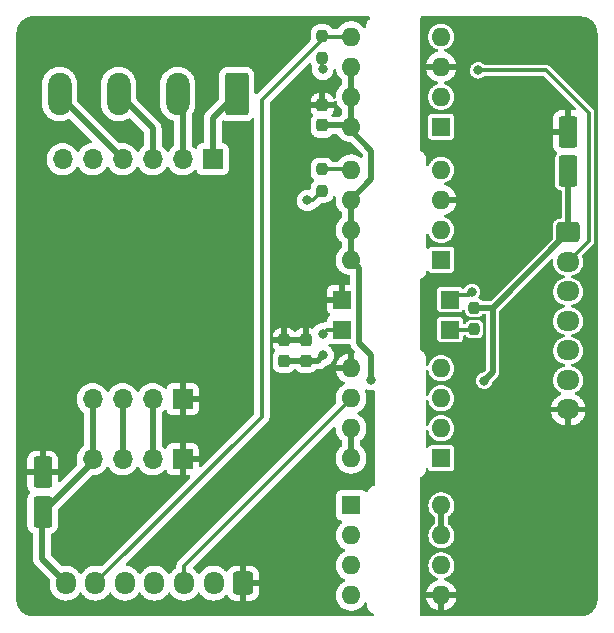
<source format=gbr>
%TF.GenerationSoftware,KiCad,Pcbnew,8.0.3*%
%TF.CreationDate,2024-06-13T16:05:24+05:30*%
%TF.ProjectId,OptoIsolation,4f70746f-4973-46f6-9c61-74696f6e2e6b,rev?*%
%TF.SameCoordinates,Original*%
%TF.FileFunction,Copper,L1,Top*%
%TF.FilePolarity,Positive*%
%FSLAX46Y46*%
G04 Gerber Fmt 4.6, Leading zero omitted, Abs format (unit mm)*
G04 Created by KiCad (PCBNEW 8.0.3) date 2024-06-13 16:05:24*
%MOMM*%
%LPD*%
G01*
G04 APERTURE LIST*
G04 Aperture macros list*
%AMRoundRect*
0 Rectangle with rounded corners*
0 $1 Rounding radius*
0 $2 $3 $4 $5 $6 $7 $8 $9 X,Y pos of 4 corners*
0 Add a 4 corners polygon primitive as box body*
4,1,4,$2,$3,$4,$5,$6,$7,$8,$9,$2,$3,0*
0 Add four circle primitives for the rounded corners*
1,1,$1+$1,$2,$3*
1,1,$1+$1,$4,$5*
1,1,$1+$1,$6,$7*
1,1,$1+$1,$8,$9*
0 Add four rect primitives between the rounded corners*
20,1,$1+$1,$2,$3,$4,$5,0*
20,1,$1+$1,$4,$5,$6,$7,0*
20,1,$1+$1,$6,$7,$8,$9,0*
20,1,$1+$1,$8,$9,$2,$3,0*%
G04 Aperture macros list end*
%TA.AperFunction,ComponentPad*%
%ADD10R,1.600000X1.600000*%
%TD*%
%TA.AperFunction,ComponentPad*%
%ADD11O,1.600000X1.600000*%
%TD*%
%TA.AperFunction,SMDPad,CuDef*%
%ADD12RoundRect,0.237500X0.237500X-0.250000X0.237500X0.250000X-0.237500X0.250000X-0.237500X-0.250000X0*%
%TD*%
%TA.AperFunction,ComponentPad*%
%ADD13RoundRect,0.250000X-0.725000X0.600000X-0.725000X-0.600000X0.725000X-0.600000X0.725000X0.600000X0*%
%TD*%
%TA.AperFunction,ComponentPad*%
%ADD14O,1.950000X1.700000*%
%TD*%
%TA.AperFunction,ComponentPad*%
%ADD15R,1.700000X1.700000*%
%TD*%
%TA.AperFunction,ComponentPad*%
%ADD16O,1.700000X1.700000*%
%TD*%
%TA.AperFunction,SMDPad,CuDef*%
%ADD17RoundRect,0.237500X0.237500X-0.300000X0.237500X0.300000X-0.237500X0.300000X-0.237500X-0.300000X0*%
%TD*%
%TA.AperFunction,ComponentPad*%
%ADD18RoundRect,0.250000X0.750000X1.550000X-0.750000X1.550000X-0.750000X-1.550000X0.750000X-1.550000X0*%
%TD*%
%TA.AperFunction,ComponentPad*%
%ADD19O,2.000000X3.600000*%
%TD*%
%TA.AperFunction,SMDPad,CuDef*%
%ADD20RoundRect,0.237500X-0.237500X0.250000X-0.237500X-0.250000X0.237500X-0.250000X0.237500X0.250000X0*%
%TD*%
%TA.AperFunction,SMDPad,CuDef*%
%ADD21RoundRect,0.250000X0.550000X-1.075000X0.550000X1.075000X-0.550000X1.075000X-0.550000X-1.075000X0*%
%TD*%
%TA.AperFunction,ComponentPad*%
%ADD22RoundRect,0.250000X0.600000X0.725000X-0.600000X0.725000X-0.600000X-0.725000X0.600000X-0.725000X0*%
%TD*%
%TA.AperFunction,ComponentPad*%
%ADD23O,1.700000X1.950000*%
%TD*%
%TA.AperFunction,SMDPad,CuDef*%
%ADD24R,1.600000X1.500000*%
%TD*%
%TA.AperFunction,ViaPad*%
%ADD25C,0.800000*%
%TD*%
%TA.AperFunction,Conductor*%
%ADD26C,0.300000*%
%TD*%
%TA.AperFunction,Conductor*%
%ADD27C,0.500000*%
%TD*%
G04 APERTURE END LIST*
D10*
%TO.P,U6,1,NC*%
%TO.N,unconnected-(U6-NC-Pad1)*%
X197470000Y-80325000D03*
D11*
%TO.P,U6,2,A*%
%TO.N,Net-(U6-A)*%
X197470000Y-77785000D03*
%TO.P,U6,3,K*%
%TO.N,GNDS*%
X197470000Y-75245000D03*
%TO.P,U6,4,NC*%
%TO.N,unconnected-(U6-NC-Pad4)*%
X197470000Y-72705000D03*
%TO.P,U6,5,GND*%
%TO.N,Motor_Output_PWM*%
X189850000Y-72705000D03*
%TO.P,U6,6,VO*%
%TO.N,+5VP*%
X189850000Y-75245000D03*
%TO.P,U6,7,VE*%
X189850000Y-77785000D03*
%TO.P,U6,8,VCC*%
X189850000Y-80325000D03*
%TD*%
D12*
%TO.P,R15,1*%
%TO.N,Net-(R14-Pad1)*%
X187400000Y-74487500D03*
%TO.P,R15,2*%
%TO.N,Motor_Output_PWM*%
X187400000Y-72662500D03*
%TD*%
D13*
%TO.P,J2,1,Pin_1*%
%TO.N,+3.3VS*%
X208225000Y-78000000D03*
D14*
%TO.P,J2,2,Pin_2*%
%TO.N,Clutch_Input_PWM*%
X208225000Y-80500000D03*
%TO.P,J2,3,Pin_3*%
%TO.N,Motor_Input_PWM*%
X208225000Y-83000000D03*
%TO.P,J2,4,Pin_4*%
%TO.N,Motor_Input_DIR*%
X208225000Y-85500000D03*
%TO.P,J2,5,Pin_5*%
%TO.N,MCU_SCK*%
X208225000Y-88000000D03*
%TO.P,J2,6,Pin_6*%
%TO.N,MCU_DT*%
X208225000Y-90500000D03*
%TO.P,J2,7,Pin_7*%
%TO.N,GNDS*%
X208225000Y-93000000D03*
%TD*%
D15*
%TO.P,U7,1,E+*%
%TO.N,Red*%
X178130000Y-71805000D03*
D16*
%TO.P,U7,2,E-*%
%TO.N,Black*%
X175590000Y-71805000D03*
%TO.P,U7,3,A-*%
%TO.N,White*%
X173050000Y-71805000D03*
%TO.P,U7,4,A+*%
%TO.N,Green*%
X170510000Y-71805000D03*
%TO.P,U7,5,B-*%
%TO.N,unconnected-(U7-B--Pad5)*%
X167970000Y-71805000D03*
%TO.P,U7,6,B+*%
%TO.N,unconnected-(U7-B+-Pad6)*%
X165430000Y-71805000D03*
%TO.P,U7,7,Vcc*%
%TO.N,+5VP*%
X167970000Y-92125000D03*
%TO.P,U7,8,SCK*%
%TO.N,HX711_SCK*%
X170510000Y-92125000D03*
%TO.P,U7,9,DT*%
%TO.N,HX711_DT*%
X173050000Y-92125000D03*
D15*
%TO.P,U7,10,GND*%
%TO.N,GNDP*%
X175590000Y-92125000D03*
%TD*%
D17*
%TO.P,C4,1*%
%TO.N,+5VP*%
X187400000Y-68951800D03*
%TO.P,C4,2*%
%TO.N,GNDP*%
X187400000Y-67226800D03*
%TD*%
%TO.P,C5,1*%
%TO.N,+5VP*%
X184175000Y-88860800D03*
%TO.P,C5,2*%
%TO.N,GNDP*%
X184175000Y-87135800D03*
%TD*%
D18*
%TO.P,J3,1,Pin_1*%
%TO.N,Red*%
X180165000Y-66282500D03*
D19*
%TO.P,J3,2,Pin_2*%
%TO.N,Black*%
X175165000Y-66282500D03*
%TO.P,J3,3,Pin_3*%
%TO.N,White*%
X170165000Y-66282500D03*
%TO.P,J3,4,Pin_4*%
%TO.N,Green*%
X165165000Y-66282500D03*
%TD*%
D20*
%TO.P,R8,1*%
%TO.N,+3.3VS*%
X200275000Y-84375000D03*
%TO.P,R8,2*%
%TO.N,Net-(R8-Pad2)*%
X200275000Y-86200000D03*
%TD*%
D21*
%TO.P,C7,1*%
%TO.N,+3.3VS*%
X208225000Y-72825000D03*
%TO.P,C7,2*%
%TO.N,GNDS*%
X208225000Y-69475000D03*
%TD*%
D10*
%TO.P,U4,1,NC*%
%TO.N,unconnected-(U4-NC-Pad1)*%
X197470000Y-69050000D03*
D11*
%TO.P,U4,2,A*%
%TO.N,Net-(U4-A)*%
X197470000Y-66510000D03*
%TO.P,U4,3,K*%
%TO.N,GNDS*%
X197470000Y-63970000D03*
%TO.P,U4,4,NC*%
%TO.N,unconnected-(U4-NC-Pad4)*%
X197470000Y-61430000D03*
%TO.P,U4,5,GND*%
%TO.N,Clutch_Output_PWM*%
X189850000Y-61430000D03*
%TO.P,U4,6,VO*%
%TO.N,+5VP*%
X189850000Y-63970000D03*
%TO.P,U4,7,VE*%
X189850000Y-66510000D03*
%TO.P,U4,8,VCC*%
X189850000Y-69050000D03*
%TD*%
D21*
%TO.P,C6,1*%
%TO.N,+5VP*%
X163725000Y-101675000D03*
%TO.P,C6,2*%
%TO.N,GNDP*%
X163725000Y-98325000D03*
%TD*%
D10*
%TO.P,U8,1,NC*%
%TO.N,unconnected-(U8-NC-Pad1)*%
X197470000Y-97124200D03*
D11*
%TO.P,U8,2,A*%
%TO.N,Net-(U8-A)*%
X197470000Y-94584200D03*
%TO.P,U8,3,K*%
%TO.N,MCU_SCK*%
X197470000Y-92044200D03*
%TO.P,U8,4,NC*%
%TO.N,unconnected-(U8-NC-Pad4)*%
X197470000Y-89504200D03*
%TO.P,U8,5,GND*%
%TO.N,GNDP*%
X189850000Y-89504200D03*
%TO.P,U8,6,VO*%
%TO.N,HX711_SCK*%
X189850000Y-92044200D03*
%TO.P,U8,7,VE*%
%TO.N,+5VP*%
X189850000Y-94584200D03*
%TO.P,U8,8,VCC*%
X189850000Y-97124200D03*
%TD*%
D22*
%TO.P,J1,1,Pin_1*%
%TO.N,GNDP*%
X180700000Y-107700000D03*
D23*
%TO.P,J1,2,Pin_2*%
%TO.N,HX711_DT*%
X178200000Y-107700000D03*
%TO.P,J1,3,Pin_3*%
%TO.N,HX711_SCK*%
X175700000Y-107700000D03*
%TO.P,J1,4,Pin_4*%
%TO.N,Motor_Output_DIR*%
X173200000Y-107700000D03*
%TO.P,J1,5,Pin_5*%
%TO.N,Motor_Output_PWM*%
X170700000Y-107700000D03*
%TO.P,J1,6,Pin_6*%
%TO.N,Clutch_Output_PWM*%
X168200000Y-107700000D03*
%TO.P,J1,7,Pin_7*%
%TO.N,+5VP*%
X165700000Y-107700000D03*
%TD*%
D15*
%TO.P,J4,1,Pin_1*%
%TO.N,GNDP*%
X175585000Y-97205000D03*
D16*
%TO.P,J4,2,Pin_2*%
%TO.N,HX711_DT*%
X173045000Y-97205000D03*
%TO.P,J4,3,Pin_3*%
%TO.N,HX711_SCK*%
X170505000Y-97205000D03*
%TO.P,J4,4,Pin_4*%
%TO.N,+5VP*%
X167965000Y-97205000D03*
%TD*%
D10*
%TO.P,U9,1,NC*%
%TO.N,unconnected-(U9-NC-Pad1)*%
X189870000Y-101106600D03*
D11*
%TO.P,U9,2,A*%
%TO.N,Net-(U9-A)*%
X189870000Y-103646600D03*
%TO.P,U9,3,K*%
%TO.N,HX711_DT*%
X189870000Y-106186600D03*
%TO.P,U9,4,NC*%
%TO.N,unconnected-(U9-NC-Pad4)*%
X189870000Y-108726600D03*
%TO.P,U9,5,GND*%
%TO.N,GNDS*%
X197490000Y-108726600D03*
%TO.P,U9,6,VO*%
%TO.N,MCU_DT*%
X197490000Y-106186600D03*
%TO.P,U9,7,VE*%
%TO.N,+3.3VS*%
X197490000Y-103646600D03*
%TO.P,U9,8,VCC*%
X197490000Y-101106600D03*
%TD*%
D24*
%TO.P,U5,1*%
%TO.N,Net-(R8-Pad2)*%
X198231928Y-86230000D03*
%TO.P,U5,2*%
%TO.N,Motor_Input_DIR*%
X198231928Y-83690000D03*
%TO.P,U5,3*%
%TO.N,GNDP*%
X189108073Y-83699650D03*
%TO.P,U5,4*%
%TO.N,Motor_Output_DIR*%
X189108073Y-86230000D03*
%TD*%
D17*
%TO.P,C3,1*%
%TO.N,+5VP*%
X186025000Y-88862500D03*
%TO.P,C3,2*%
%TO.N,GNDP*%
X186025000Y-87137500D03*
%TD*%
D12*
%TO.P,R10,1*%
%TO.N,Net-(R10-Pad1)*%
X187400000Y-63212500D03*
%TO.P,R10,2*%
%TO.N,Clutch_Output_PWM*%
X187400000Y-61387500D03*
%TD*%
D25*
%TO.N,+5VP*%
X187498300Y-88412500D03*
X191521400Y-90475000D03*
%TO.N,GNDP*%
X164300000Y-91425000D03*
X162375000Y-108950000D03*
X185875000Y-81975000D03*
X164175000Y-75050000D03*
X184675000Y-94400000D03*
X175325000Y-61350000D03*
X179750000Y-99025000D03*
X185525000Y-100450000D03*
X180775000Y-83825000D03*
X180325000Y-61350000D03*
X170775000Y-80600000D03*
X185100000Y-67250000D03*
X181475000Y-103175000D03*
X166850000Y-105575000D03*
X169250000Y-86500000D03*
X185550000Y-105800000D03*
X174075000Y-83900000D03*
X164950000Y-61800000D03*
X170800000Y-75150000D03*
X182200000Y-96675000D03*
X180825000Y-76600000D03*
X170925000Y-101125000D03*
X169950000Y-61650000D03*
X185675000Y-91350000D03*
X185625000Y-78775000D03*
X179475000Y-94175000D03*
X164225000Y-80775000D03*
%TO.N,GNDS*%
X208550000Y-99300000D03*
X202750000Y-61525000D03*
X199750000Y-109425000D03*
X208925000Y-104025000D03*
X202675000Y-72200000D03*
X208925000Y-61450000D03*
X202600000Y-93800000D03*
X205025000Y-108650000D03*
X205100000Y-103700000D03*
X202625000Y-77475000D03*
X202525000Y-98000000D03*
X202700000Y-66600000D03*
%TO.N,Clutch_Input_PWM*%
X200600000Y-64275000D03*
%TO.N,Motor_Input_DIR*%
X200075000Y-83050000D03*
%TO.N,Motor_Output_DIR*%
X187450000Y-86575000D03*
%TO.N,+3.3VS*%
X201125000Y-90550000D03*
%TO.N,Net-(R10-Pad1)*%
X187446400Y-64198600D03*
%TO.N,Net-(R14-Pad1)*%
X186150000Y-75300000D03*
%TD*%
D26*
%TO.N,Net-(R14-Pad1)*%
X186150000Y-75300000D02*
X186587500Y-75300000D01*
X186587500Y-75300000D02*
X187400000Y-74487500D01*
%TO.N,Motor_Output_DIR*%
X187795000Y-86230000D02*
X189108073Y-86230000D01*
X187450000Y-86575000D02*
X187795000Y-86230000D01*
D27*
%TO.N,+5VP*%
X191521400Y-90475000D02*
X191521400Y-88371400D01*
X191521400Y-88371400D02*
X190546400Y-87396400D01*
X190546400Y-87396400D02*
X190546400Y-81021400D01*
X190546400Y-81021400D02*
X189850000Y-80325000D01*
X187498300Y-88412500D02*
X187050000Y-88860800D01*
X191571400Y-73523600D02*
X191571400Y-71076342D01*
X167970000Y-97200000D02*
X167973600Y-97203600D01*
X187400000Y-68951800D02*
X189751800Y-68951800D01*
X189850000Y-69050000D02*
X189850000Y-63970000D01*
X189751800Y-68951800D02*
X189850000Y-69050000D01*
X189850000Y-69354942D02*
X189850000Y-69050000D01*
X187050000Y-88860800D02*
X184175000Y-88860800D01*
X189850000Y-97124200D02*
X189850000Y-94584200D01*
X165700000Y-107700000D02*
X163700000Y-105700000D01*
X189850000Y-80325000D02*
X189850000Y-75245000D01*
X163700000Y-105700000D02*
X163700000Y-101700000D01*
X189815000Y-77750000D02*
X189850000Y-77785000D01*
X189850000Y-75245000D02*
X191571400Y-73523600D01*
X191571400Y-71076342D02*
X189850000Y-69354942D01*
X163725000Y-101675000D02*
X167965000Y-97435000D01*
X163700000Y-101700000D02*
X163725000Y-101675000D01*
X167970000Y-92125000D02*
X167970000Y-97200000D01*
X167965000Y-97435000D02*
X167965000Y-97205000D01*
%TO.N,GNDP*%
X175593600Y-97203600D02*
X175593600Y-92128600D01*
X175593600Y-92128600D02*
X175590000Y-92125000D01*
D26*
%TO.N,Clutch_Input_PWM*%
X210000000Y-78725000D02*
X210000000Y-67925000D01*
X208225000Y-80500000D02*
X210000000Y-78725000D01*
X210000000Y-67925000D02*
X206350000Y-64275000D01*
X206350000Y-64275000D02*
X200600000Y-64275000D01*
%TO.N,Motor_Input_DIR*%
X198231928Y-83690000D02*
X198646928Y-83275000D01*
X198646928Y-83275000D02*
X199850000Y-83275000D01*
X199850000Y-83275000D02*
X200075000Y-83050000D01*
D27*
%TO.N,Clutch_Output_PWM*%
X187442500Y-61430000D02*
X187400000Y-61387500D01*
D26*
X187400000Y-61675000D02*
X187400000Y-61387500D01*
X189850000Y-61430000D02*
X187442500Y-61430000D01*
X182300000Y-93600000D02*
X182300000Y-66775000D01*
X182300000Y-66775000D02*
X187400000Y-61675000D01*
X168200000Y-107700000D02*
X182300000Y-93600000D01*
%TO.N,Motor_Output_PWM*%
X187400000Y-72662500D02*
X189807500Y-72662500D01*
X189807500Y-72662500D02*
X189850000Y-72705000D01*
D27*
%TO.N,Green*%
X165165000Y-66460000D02*
X165165000Y-66282500D01*
X170510000Y-71805000D02*
X165165000Y-66460000D01*
X170484600Y-71779600D02*
X170510000Y-71805000D01*
%TO.N,Black*%
X175590000Y-71805000D02*
X175590000Y-66707500D01*
X175560000Y-71775000D02*
X175590000Y-71805000D01*
X175590000Y-66707500D02*
X175165000Y-66282500D01*
%TO.N,White*%
X173050000Y-71805000D02*
X173050000Y-69167500D01*
X173050000Y-69167500D02*
X170165000Y-66282500D01*
%TO.N,Red*%
X178104600Y-71779600D02*
X178130000Y-71805000D01*
X178130000Y-68317500D02*
X180165000Y-66282500D01*
X178130000Y-71805000D02*
X178130000Y-68317500D01*
%TO.N,+3.3VS*%
X201850000Y-84375000D02*
X208225000Y-78000000D01*
X208225000Y-72825000D02*
X208225000Y-78000000D01*
X201125000Y-90550000D02*
X201850000Y-89825000D01*
X197490000Y-103646600D02*
X197490000Y-101106600D01*
X200275000Y-84375000D02*
X201850000Y-84375000D01*
X201850000Y-89825000D02*
X201850000Y-84375000D01*
D26*
%TO.N,Net-(R8-Pad2)*%
X198231928Y-86230000D02*
X200245000Y-86230000D01*
X200245000Y-86230000D02*
X200275000Y-86200000D01*
D27*
%TO.N,HX711_SCK*%
X170510000Y-92125000D02*
X170510000Y-97200000D01*
D26*
X189850000Y-92075000D02*
X189850000Y-92044200D01*
D27*
X170510000Y-97200000D02*
X170513600Y-97203600D01*
D26*
X175700000Y-106225000D02*
X189850000Y-92075000D01*
X175700000Y-107700000D02*
X175700000Y-106225000D01*
D27*
%TO.N,HX711_DT*%
X173050000Y-97200000D02*
X173053600Y-97203600D01*
X173050000Y-92125000D02*
X173050000Y-97200000D01*
D26*
%TO.N,Net-(R10-Pad1)*%
X187400000Y-63212500D02*
X187400000Y-64045000D01*
X187400000Y-64045000D02*
X187396400Y-64048600D01*
%TD*%
%TA.AperFunction,Conductor*%
%TO.N,GNDS*%
G36*
X209280160Y-59722089D02*
G01*
X209280361Y-59722098D01*
X209284805Y-59722098D01*
X209309998Y-59722098D01*
X209314424Y-59722177D01*
X209317001Y-59722269D01*
X209407624Y-59725506D01*
X209416420Y-59726135D01*
X209506988Y-59735871D01*
X209515708Y-59737125D01*
X209605354Y-59753299D01*
X209613956Y-59755171D01*
X209702211Y-59777697D01*
X209710683Y-59780185D01*
X209718816Y-59782892D01*
X209797072Y-59808938D01*
X209805347Y-59812023D01*
X209889504Y-59846882D01*
X209897510Y-59850538D01*
X209978973Y-59891316D01*
X209986710Y-59895541D01*
X210065015Y-59942002D01*
X210072439Y-59946772D01*
X210147272Y-59998729D01*
X210154328Y-60004011D01*
X210225237Y-60061153D01*
X210231920Y-60066944D01*
X210298555Y-60128984D01*
X210304813Y-60135243D01*
X210366854Y-60201879D01*
X210372651Y-60208568D01*
X210429779Y-60279459D01*
X210435085Y-60286547D01*
X210487013Y-60361339D01*
X210491797Y-60368784D01*
X210538251Y-60447077D01*
X210542490Y-60454839D01*
X210583252Y-60536272D01*
X210586922Y-60544308D01*
X210621767Y-60628430D01*
X210624861Y-60636725D01*
X210653615Y-60723119D01*
X210656108Y-60731610D01*
X210678623Y-60819820D01*
X210680505Y-60828471D01*
X210696669Y-60918065D01*
X210697928Y-60926826D01*
X210707662Y-61017362D01*
X210708294Y-61026190D01*
X210711621Y-61119323D01*
X210711700Y-61123750D01*
X210711700Y-109094185D01*
X210711621Y-109098612D01*
X210708292Y-109191807D01*
X210707661Y-109200634D01*
X210697928Y-109291168D01*
X210696668Y-109299931D01*
X210680502Y-109389533D01*
X210678620Y-109398183D01*
X210656104Y-109486397D01*
X210653610Y-109494889D01*
X210624861Y-109581266D01*
X210621768Y-109589559D01*
X210586923Y-109673683D01*
X210583246Y-109681735D01*
X210542493Y-109763150D01*
X210538251Y-109770920D01*
X210491796Y-109849215D01*
X210487010Y-109856661D01*
X210435080Y-109931454D01*
X210429776Y-109938540D01*
X210372649Y-110009431D01*
X210366852Y-110016120D01*
X210304814Y-110082754D01*
X210298554Y-110089014D01*
X210231920Y-110151052D01*
X210225231Y-110156849D01*
X210154340Y-110213976D01*
X210147254Y-110219280D01*
X210072461Y-110271210D01*
X210065015Y-110275996D01*
X209986720Y-110322451D01*
X209978950Y-110326693D01*
X209897535Y-110367446D01*
X209889483Y-110371123D01*
X209805359Y-110405968D01*
X209797066Y-110409061D01*
X209710689Y-110437810D01*
X209702197Y-110440304D01*
X209613983Y-110462820D01*
X209605333Y-110464702D01*
X209515731Y-110480868D01*
X209506968Y-110482128D01*
X209416434Y-110491861D01*
X209407607Y-110492492D01*
X209326058Y-110495405D01*
X209314410Y-110495821D01*
X209309986Y-110495900D01*
X195789097Y-110495900D01*
X195758259Y-110492004D01*
X195729360Y-110480562D01*
X195704213Y-110462292D01*
X195684400Y-110438343D01*
X195671166Y-110410218D01*
X195665342Y-110379686D01*
X195665097Y-110371787D01*
X195666823Y-108476600D01*
X196214260Y-108476600D01*
X197177643Y-108476600D01*
X197156699Y-108503895D01*
X197130481Y-108549305D01*
X197110415Y-108597748D01*
X197096844Y-108648396D01*
X197090000Y-108700383D01*
X197090000Y-108752817D01*
X197096844Y-108804804D01*
X197110415Y-108855452D01*
X197130481Y-108903895D01*
X197156699Y-108949305D01*
X197177643Y-108976600D01*
X196214260Y-108976600D01*
X196224941Y-109030300D01*
X196224946Y-109030322D01*
X196252673Y-109128631D01*
X196252674Y-109128637D01*
X196288028Y-109224468D01*
X196330799Y-109317245D01*
X196380710Y-109406368D01*
X196437469Y-109491315D01*
X196500703Y-109571526D01*
X196500714Y-109571539D01*
X196570052Y-109646547D01*
X196645060Y-109715885D01*
X196645073Y-109715896D01*
X196725284Y-109779130D01*
X196810231Y-109835889D01*
X196899354Y-109885800D01*
X196992131Y-109928571D01*
X197087962Y-109963925D01*
X197087968Y-109963926D01*
X197186277Y-109991653D01*
X197186299Y-109991658D01*
X197240000Y-110002340D01*
X197240000Y-109038956D01*
X197267295Y-109059901D01*
X197312705Y-109086119D01*
X197361148Y-109106185D01*
X197411796Y-109119756D01*
X197463783Y-109126600D01*
X197516217Y-109126600D01*
X197568204Y-109119756D01*
X197618852Y-109106185D01*
X197667295Y-109086119D01*
X197712705Y-109059901D01*
X197740000Y-109038956D01*
X197740000Y-110002339D01*
X197793700Y-109991658D01*
X197793722Y-109991653D01*
X197892031Y-109963926D01*
X197892037Y-109963925D01*
X197987868Y-109928571D01*
X198080645Y-109885800D01*
X198169768Y-109835889D01*
X198254715Y-109779130D01*
X198334926Y-109715896D01*
X198334939Y-109715885D01*
X198409947Y-109646547D01*
X198479285Y-109571539D01*
X198479296Y-109571526D01*
X198542530Y-109491315D01*
X198599289Y-109406368D01*
X198649200Y-109317245D01*
X198691971Y-109224468D01*
X198727325Y-109128637D01*
X198727326Y-109128631D01*
X198755053Y-109030322D01*
X198755058Y-109030300D01*
X198765740Y-108976600D01*
X197802357Y-108976600D01*
X197823301Y-108949305D01*
X197849519Y-108903895D01*
X197869585Y-108855452D01*
X197883156Y-108804804D01*
X197890000Y-108752817D01*
X197890000Y-108700383D01*
X197883156Y-108648396D01*
X197869585Y-108597748D01*
X197849519Y-108549305D01*
X197823301Y-108503895D01*
X197802357Y-108476600D01*
X198765740Y-108476600D01*
X198755058Y-108422899D01*
X198755053Y-108422877D01*
X198727326Y-108324568D01*
X198727325Y-108324562D01*
X198691971Y-108228731D01*
X198649200Y-108135954D01*
X198599289Y-108046831D01*
X198542530Y-107961884D01*
X198479296Y-107881673D01*
X198479285Y-107881660D01*
X198409947Y-107806652D01*
X198334939Y-107737314D01*
X198334926Y-107737303D01*
X198254715Y-107674069D01*
X198169768Y-107617310D01*
X198080645Y-107567399D01*
X197987868Y-107524628D01*
X197892037Y-107489275D01*
X197831301Y-107472145D01*
X197802679Y-107460025D01*
X197777970Y-107441167D01*
X197758727Y-107416758D01*
X197746160Y-107388329D01*
X197741057Y-107357668D01*
X197743739Y-107326701D01*
X197754038Y-107297375D01*
X197771307Y-107271531D01*
X197794460Y-107250793D01*
X197822043Y-107236465D01*
X197823584Y-107235908D01*
X197900698Y-107208662D01*
X197985896Y-107170151D01*
X198067520Y-107124553D01*
X198144984Y-107072196D01*
X198217728Y-107013460D01*
X198285229Y-106948765D01*
X198347000Y-106878579D01*
X198402597Y-106803408D01*
X198451618Y-106723792D01*
X198493711Y-106640306D01*
X198528572Y-106553551D01*
X198555950Y-106464152D01*
X198575648Y-106372753D01*
X198587524Y-106280013D01*
X198591492Y-106186600D01*
X198587524Y-106093187D01*
X198575648Y-106000447D01*
X198555950Y-105909048D01*
X198528572Y-105819649D01*
X198528571Y-105819646D01*
X198528569Y-105819640D01*
X198493715Y-105732904D01*
X198493711Y-105732893D01*
X198451627Y-105649425D01*
X198451624Y-105649420D01*
X198451618Y-105649408D01*
X198402597Y-105569792D01*
X198347000Y-105494621D01*
X198285229Y-105424435D01*
X198217728Y-105359740D01*
X198144984Y-105301004D01*
X198067520Y-105248647D01*
X198067516Y-105248644D01*
X197985904Y-105203053D01*
X197985899Y-105203051D01*
X197985896Y-105203049D01*
X197900698Y-105164538D01*
X197900699Y-105164538D01*
X197900694Y-105164536D01*
X197812535Y-105133387D01*
X197722059Y-105109830D01*
X197669858Y-105100880D01*
X197629909Y-105094030D01*
X197629904Y-105094029D01*
X197629901Y-105094029D01*
X197629894Y-105094028D01*
X197536756Y-105086100D01*
X197536749Y-105086100D01*
X197443251Y-105086100D01*
X197443243Y-105086100D01*
X197350105Y-105094028D01*
X197350098Y-105094029D01*
X197350093Y-105094029D01*
X197350091Y-105094030D01*
X197328571Y-105097719D01*
X197257940Y-105109830D01*
X197167464Y-105133387D01*
X197079305Y-105164536D01*
X196994095Y-105203053D01*
X196912483Y-105248644D01*
X196835021Y-105301000D01*
X196762269Y-105359742D01*
X196694776Y-105424430D01*
X196694771Y-105424435D01*
X196661709Y-105462000D01*
X196633003Y-105494617D01*
X196632996Y-105494625D01*
X196577407Y-105569785D01*
X196528384Y-105649405D01*
X196528372Y-105649425D01*
X196486288Y-105732893D01*
X196486284Y-105732904D01*
X196451430Y-105819640D01*
X196451428Y-105819646D01*
X196424052Y-105909039D01*
X196424050Y-105909047D01*
X196404352Y-106000445D01*
X196392474Y-106093201D01*
X196388508Y-106186593D01*
X196388508Y-106186606D01*
X196392474Y-106279998D01*
X196404352Y-106372754D01*
X196424050Y-106464152D01*
X196424052Y-106464160D01*
X196451428Y-106553553D01*
X196451430Y-106553559D01*
X196486284Y-106640295D01*
X196486288Y-106640306D01*
X196528372Y-106723774D01*
X196528377Y-106723783D01*
X196528382Y-106723792D01*
X196577403Y-106803408D01*
X196633000Y-106878579D01*
X196694771Y-106948765D01*
X196762272Y-107013460D01*
X196835016Y-107072196D01*
X196912480Y-107124553D01*
X196912483Y-107124555D01*
X196994095Y-107170146D01*
X196994104Y-107170151D01*
X197079302Y-107208662D01*
X197079304Y-107208662D01*
X197079307Y-107208664D01*
X197079310Y-107208665D01*
X197156347Y-107235884D01*
X197184126Y-107249831D01*
X197207563Y-107270247D01*
X197225186Y-107295850D01*
X197235889Y-107325032D01*
X197238998Y-107355959D01*
X197234318Y-107386688D01*
X197222143Y-107415287D01*
X197203239Y-107439960D01*
X197178792Y-107459156D01*
X197150340Y-107471670D01*
X197148698Y-107472145D01*
X197087962Y-107489274D01*
X196992131Y-107524628D01*
X196899354Y-107567399D01*
X196810231Y-107617310D01*
X196725284Y-107674069D01*
X196645073Y-107737303D01*
X196645060Y-107737314D01*
X196570052Y-107806652D01*
X196500714Y-107881660D01*
X196500703Y-107881673D01*
X196437469Y-107961884D01*
X196380710Y-108046831D01*
X196330799Y-108135954D01*
X196288028Y-108228731D01*
X196252674Y-108324562D01*
X196252673Y-108324568D01*
X196224946Y-108422877D01*
X196224941Y-108422899D01*
X196214260Y-108476600D01*
X195666823Y-108476600D01*
X195667214Y-108046831D01*
X195673534Y-101106593D01*
X196388508Y-101106593D01*
X196388508Y-101106606D01*
X196392474Y-101199998D01*
X196404352Y-101292754D01*
X196424050Y-101384152D01*
X196424052Y-101384160D01*
X196451428Y-101473553D01*
X196451430Y-101473559D01*
X196486284Y-101560295D01*
X196486288Y-101560306D01*
X196528372Y-101643774D01*
X196528377Y-101643783D01*
X196528382Y-101643792D01*
X196577403Y-101723408D01*
X196633000Y-101798579D01*
X196694771Y-101868765D01*
X196762272Y-101933460D01*
X196835016Y-101992196D01*
X196884942Y-102025940D01*
X196908304Y-102046431D01*
X196925840Y-102072094D01*
X196936444Y-102101312D01*
X196939500Y-102128671D01*
X196939500Y-102624527D01*
X196935604Y-102655365D01*
X196924162Y-102684264D01*
X196905892Y-102709411D01*
X196884938Y-102727261D01*
X196835024Y-102760997D01*
X196762269Y-102819742D01*
X196694776Y-102884430D01*
X196694771Y-102884435D01*
X196661709Y-102922000D01*
X196633003Y-102954617D01*
X196632996Y-102954625D01*
X196577407Y-103029785D01*
X196528384Y-103109405D01*
X196528372Y-103109425D01*
X196486288Y-103192893D01*
X196486284Y-103192904D01*
X196451430Y-103279640D01*
X196451428Y-103279646D01*
X196424052Y-103369039D01*
X196424050Y-103369047D01*
X196404352Y-103460445D01*
X196392474Y-103553201D01*
X196388508Y-103646593D01*
X196388508Y-103646606D01*
X196392474Y-103739998D01*
X196404352Y-103832754D01*
X196424050Y-103924152D01*
X196424052Y-103924160D01*
X196451428Y-104013553D01*
X196451430Y-104013559D01*
X196486284Y-104100295D01*
X196486288Y-104100306D01*
X196528372Y-104183774D01*
X196528377Y-104183783D01*
X196528382Y-104183792D01*
X196577403Y-104263408D01*
X196633000Y-104338579D01*
X196694771Y-104408765D01*
X196762272Y-104473460D01*
X196835016Y-104532196D01*
X196912480Y-104584553D01*
X196912483Y-104584555D01*
X196994095Y-104630146D01*
X196994104Y-104630151D01*
X197079302Y-104668662D01*
X197079305Y-104668663D01*
X197167464Y-104699812D01*
X197208783Y-104710570D01*
X197257938Y-104723369D01*
X197350091Y-104739170D01*
X197443251Y-104747100D01*
X197443263Y-104747100D01*
X197536737Y-104747100D01*
X197536749Y-104747100D01*
X197629909Y-104739170D01*
X197722062Y-104723369D01*
X197795793Y-104704170D01*
X197812535Y-104699812D01*
X197812536Y-104699811D01*
X197812542Y-104699810D01*
X197900698Y-104668662D01*
X197985896Y-104630151D01*
X198067520Y-104584553D01*
X198144984Y-104532196D01*
X198217728Y-104473460D01*
X198285229Y-104408765D01*
X198347000Y-104338579D01*
X198402597Y-104263408D01*
X198451618Y-104183792D01*
X198493711Y-104100306D01*
X198528572Y-104013551D01*
X198555950Y-103924152D01*
X198575648Y-103832753D01*
X198587524Y-103740013D01*
X198591492Y-103646600D01*
X198587524Y-103553187D01*
X198575648Y-103460447D01*
X198555950Y-103369048D01*
X198528572Y-103279649D01*
X198528571Y-103279646D01*
X198528569Y-103279640D01*
X198493715Y-103192904D01*
X198493711Y-103192893D01*
X198451627Y-103109425D01*
X198451624Y-103109420D01*
X198451618Y-103109408D01*
X198402597Y-103029792D01*
X198347000Y-102954621D01*
X198285229Y-102884435D01*
X198217728Y-102819740D01*
X198144984Y-102761004D01*
X198144981Y-102761002D01*
X198144975Y-102760997D01*
X198095062Y-102727261D01*
X198071694Y-102706765D01*
X198054158Y-102681101D01*
X198043555Y-102651883D01*
X198040500Y-102624527D01*
X198040500Y-102128671D01*
X198044396Y-102097833D01*
X198055838Y-102068934D01*
X198074108Y-102043787D01*
X198095056Y-102025941D01*
X198144984Y-101992196D01*
X198217728Y-101933460D01*
X198285229Y-101868765D01*
X198347000Y-101798579D01*
X198402597Y-101723408D01*
X198451618Y-101643792D01*
X198493711Y-101560306D01*
X198528572Y-101473551D01*
X198555950Y-101384152D01*
X198575648Y-101292753D01*
X198587524Y-101200013D01*
X198591492Y-101106600D01*
X198587524Y-101013187D01*
X198575648Y-100920447D01*
X198555950Y-100829048D01*
X198528572Y-100739649D01*
X198528571Y-100739646D01*
X198528569Y-100739640D01*
X198493715Y-100652904D01*
X198493711Y-100652893D01*
X198451627Y-100569425D01*
X198451624Y-100569420D01*
X198451618Y-100569408D01*
X198402597Y-100489792D01*
X198347000Y-100414621D01*
X198285229Y-100344435D01*
X198217728Y-100279740D01*
X198144984Y-100221004D01*
X198067520Y-100168647D01*
X198067516Y-100168644D01*
X197985904Y-100123053D01*
X197985899Y-100123051D01*
X197985896Y-100123049D01*
X197900698Y-100084538D01*
X197900699Y-100084538D01*
X197900694Y-100084536D01*
X197812535Y-100053387D01*
X197722059Y-100029830D01*
X197669858Y-100020880D01*
X197629909Y-100014030D01*
X197629904Y-100014029D01*
X197629901Y-100014029D01*
X197629894Y-100014028D01*
X197536756Y-100006100D01*
X197536749Y-100006100D01*
X197443251Y-100006100D01*
X197443243Y-100006100D01*
X197350105Y-100014028D01*
X197350098Y-100014029D01*
X197350093Y-100014029D01*
X197350091Y-100014030D01*
X197328571Y-100017719D01*
X197257940Y-100029830D01*
X197167464Y-100053387D01*
X197079305Y-100084536D01*
X196994095Y-100123053D01*
X196912483Y-100168644D01*
X196835021Y-100221000D01*
X196762269Y-100279742D01*
X196694776Y-100344430D01*
X196694771Y-100344435D01*
X196661709Y-100382000D01*
X196633003Y-100414617D01*
X196632996Y-100414625D01*
X196577407Y-100489785D01*
X196528384Y-100569405D01*
X196528372Y-100569425D01*
X196486288Y-100652893D01*
X196486284Y-100652904D01*
X196451430Y-100739640D01*
X196451428Y-100739646D01*
X196424052Y-100829039D01*
X196424050Y-100829047D01*
X196404352Y-100920445D01*
X196392474Y-101013201D01*
X196388508Y-101106593D01*
X195673534Y-101106593D01*
X195675620Y-98816496D01*
X195679543Y-98785673D01*
X195691011Y-98756784D01*
X195709304Y-98731654D01*
X195733272Y-98711863D01*
X195749180Y-98703342D01*
X195800722Y-98680395D01*
X195859770Y-98646304D01*
X195914931Y-98606228D01*
X195965601Y-98560605D01*
X196011224Y-98509935D01*
X196051301Y-98454775D01*
X196085393Y-98395727D01*
X196113125Y-98333439D01*
X196134195Y-98268593D01*
X196148371Y-98201901D01*
X196155498Y-98134091D01*
X196155498Y-98100000D01*
X196155498Y-98091217D01*
X196159394Y-98060379D01*
X196170836Y-98031480D01*
X196189106Y-98006333D01*
X196213055Y-97986520D01*
X196241180Y-97973286D01*
X196271712Y-97967462D01*
X196302733Y-97969413D01*
X196332295Y-97979018D01*
X196358539Y-97995673D01*
X196379816Y-98018332D01*
X196394790Y-98045570D01*
X196395016Y-98046143D01*
X196399109Y-98056635D01*
X196424598Y-98099410D01*
X196456785Y-98137414D01*
X196477674Y-98155105D01*
X196494788Y-98169600D01*
X196494790Y-98169601D01*
X196494789Y-98169601D01*
X196499626Y-98172483D01*
X196537569Y-98195092D01*
X196555019Y-98201901D01*
X196583962Y-98213195D01*
X196596891Y-98215905D01*
X196632703Y-98223414D01*
X196653413Y-98224700D01*
X198286586Y-98224699D01*
X198307297Y-98223414D01*
X198356037Y-98213195D01*
X198402431Y-98195092D01*
X198445212Y-98169600D01*
X198483214Y-98137414D01*
X198515400Y-98099412D01*
X198540892Y-98056631D01*
X198558995Y-98010237D01*
X198569214Y-97961497D01*
X198570500Y-97940787D01*
X198570499Y-96307614D01*
X198569214Y-96286903D01*
X198566781Y-96275301D01*
X198558995Y-96238163D01*
X198540892Y-96191770D01*
X198540890Y-96191766D01*
X198515401Y-96148989D01*
X198483214Y-96110985D01*
X198458549Y-96090096D01*
X198445212Y-96078800D01*
X198445209Y-96078798D01*
X198445210Y-96078798D01*
X198402433Y-96053309D01*
X198402429Y-96053307D01*
X198356037Y-96035204D01*
X198307298Y-96024986D01*
X198300393Y-96024557D01*
X198286587Y-96023700D01*
X198286585Y-96023700D01*
X196653430Y-96023700D01*
X196653398Y-96023701D01*
X196632700Y-96024986D01*
X196632698Y-96024986D01*
X196583963Y-96035204D01*
X196537570Y-96053307D01*
X196537566Y-96053309D01*
X196494789Y-96078798D01*
X196456785Y-96110985D01*
X196424598Y-96148989D01*
X196399109Y-96191766D01*
X196399108Y-96191766D01*
X196395015Y-96202258D01*
X196380176Y-96229570D01*
X196359011Y-96252333D01*
X196332849Y-96269118D01*
X196303336Y-96278869D01*
X196272325Y-96280974D01*
X196241764Y-96275301D01*
X196213575Y-96262206D01*
X196189527Y-96242512D01*
X196171133Y-96217457D01*
X196159548Y-96188614D01*
X196155500Y-96157796D01*
X196155498Y-96157182D01*
X196155498Y-94872400D01*
X196159394Y-94841562D01*
X196170836Y-94812663D01*
X196189106Y-94787516D01*
X196213055Y-94767703D01*
X196241180Y-94754469D01*
X196271712Y-94748645D01*
X196302733Y-94750596D01*
X196332295Y-94760201D01*
X196358539Y-94776856D01*
X196379816Y-94799515D01*
X196394790Y-94826753D01*
X196400715Y-94846276D01*
X196404050Y-94861752D01*
X196404052Y-94861760D01*
X196431428Y-94951153D01*
X196431430Y-94951159D01*
X196466284Y-95037895D01*
X196466288Y-95037906D01*
X196508372Y-95121374D01*
X196508377Y-95121383D01*
X196508382Y-95121392D01*
X196557403Y-95201008D01*
X196613000Y-95276179D01*
X196674771Y-95346365D01*
X196742272Y-95411060D01*
X196815016Y-95469796D01*
X196892480Y-95522153D01*
X196892483Y-95522155D01*
X196974095Y-95567746D01*
X196974104Y-95567751D01*
X197059302Y-95606262D01*
X197059305Y-95606263D01*
X197147464Y-95637412D01*
X197188783Y-95648170D01*
X197237938Y-95660969D01*
X197330091Y-95676770D01*
X197423251Y-95684700D01*
X197423263Y-95684700D01*
X197516737Y-95684700D01*
X197516749Y-95684700D01*
X197609909Y-95676770D01*
X197702062Y-95660969D01*
X197775793Y-95641770D01*
X197792535Y-95637412D01*
X197792536Y-95637411D01*
X197792542Y-95637410D01*
X197880698Y-95606262D01*
X197965896Y-95567751D01*
X198047520Y-95522153D01*
X198124984Y-95469796D01*
X198197728Y-95411060D01*
X198265229Y-95346365D01*
X198327000Y-95276179D01*
X198382597Y-95201008D01*
X198431618Y-95121392D01*
X198473711Y-95037906D01*
X198508572Y-94951151D01*
X198535950Y-94861752D01*
X198555648Y-94770353D01*
X198567524Y-94677613D01*
X198571492Y-94584200D01*
X198567524Y-94490787D01*
X198555648Y-94398047D01*
X198535950Y-94306648D01*
X198508572Y-94217249D01*
X198508571Y-94217246D01*
X198508569Y-94217240D01*
X198473715Y-94130504D01*
X198473711Y-94130493D01*
X198431627Y-94047025D01*
X198431624Y-94047020D01*
X198431618Y-94047008D01*
X198382597Y-93967392D01*
X198327000Y-93892221D01*
X198265229Y-93822035D01*
X198197728Y-93757340D01*
X198124984Y-93698604D01*
X198047520Y-93646247D01*
X198047516Y-93646244D01*
X197965904Y-93600653D01*
X197965899Y-93600651D01*
X197965896Y-93600649D01*
X197880698Y-93562138D01*
X197880699Y-93562138D01*
X197880694Y-93562136D01*
X197792535Y-93530987D01*
X197702059Y-93507430D01*
X197649858Y-93498480D01*
X197609909Y-93491630D01*
X197609904Y-93491629D01*
X197609901Y-93491629D01*
X197609894Y-93491628D01*
X197516756Y-93483700D01*
X197516749Y-93483700D01*
X197423251Y-93483700D01*
X197423243Y-93483700D01*
X197330105Y-93491628D01*
X197330098Y-93491629D01*
X197330093Y-93491629D01*
X197330091Y-93491630D01*
X197308571Y-93495319D01*
X197237940Y-93507430D01*
X197147464Y-93530987D01*
X197059305Y-93562136D01*
X196974095Y-93600653D01*
X196892483Y-93646244D01*
X196815021Y-93698600D01*
X196742269Y-93757342D01*
X196728619Y-93770425D01*
X196674771Y-93822035D01*
X196652253Y-93847621D01*
X196613003Y-93892217D01*
X196612996Y-93892225D01*
X196557407Y-93967385D01*
X196508384Y-94047005D01*
X196508372Y-94047025D01*
X196466288Y-94130493D01*
X196466284Y-94130504D01*
X196431430Y-94217240D01*
X196431428Y-94217246D01*
X196404052Y-94306639D01*
X196404051Y-94306642D01*
X196400715Y-94322124D01*
X196390409Y-94351449D01*
X196373135Y-94377289D01*
X196349977Y-94398022D01*
X196322391Y-94412344D01*
X196292110Y-94419356D01*
X196261036Y-94418617D01*
X196231122Y-94410173D01*
X196204248Y-94394556D01*
X196182102Y-94372745D01*
X196166076Y-94346113D01*
X196157176Y-94316331D01*
X196155498Y-94295999D01*
X196155498Y-92332400D01*
X196159394Y-92301562D01*
X196170836Y-92272663D01*
X196189106Y-92247516D01*
X196213055Y-92227703D01*
X196241180Y-92214469D01*
X196271712Y-92208645D01*
X196302733Y-92210596D01*
X196332295Y-92220201D01*
X196358539Y-92236856D01*
X196379816Y-92259515D01*
X196394790Y-92286753D01*
X196400715Y-92306276D01*
X196404050Y-92321752D01*
X196404052Y-92321760D01*
X196431428Y-92411153D01*
X196431430Y-92411159D01*
X196466284Y-92497895D01*
X196466288Y-92497906D01*
X196508372Y-92581374D01*
X196508377Y-92581383D01*
X196508382Y-92581392D01*
X196557403Y-92661008D01*
X196613000Y-92736179D01*
X196674771Y-92806365D01*
X196742272Y-92871060D01*
X196815016Y-92929796D01*
X196872823Y-92968867D01*
X196892483Y-92982155D01*
X196974095Y-93027746D01*
X196974104Y-93027751D01*
X197059302Y-93066262D01*
X197134600Y-93092867D01*
X197147464Y-93097412D01*
X197188783Y-93108170D01*
X197237938Y-93120969D01*
X197330091Y-93136770D01*
X197423251Y-93144700D01*
X197423263Y-93144700D01*
X197516737Y-93144700D01*
X197516749Y-93144700D01*
X197609909Y-93136770D01*
X197702062Y-93120969D01*
X197775793Y-93101770D01*
X197792535Y-93097412D01*
X197792536Y-93097411D01*
X197792542Y-93097410D01*
X197880698Y-93066262D01*
X197965896Y-93027751D01*
X198047520Y-92982153D01*
X198124984Y-92929796D01*
X198197728Y-92871060D01*
X198265229Y-92806365D01*
X198327000Y-92736179D01*
X198382597Y-92661008D01*
X198431618Y-92581392D01*
X198473711Y-92497906D01*
X198508572Y-92411151D01*
X198535950Y-92321752D01*
X198555648Y-92230353D01*
X198567524Y-92137613D01*
X198569994Y-92079478D01*
X198571492Y-92044206D01*
X198571492Y-92044193D01*
X198567525Y-91950801D01*
X198567524Y-91950796D01*
X198567524Y-91950787D01*
X198555648Y-91858047D01*
X198535950Y-91766648D01*
X198508572Y-91677249D01*
X198508571Y-91677246D01*
X198508569Y-91677240D01*
X198473715Y-91590504D01*
X198473711Y-91590493D01*
X198431627Y-91507025D01*
X198431624Y-91507020D01*
X198431618Y-91507008D01*
X198382597Y-91427392D01*
X198365451Y-91404210D01*
X198327003Y-91352225D01*
X198327002Y-91352224D01*
X198327000Y-91352221D01*
X198265229Y-91282035D01*
X198197728Y-91217340D01*
X198124984Y-91158604D01*
X198112794Y-91150365D01*
X198047516Y-91106244D01*
X197965904Y-91060653D01*
X197965899Y-91060651D01*
X197965896Y-91060649D01*
X197880698Y-91022138D01*
X197880699Y-91022138D01*
X197880694Y-91022136D01*
X197792535Y-90990987D01*
X197702059Y-90967430D01*
X197649858Y-90958480D01*
X197609909Y-90951630D01*
X197609904Y-90951629D01*
X197609901Y-90951629D01*
X197609894Y-90951628D01*
X197516756Y-90943700D01*
X197516749Y-90943700D01*
X197423251Y-90943700D01*
X197423243Y-90943700D01*
X197330105Y-90951628D01*
X197330098Y-90951629D01*
X197330093Y-90951629D01*
X197330091Y-90951630D01*
X197308571Y-90955319D01*
X197237940Y-90967430D01*
X197147464Y-90990987D01*
X197059305Y-91022136D01*
X196974095Y-91060653D01*
X196892483Y-91106244D01*
X196815021Y-91158600D01*
X196742269Y-91217342D01*
X196675263Y-91281563D01*
X196674771Y-91282035D01*
X196641709Y-91319600D01*
X196613003Y-91352217D01*
X196612996Y-91352225D01*
X196557407Y-91427385D01*
X196508384Y-91507005D01*
X196508372Y-91507025D01*
X196466288Y-91590493D01*
X196466284Y-91590504D01*
X196431430Y-91677240D01*
X196431428Y-91677246D01*
X196404052Y-91766639D01*
X196404051Y-91766642D01*
X196400715Y-91782124D01*
X196390409Y-91811449D01*
X196373135Y-91837289D01*
X196349977Y-91858022D01*
X196322391Y-91872344D01*
X196292110Y-91879356D01*
X196261036Y-91878617D01*
X196231122Y-91870173D01*
X196204248Y-91854556D01*
X196182102Y-91832745D01*
X196166076Y-91806113D01*
X196157176Y-91776331D01*
X196155498Y-91755999D01*
X196155498Y-89792400D01*
X196159394Y-89761562D01*
X196170836Y-89732663D01*
X196189106Y-89707516D01*
X196213055Y-89687703D01*
X196241180Y-89674469D01*
X196271712Y-89668645D01*
X196302733Y-89670596D01*
X196332295Y-89680201D01*
X196358539Y-89696856D01*
X196379816Y-89719515D01*
X196394790Y-89746753D01*
X196400715Y-89766276D01*
X196404050Y-89781752D01*
X196404052Y-89781760D01*
X196431428Y-89871153D01*
X196431430Y-89871159D01*
X196466284Y-89957895D01*
X196466288Y-89957906D01*
X196508372Y-90041374D01*
X196508377Y-90041383D01*
X196508382Y-90041392D01*
X196557403Y-90121008D01*
X196557407Y-90121014D01*
X196612996Y-90196174D01*
X196613000Y-90196179D01*
X196674771Y-90266365D01*
X196742272Y-90331060D01*
X196815016Y-90389796D01*
X196892480Y-90442153D01*
X196892483Y-90442155D01*
X196974095Y-90487746D01*
X196974104Y-90487751D01*
X197059302Y-90526262D01*
X197112909Y-90545203D01*
X197147464Y-90557412D01*
X197188783Y-90568170D01*
X197237938Y-90580969D01*
X197330091Y-90596770D01*
X197423251Y-90604700D01*
X197423263Y-90604700D01*
X197516737Y-90604700D01*
X197516749Y-90604700D01*
X197609909Y-90596770D01*
X197702062Y-90580969D01*
X197775793Y-90561770D01*
X197792535Y-90557412D01*
X197792536Y-90557411D01*
X197792542Y-90557410D01*
X197880698Y-90526262D01*
X197965896Y-90487751D01*
X198047520Y-90442153D01*
X198124984Y-90389796D01*
X198197728Y-90331060D01*
X198265229Y-90266365D01*
X198327000Y-90196179D01*
X198382597Y-90121008D01*
X198431618Y-90041392D01*
X198473711Y-89957906D01*
X198508572Y-89871151D01*
X198535950Y-89781752D01*
X198555648Y-89690353D01*
X198567524Y-89597613D01*
X198567602Y-89595796D01*
X198571492Y-89504206D01*
X198571492Y-89504193D01*
X198567525Y-89410801D01*
X198567524Y-89410796D01*
X198567524Y-89410787D01*
X198555648Y-89318047D01*
X198535950Y-89226648D01*
X198508572Y-89137249D01*
X198508571Y-89137246D01*
X198508569Y-89137240D01*
X198473715Y-89050504D01*
X198473711Y-89050493D01*
X198431627Y-88967025D01*
X198431624Y-88967020D01*
X198431618Y-88967008D01*
X198382597Y-88887392D01*
X198327000Y-88812221D01*
X198265229Y-88742035D01*
X198197728Y-88677340D01*
X198124984Y-88618604D01*
X198097457Y-88599999D01*
X198047516Y-88566244D01*
X197965904Y-88520653D01*
X197965899Y-88520651D01*
X197965896Y-88520649D01*
X197880698Y-88482138D01*
X197880699Y-88482138D01*
X197880694Y-88482136D01*
X197792535Y-88450987D01*
X197702059Y-88427430D01*
X197649858Y-88418480D01*
X197609909Y-88411630D01*
X197609904Y-88411629D01*
X197609901Y-88411629D01*
X197609894Y-88411628D01*
X197516756Y-88403700D01*
X197516749Y-88403700D01*
X197423251Y-88403700D01*
X197423243Y-88403700D01*
X197330105Y-88411628D01*
X197330098Y-88411629D01*
X197330093Y-88411629D01*
X197330091Y-88411630D01*
X197308571Y-88415319D01*
X197237940Y-88427430D01*
X197147464Y-88450987D01*
X197059305Y-88482136D01*
X196974095Y-88520653D01*
X196892483Y-88566244D01*
X196815021Y-88618600D01*
X196742269Y-88677342D01*
X196705256Y-88712817D01*
X196674771Y-88742035D01*
X196641709Y-88779600D01*
X196613003Y-88812217D01*
X196612996Y-88812225D01*
X196557407Y-88887385D01*
X196508384Y-88967005D01*
X196508372Y-88967025D01*
X196466288Y-89050493D01*
X196466284Y-89050504D01*
X196431430Y-89137240D01*
X196431428Y-89137246D01*
X196404052Y-89226639D01*
X196404051Y-89226642D01*
X196400715Y-89242124D01*
X196390409Y-89271449D01*
X196373135Y-89297289D01*
X196349977Y-89318022D01*
X196322391Y-89332344D01*
X196292110Y-89339356D01*
X196261036Y-89338617D01*
X196231122Y-89330173D01*
X196204248Y-89314556D01*
X196182102Y-89292745D01*
X196166076Y-89266113D01*
X196157176Y-89236331D01*
X196155498Y-89215999D01*
X196155498Y-88599999D01*
X196155499Y-88565914D01*
X196148372Y-88498104D01*
X196134196Y-88431411D01*
X196134193Y-88431402D01*
X196134191Y-88431393D01*
X196113128Y-88366567D01*
X196109688Y-88358841D01*
X196085395Y-88304277D01*
X196051303Y-88245228D01*
X196011226Y-88190067D01*
X196011224Y-88190064D01*
X195992419Y-88169180D01*
X195965603Y-88139397D01*
X195938785Y-88115250D01*
X195914935Y-88093775D01*
X195859770Y-88053695D01*
X195800732Y-88019610D01*
X195800725Y-88019606D01*
X195759136Y-88001089D01*
X195732550Y-87984987D01*
X195710802Y-87962779D01*
X195695261Y-87935861D01*
X195686903Y-87905923D01*
X195685573Y-87887705D01*
X195687781Y-85463406D01*
X197131428Y-85463406D01*
X197131428Y-86996569D01*
X197131429Y-86996601D01*
X197132714Y-87017299D01*
X197132714Y-87017301D01*
X197142932Y-87066036D01*
X197161035Y-87112429D01*
X197161037Y-87112433D01*
X197186526Y-87155210D01*
X197218713Y-87193214D01*
X197239602Y-87210905D01*
X197256716Y-87225400D01*
X197256718Y-87225401D01*
X197256717Y-87225401D01*
X197284757Y-87242109D01*
X197299497Y-87250892D01*
X197322694Y-87259943D01*
X197345890Y-87268995D01*
X197358819Y-87271705D01*
X197394631Y-87279214D01*
X197415341Y-87280500D01*
X199048514Y-87280499D01*
X199069225Y-87279214D01*
X199117965Y-87268995D01*
X199164359Y-87250892D01*
X199207140Y-87225400D01*
X199245142Y-87193214D01*
X199277328Y-87155212D01*
X199302820Y-87112431D01*
X199320923Y-87066037D01*
X199331142Y-87017297D01*
X199332428Y-86996587D01*
X199332428Y-86804500D01*
X199336324Y-86773662D01*
X199347766Y-86744763D01*
X199366036Y-86719616D01*
X199389985Y-86699803D01*
X199418110Y-86686569D01*
X199448642Y-86680745D01*
X199456428Y-86680500D01*
X199477804Y-86680500D01*
X199508642Y-86684396D01*
X199537541Y-86695838D01*
X199562688Y-86714108D01*
X199579854Y-86734061D01*
X199613212Y-86782390D01*
X199613215Y-86782393D01*
X199613221Y-86782401D01*
X199656381Y-86831119D01*
X199705099Y-86874279D01*
X199730548Y-86891845D01*
X199758663Y-86911251D01*
X199758667Y-86911254D01*
X199816282Y-86941493D01*
X199816285Y-86941494D01*
X199816294Y-86941499D01*
X199877151Y-86964578D01*
X199940346Y-86980154D01*
X200004957Y-86988000D01*
X200545042Y-86987999D01*
X200545044Y-86987999D01*
X200562902Y-86985830D01*
X200609654Y-86980154D01*
X200672849Y-86964578D01*
X200733706Y-86941499D01*
X200791336Y-86911252D01*
X200844901Y-86874279D01*
X200893619Y-86831119D01*
X200936779Y-86782401D01*
X200973752Y-86728836D01*
X201003999Y-86671206D01*
X201027078Y-86610349D01*
X201042654Y-86547154D01*
X201050500Y-86482543D01*
X201050499Y-85917458D01*
X201042654Y-85852846D01*
X201027078Y-85789651D01*
X201003999Y-85728794D01*
X200992795Y-85707446D01*
X200973754Y-85671167D01*
X200973751Y-85671163D01*
X200936782Y-85617604D01*
X200936779Y-85617599D01*
X200893619Y-85568881D01*
X200844901Y-85525721D01*
X200791336Y-85488748D01*
X200791332Y-85488745D01*
X200733717Y-85458506D01*
X200733708Y-85458502D01*
X200733706Y-85458501D01*
X200672849Y-85435422D01*
X200609654Y-85419846D01*
X200609650Y-85419845D01*
X200609648Y-85419845D01*
X200589689Y-85417421D01*
X200545043Y-85412000D01*
X200545038Y-85412000D01*
X200004955Y-85412000D01*
X199940342Y-85419846D01*
X199890358Y-85432166D01*
X199877151Y-85435422D01*
X199877149Y-85435422D01*
X199877148Y-85435423D01*
X199816296Y-85458500D01*
X199816282Y-85458506D01*
X199758667Y-85488745D01*
X199758663Y-85488748D01*
X199705104Y-85525717D01*
X199656381Y-85568881D01*
X199613217Y-85617604D01*
X199576248Y-85671163D01*
X199576245Y-85671167D01*
X199566222Y-85690265D01*
X199548441Y-85715760D01*
X199524879Y-85736031D01*
X199497015Y-85749806D01*
X199466601Y-85756219D01*
X199435548Y-85754867D01*
X199405807Y-85745834D01*
X199379246Y-85729689D01*
X199357535Y-85707446D01*
X199342038Y-85680502D01*
X199333728Y-85650551D01*
X199332427Y-85632637D01*
X199332427Y-85463430D01*
X199332426Y-85463413D01*
X199331142Y-85442703D01*
X199320923Y-85393963D01*
X199302820Y-85347569D01*
X199277328Y-85304788D01*
X199252417Y-85275375D01*
X199245142Y-85266785D01*
X199220477Y-85245896D01*
X199207140Y-85234600D01*
X199207137Y-85234598D01*
X199207138Y-85234598D01*
X199164361Y-85209109D01*
X199164357Y-85209107D01*
X199117965Y-85191004D01*
X199069226Y-85180786D01*
X199062321Y-85180357D01*
X199048515Y-85179500D01*
X199048513Y-85179500D01*
X197415358Y-85179500D01*
X197415326Y-85179501D01*
X197394628Y-85180786D01*
X197394626Y-85180786D01*
X197345891Y-85191004D01*
X197299498Y-85209107D01*
X197299494Y-85209109D01*
X197256717Y-85234598D01*
X197218713Y-85266785D01*
X197186526Y-85304789D01*
X197161037Y-85347566D01*
X197161035Y-85347570D01*
X197142932Y-85393962D01*
X197132714Y-85442701D01*
X197131428Y-85463406D01*
X195687781Y-85463406D01*
X195690094Y-82923406D01*
X197131428Y-82923406D01*
X197131428Y-84456569D01*
X197131429Y-84456601D01*
X197132714Y-84477299D01*
X197132714Y-84477301D01*
X197142932Y-84526036D01*
X197161035Y-84572429D01*
X197161037Y-84572433D01*
X197186526Y-84615210D01*
X197218713Y-84653214D01*
X197239602Y-84670905D01*
X197256716Y-84685400D01*
X197256718Y-84685401D01*
X197256717Y-84685401D01*
X197284757Y-84702109D01*
X197299497Y-84710892D01*
X197322694Y-84719943D01*
X197345890Y-84728995D01*
X197358819Y-84731705D01*
X197394631Y-84739214D01*
X197415341Y-84740500D01*
X199048514Y-84740499D01*
X199069225Y-84739214D01*
X199117965Y-84728995D01*
X199164359Y-84710892D01*
X199207140Y-84685400D01*
X199245142Y-84653214D01*
X199277328Y-84615212D01*
X199277328Y-84615211D01*
X199280642Y-84611299D01*
X199280816Y-84611447D01*
X199298363Y-84592445D01*
X199324466Y-84575570D01*
X199353946Y-84565716D01*
X199384950Y-84563504D01*
X199415530Y-84569071D01*
X199443764Y-84582068D01*
X199467880Y-84601679D01*
X199486361Y-84626670D01*
X199498046Y-84655473D01*
X199501301Y-84672371D01*
X199504667Y-84700097D01*
X199507346Y-84722154D01*
X199522922Y-84785349D01*
X199522923Y-84785351D01*
X199546000Y-84846203D01*
X199546006Y-84846217D01*
X199576245Y-84903832D01*
X199576248Y-84903836D01*
X199613221Y-84957401D01*
X199656381Y-85006119D01*
X199705099Y-85049279D01*
X199758663Y-85086251D01*
X199758667Y-85086254D01*
X199816282Y-85116493D01*
X199816285Y-85116494D01*
X199816294Y-85116499D01*
X199877151Y-85139578D01*
X199940346Y-85155154D01*
X200004957Y-85163000D01*
X200545042Y-85162999D01*
X200545044Y-85162999D01*
X200562902Y-85160830D01*
X200609654Y-85155154D01*
X200672849Y-85139578D01*
X200733706Y-85116499D01*
X200791336Y-85086252D01*
X200844901Y-85049279D01*
X200893619Y-85006119D01*
X200928033Y-84967273D01*
X200951396Y-84946775D01*
X200979124Y-84932730D01*
X201009474Y-84926023D01*
X201020848Y-84925500D01*
X201175500Y-84925500D01*
X201206338Y-84929396D01*
X201235237Y-84940838D01*
X201260384Y-84959108D01*
X201280197Y-84983057D01*
X201293431Y-85011182D01*
X201299255Y-85041714D01*
X201299500Y-85049500D01*
X201299500Y-89545613D01*
X201295604Y-89576451D01*
X201284162Y-89605350D01*
X201265892Y-89630497D01*
X201263181Y-89633294D01*
X201071155Y-89825319D01*
X201046595Y-89844370D01*
X201018069Y-89856715D01*
X201002877Y-89860111D01*
X200979151Y-89863869D01*
X200908245Y-89882868D01*
X200839688Y-89909183D01*
X200774275Y-89942514D01*
X200774257Y-89942524D01*
X200712693Y-89982504D01*
X200655635Y-90028709D01*
X200655627Y-90028716D01*
X200603716Y-90080627D01*
X200603709Y-90080635D01*
X200557504Y-90137693D01*
X200517524Y-90199257D01*
X200517514Y-90199275D01*
X200484183Y-90264688D01*
X200457868Y-90333245D01*
X200438869Y-90404151D01*
X200438867Y-90404163D01*
X200427382Y-90476676D01*
X200423539Y-90549999D01*
X200423539Y-90550000D01*
X200427382Y-90623323D01*
X200438867Y-90695836D01*
X200438869Y-90695848D01*
X200457868Y-90766754D01*
X200457869Y-90766759D01*
X200457871Y-90766763D01*
X200484183Y-90835310D01*
X200517517Y-90900731D01*
X200557506Y-90962308D01*
X200603713Y-91019369D01*
X200655631Y-91071287D01*
X200712692Y-91117494D01*
X200774269Y-91157483D01*
X200839690Y-91190817D01*
X200908237Y-91217129D01*
X200979158Y-91236132D01*
X201051677Y-91247618D01*
X201125000Y-91251461D01*
X201198323Y-91247618D01*
X201270842Y-91236132D01*
X201341763Y-91217129D01*
X201410310Y-91190817D01*
X201475731Y-91157483D01*
X201537308Y-91117494D01*
X201594369Y-91071287D01*
X201646287Y-91019369D01*
X201692494Y-90962308D01*
X201732483Y-90900731D01*
X201765817Y-90835310D01*
X201792129Y-90766763D01*
X201811132Y-90695842D01*
X201814887Y-90672127D01*
X201823557Y-90642282D01*
X201839379Y-90615527D01*
X201849664Y-90603858D01*
X202261123Y-90192402D01*
X202299673Y-90144061D01*
X202326425Y-90101485D01*
X202332569Y-90091707D01*
X202359397Y-90035999D01*
X202379818Y-89977638D01*
X202393577Y-89917357D01*
X202400500Y-89855915D01*
X202400500Y-84654385D01*
X202404396Y-84623547D01*
X202415838Y-84594648D01*
X202434108Y-84569501D01*
X202436787Y-84566736D01*
X206746538Y-80256984D01*
X206771094Y-80237937D01*
X206799620Y-80225593D01*
X206830320Y-80220730D01*
X206861265Y-80223655D01*
X206890510Y-80234184D01*
X206916218Y-80251655D01*
X206936773Y-80274971D01*
X206950884Y-80302665D01*
X206957665Y-80333000D01*
X206956747Y-80362239D01*
X206956784Y-80362242D01*
X206956783Y-80362251D01*
X206956878Y-80362263D01*
X206956698Y-80363775D01*
X206956689Y-80364056D01*
X206956593Y-80364669D01*
X206949500Y-80454797D01*
X206949500Y-80545203D01*
X206956593Y-80635331D01*
X206970736Y-80724625D01*
X206991841Y-80812533D01*
X206991843Y-80812540D01*
X206991845Y-80812547D01*
X207019775Y-80898509D01*
X207043289Y-80955277D01*
X207054375Y-80982040D01*
X207095419Y-81062593D01*
X207095422Y-81062598D01*
X207095428Y-81062609D01*
X207137555Y-81131353D01*
X207142656Y-81139677D01*
X207142667Y-81139693D01*
X207142669Y-81139695D01*
X207195789Y-81212809D01*
X207195796Y-81212817D01*
X207254510Y-81281563D01*
X207318437Y-81345490D01*
X207355220Y-81376905D01*
X207387190Y-81404210D01*
X207441391Y-81443589D01*
X207460323Y-81457344D01*
X207460338Y-81457353D01*
X207537390Y-81504571D01*
X207537396Y-81504574D01*
X207537407Y-81504581D01*
X207617960Y-81545625D01*
X207701485Y-81580222D01*
X207701490Y-81580224D01*
X207765819Y-81601125D01*
X207787467Y-81608159D01*
X207875375Y-81629264D01*
X207875378Y-81629264D01*
X207876051Y-81629426D01*
X207905127Y-81640413D01*
X207930557Y-81658286D01*
X207950744Y-81681922D01*
X207964418Y-81709835D01*
X207970721Y-81740272D01*
X207969256Y-81771320D01*
X207960117Y-81801028D01*
X207943876Y-81827531D01*
X207921554Y-81849161D01*
X207894555Y-81864561D01*
X207876051Y-81870574D01*
X207875378Y-81870735D01*
X207875375Y-81870736D01*
X207787467Y-81891841D01*
X207787462Y-81891842D01*
X207787452Y-81891845D01*
X207701490Y-81919775D01*
X207617962Y-81954374D01*
X207537401Y-81995422D01*
X207537390Y-81995428D01*
X207460338Y-82042646D01*
X207460304Y-82042669D01*
X207387190Y-82095789D01*
X207318441Y-82154506D01*
X207318429Y-82154517D01*
X207254517Y-82218429D01*
X207254506Y-82218441D01*
X207195789Y-82287190D01*
X207142669Y-82360304D01*
X207142646Y-82360338D01*
X207095428Y-82437390D01*
X207095422Y-82437401D01*
X207054374Y-82517962D01*
X207019775Y-82601490D01*
X206991845Y-82687452D01*
X206991842Y-82687462D01*
X206991841Y-82687467D01*
X206971595Y-82771796D01*
X206970735Y-82775380D01*
X206956593Y-82864667D01*
X206956593Y-82864668D01*
X206949500Y-82954791D01*
X206949500Y-83045208D01*
X206955648Y-83123323D01*
X206956593Y-83135331D01*
X206970736Y-83224625D01*
X206991841Y-83312533D01*
X206991843Y-83312540D01*
X206991845Y-83312547D01*
X207019775Y-83398509D01*
X207038187Y-83442959D01*
X207054375Y-83482040D01*
X207095419Y-83562593D01*
X207095422Y-83562598D01*
X207095428Y-83562609D01*
X207138871Y-83633501D01*
X207142656Y-83639677D01*
X207142667Y-83639693D01*
X207142669Y-83639695D01*
X207195789Y-83712809D01*
X207195796Y-83712817D01*
X207254510Y-83781563D01*
X207318437Y-83845490D01*
X207383813Y-83901326D01*
X207387190Y-83904210D01*
X207447421Y-83947970D01*
X207460323Y-83957344D01*
X207460338Y-83957353D01*
X207537390Y-84004571D01*
X207537396Y-84004574D01*
X207537407Y-84004581D01*
X207617960Y-84045625D01*
X207701485Y-84080222D01*
X207701490Y-84080224D01*
X207765819Y-84101125D01*
X207787467Y-84108159D01*
X207875375Y-84129264D01*
X207875378Y-84129264D01*
X207876051Y-84129426D01*
X207905127Y-84140413D01*
X207930557Y-84158286D01*
X207950744Y-84181922D01*
X207964418Y-84209835D01*
X207970721Y-84240272D01*
X207969256Y-84271320D01*
X207960117Y-84301028D01*
X207943876Y-84327531D01*
X207921554Y-84349161D01*
X207894555Y-84364561D01*
X207876051Y-84370574D01*
X207875378Y-84370735D01*
X207875375Y-84370736D01*
X207787467Y-84391841D01*
X207787462Y-84391842D01*
X207787452Y-84391845D01*
X207701490Y-84419775D01*
X207617962Y-84454374D01*
X207537401Y-84495422D01*
X207537390Y-84495428D01*
X207460338Y-84542646D01*
X207460304Y-84542669D01*
X207387190Y-84595789D01*
X207318441Y-84654506D01*
X207318429Y-84654517D01*
X207254517Y-84718429D01*
X207254506Y-84718441D01*
X207195789Y-84787190D01*
X207142669Y-84860304D01*
X207142646Y-84860338D01*
X207095428Y-84937390D01*
X207095422Y-84937401D01*
X207054374Y-85017962D01*
X207019775Y-85101490D01*
X206991845Y-85187452D01*
X206991842Y-85187462D01*
X206991841Y-85187467D01*
X206972798Y-85266786D01*
X206970735Y-85275380D01*
X206956593Y-85364667D01*
X206956593Y-85364668D01*
X206949500Y-85454791D01*
X206949500Y-85545208D01*
X206955198Y-85617604D01*
X206956593Y-85635331D01*
X206970736Y-85724625D01*
X206991841Y-85812533D01*
X206991843Y-85812540D01*
X206991845Y-85812547D01*
X207019775Y-85898509D01*
X207027623Y-85917455D01*
X207054375Y-85982040D01*
X207095419Y-86062593D01*
X207095422Y-86062598D01*
X207095428Y-86062609D01*
X207142646Y-86139661D01*
X207142656Y-86139677D01*
X207142667Y-86139693D01*
X207142669Y-86139695D01*
X207195789Y-86212809D01*
X207195796Y-86212817D01*
X207254510Y-86281563D01*
X207318437Y-86345490D01*
X207318441Y-86345493D01*
X207387190Y-86404210D01*
X207447421Y-86447970D01*
X207460323Y-86457344D01*
X207460338Y-86457353D01*
X207537390Y-86504571D01*
X207537396Y-86504574D01*
X207537407Y-86504581D01*
X207617960Y-86545625D01*
X207701485Y-86580222D01*
X207701490Y-86580224D01*
X207765819Y-86601125D01*
X207787467Y-86608159D01*
X207875375Y-86629264D01*
X207875378Y-86629264D01*
X207876051Y-86629426D01*
X207905127Y-86640413D01*
X207930557Y-86658286D01*
X207950744Y-86681922D01*
X207964418Y-86709835D01*
X207970721Y-86740272D01*
X207969256Y-86771320D01*
X207960117Y-86801028D01*
X207943876Y-86827531D01*
X207921554Y-86849161D01*
X207894555Y-86864561D01*
X207876051Y-86870574D01*
X207875378Y-86870735D01*
X207875375Y-86870736D01*
X207787467Y-86891841D01*
X207787462Y-86891842D01*
X207787452Y-86891845D01*
X207701490Y-86919775D01*
X207617962Y-86954374D01*
X207537401Y-86995422D01*
X207537390Y-86995428D01*
X207460338Y-87042646D01*
X207460304Y-87042669D01*
X207387190Y-87095789D01*
X207318441Y-87154506D01*
X207318429Y-87154517D01*
X207254517Y-87218429D01*
X207254506Y-87218441D01*
X207195789Y-87287190D01*
X207142669Y-87360304D01*
X207142646Y-87360338D01*
X207095428Y-87437390D01*
X207095422Y-87437401D01*
X207054374Y-87517962D01*
X207019775Y-87601490D01*
X206991845Y-87687452D01*
X206970735Y-87775380D01*
X206956593Y-87864667D01*
X206956593Y-87864668D01*
X206949500Y-87954791D01*
X206949500Y-88045208D01*
X206955939Y-88127017D01*
X206956593Y-88135331D01*
X206970736Y-88224625D01*
X206991841Y-88312533D01*
X206991843Y-88312540D01*
X206991845Y-88312547D01*
X207019775Y-88398509D01*
X207033396Y-88431393D01*
X207054375Y-88482040D01*
X207077547Y-88527517D01*
X207095422Y-88562598D01*
X207095428Y-88562609D01*
X207129740Y-88618600D01*
X207142656Y-88639677D01*
X207142667Y-88639693D01*
X207142669Y-88639695D01*
X207195789Y-88712809D01*
X207195796Y-88712817D01*
X207254510Y-88781563D01*
X207318437Y-88845490D01*
X207383813Y-88901326D01*
X207387190Y-88904210D01*
X207447421Y-88947970D01*
X207460323Y-88957344D01*
X207460338Y-88957353D01*
X207537390Y-89004571D01*
X207537396Y-89004574D01*
X207537407Y-89004581D01*
X207617960Y-89045625D01*
X207701485Y-89080222D01*
X207701490Y-89080224D01*
X207765819Y-89101125D01*
X207787467Y-89108159D01*
X207875375Y-89129264D01*
X207875378Y-89129264D01*
X207876051Y-89129426D01*
X207905127Y-89140413D01*
X207930557Y-89158286D01*
X207950744Y-89181922D01*
X207964418Y-89209835D01*
X207970721Y-89240272D01*
X207969256Y-89271320D01*
X207960117Y-89301028D01*
X207943876Y-89327531D01*
X207921554Y-89349161D01*
X207894555Y-89364561D01*
X207876051Y-89370574D01*
X207875378Y-89370735D01*
X207875375Y-89370736D01*
X207787467Y-89391841D01*
X207787462Y-89391842D01*
X207787452Y-89391845D01*
X207701490Y-89419775D01*
X207617962Y-89454374D01*
X207537401Y-89495422D01*
X207537390Y-89495428D01*
X207460338Y-89542646D01*
X207460304Y-89542669D01*
X207387190Y-89595789D01*
X207318441Y-89654506D01*
X207318429Y-89654517D01*
X207254517Y-89718429D01*
X207254506Y-89718441D01*
X207195789Y-89787190D01*
X207142669Y-89860304D01*
X207142646Y-89860338D01*
X207095428Y-89937390D01*
X207095422Y-89937401D01*
X207054374Y-90017962D01*
X207019775Y-90101490D01*
X206991845Y-90187452D01*
X206991842Y-90187462D01*
X206991841Y-90187467D01*
X206973302Y-90264688D01*
X206970735Y-90275380D01*
X206956593Y-90364667D01*
X206956593Y-90364668D01*
X206949500Y-90454791D01*
X206949500Y-90545208D01*
X206952315Y-90580969D01*
X206956593Y-90635331D01*
X206970736Y-90724625D01*
X206991841Y-90812533D01*
X206991843Y-90812540D01*
X206991845Y-90812547D01*
X207019775Y-90898509D01*
X207038494Y-90943700D01*
X207054375Y-90982040D01*
X207094431Y-91060653D01*
X207095422Y-91062598D01*
X207095428Y-91062609D01*
X207100747Y-91071288D01*
X207142656Y-91139677D01*
X207142667Y-91139693D01*
X207142669Y-91139695D01*
X207195789Y-91212809D01*
X207195796Y-91212817D01*
X207254510Y-91281563D01*
X207318437Y-91345490D01*
X207326323Y-91352225D01*
X207387190Y-91404210D01*
X207419098Y-91427392D01*
X207460323Y-91457344D01*
X207460338Y-91457353D01*
X207537390Y-91504571D01*
X207537396Y-91504574D01*
X207537407Y-91504581D01*
X207586195Y-91529440D01*
X207611896Y-91546906D01*
X207632452Y-91570221D01*
X207646564Y-91597916D01*
X207653345Y-91628250D01*
X207652369Y-91659317D01*
X207643697Y-91689166D01*
X207627875Y-91715920D01*
X207605897Y-91737899D01*
X207581408Y-91752715D01*
X207495329Y-91792026D01*
X207410698Y-91838238D01*
X207329574Y-91890374D01*
X207252378Y-91948163D01*
X207179500Y-92011311D01*
X207179478Y-92011331D01*
X207111331Y-92079478D01*
X207111311Y-92079500D01*
X207048163Y-92152378D01*
X206990374Y-92229574D01*
X206938238Y-92310698D01*
X206892023Y-92395335D01*
X206892019Y-92395342D01*
X206851972Y-92483034D01*
X206818272Y-92573387D01*
X206818265Y-92573409D01*
X206791100Y-92665920D01*
X206791095Y-92665939D01*
X206772810Y-92749999D01*
X206772811Y-92750000D01*
X207820855Y-92750000D01*
X207798072Y-92789462D01*
X207774243Y-92846989D01*
X207758128Y-92907133D01*
X207750000Y-92968867D01*
X207750000Y-93031133D01*
X207758128Y-93092867D01*
X207774243Y-93153011D01*
X207798072Y-93210538D01*
X207820855Y-93250000D01*
X206772810Y-93250000D01*
X206791095Y-93334060D01*
X206791100Y-93334079D01*
X206818265Y-93426590D01*
X206818272Y-93426612D01*
X206851972Y-93516965D01*
X206892019Y-93604657D01*
X206892023Y-93604664D01*
X206938238Y-93689301D01*
X206990374Y-93770425D01*
X207048163Y-93847621D01*
X207111311Y-93920499D01*
X207111331Y-93920521D01*
X207179478Y-93988668D01*
X207179500Y-93988688D01*
X207252378Y-94051836D01*
X207329574Y-94109625D01*
X207410698Y-94161761D01*
X207495335Y-94207976D01*
X207495342Y-94207980D01*
X207583034Y-94248027D01*
X207673387Y-94281727D01*
X207673409Y-94281734D01*
X207765928Y-94308901D01*
X207765935Y-94308903D01*
X207860143Y-94329396D01*
X207955588Y-94343119D01*
X207955614Y-94343121D01*
X207974999Y-94344507D01*
X207975000Y-94344507D01*
X207975000Y-93404144D01*
X208014462Y-93426928D01*
X208071989Y-93450757D01*
X208132133Y-93466872D01*
X208193867Y-93475000D01*
X208256133Y-93475000D01*
X208317867Y-93466872D01*
X208378011Y-93450757D01*
X208435538Y-93426928D01*
X208475000Y-93404144D01*
X208475000Y-94344507D01*
X208494385Y-94343121D01*
X208494411Y-94343119D01*
X208589856Y-94329396D01*
X208684064Y-94308903D01*
X208684071Y-94308901D01*
X208776590Y-94281734D01*
X208776612Y-94281727D01*
X208866965Y-94248027D01*
X208954657Y-94207980D01*
X208954664Y-94207976D01*
X209039301Y-94161761D01*
X209120425Y-94109625D01*
X209197621Y-94051836D01*
X209270499Y-93988688D01*
X209270521Y-93988668D01*
X209338668Y-93920521D01*
X209338688Y-93920499D01*
X209401836Y-93847621D01*
X209459625Y-93770425D01*
X209511761Y-93689301D01*
X209557976Y-93604664D01*
X209557980Y-93604657D01*
X209598027Y-93516965D01*
X209631727Y-93426612D01*
X209631734Y-93426590D01*
X209658899Y-93334079D01*
X209658904Y-93334060D01*
X209677189Y-93250000D01*
X208629145Y-93250000D01*
X208651928Y-93210538D01*
X208675757Y-93153011D01*
X208691872Y-93092867D01*
X208700000Y-93031133D01*
X208700000Y-92968867D01*
X208691872Y-92907133D01*
X208675757Y-92846989D01*
X208651928Y-92789462D01*
X208629145Y-92750000D01*
X209677189Y-92750000D01*
X209677189Y-92749999D01*
X209658904Y-92665939D01*
X209658899Y-92665920D01*
X209631734Y-92573409D01*
X209631727Y-92573387D01*
X209598027Y-92483034D01*
X209557980Y-92395342D01*
X209557976Y-92395335D01*
X209511761Y-92310698D01*
X209459625Y-92229574D01*
X209401836Y-92152378D01*
X209338688Y-92079500D01*
X209338668Y-92079478D01*
X209270521Y-92011331D01*
X209270499Y-92011311D01*
X209197621Y-91948163D01*
X209120425Y-91890374D01*
X209039301Y-91838238D01*
X208954665Y-91792024D01*
X208868592Y-91752715D01*
X208842159Y-91736361D01*
X208820625Y-91713947D01*
X208805340Y-91686882D01*
X208797267Y-91656866D01*
X208796912Y-91625785D01*
X208804298Y-91595593D01*
X208818960Y-91568186D01*
X208839978Y-91545286D01*
X208863803Y-91529440D01*
X208912593Y-91504581D01*
X208989677Y-91457344D01*
X209062817Y-91404204D01*
X209131563Y-91345490D01*
X209195490Y-91281563D01*
X209254204Y-91212817D01*
X209307344Y-91139677D01*
X209354581Y-91062593D01*
X209395625Y-90982040D01*
X209430222Y-90898515D01*
X209458159Y-90812533D01*
X209479264Y-90724625D01*
X209493407Y-90635331D01*
X209500500Y-90545203D01*
X209500500Y-90454797D01*
X209493407Y-90364669D01*
X209479264Y-90275375D01*
X209458159Y-90187467D01*
X209441986Y-90137692D01*
X209430224Y-90101490D01*
X209426169Y-90091701D01*
X209395625Y-90017960D01*
X209354581Y-89937407D01*
X209342294Y-89917357D01*
X209307353Y-89860338D01*
X209307344Y-89860323D01*
X209281912Y-89825319D01*
X209254210Y-89787190D01*
X209207640Y-89732663D01*
X209195490Y-89718437D01*
X209131563Y-89654510D01*
X209089101Y-89618244D01*
X209062809Y-89595789D01*
X208989695Y-89542669D01*
X208989693Y-89542667D01*
X208989677Y-89542656D01*
X208989661Y-89542646D01*
X208912609Y-89495428D01*
X208912598Y-89495422D01*
X208912597Y-89495421D01*
X208912593Y-89495419D01*
X208832040Y-89454375D01*
X208805277Y-89443289D01*
X208748509Y-89419775D01*
X208662547Y-89391845D01*
X208662540Y-89391843D01*
X208662533Y-89391841D01*
X208574625Y-89370736D01*
X208574618Y-89370734D01*
X208573948Y-89370574D01*
X208544872Y-89359587D01*
X208519442Y-89341714D01*
X208499256Y-89318078D01*
X208485581Y-89290165D01*
X208479278Y-89259728D01*
X208480743Y-89228680D01*
X208489882Y-89198972D01*
X208506123Y-89172470D01*
X208528444Y-89150839D01*
X208555444Y-89135439D01*
X208573948Y-89129426D01*
X208574618Y-89129265D01*
X208574625Y-89129264D01*
X208662533Y-89108159D01*
X208748515Y-89080222D01*
X208832040Y-89045625D01*
X208912593Y-89004581D01*
X208989677Y-88957344D01*
X209062817Y-88904204D01*
X209131563Y-88845490D01*
X209195490Y-88781563D01*
X209254204Y-88712817D01*
X209307344Y-88639677D01*
X209354581Y-88562593D01*
X209395625Y-88482040D01*
X209430222Y-88398515D01*
X209458159Y-88312533D01*
X209479264Y-88224625D01*
X209493407Y-88135331D01*
X209500500Y-88045203D01*
X209500500Y-87954797D01*
X209493407Y-87864669D01*
X209479264Y-87775375D01*
X209458159Y-87687467D01*
X209430222Y-87601485D01*
X209395625Y-87517960D01*
X209354581Y-87437407D01*
X209307344Y-87360323D01*
X209297970Y-87347421D01*
X209254210Y-87287190D01*
X209223207Y-87250890D01*
X209195490Y-87218437D01*
X209131563Y-87154510D01*
X209062817Y-87095796D01*
X209062818Y-87095796D01*
X209062809Y-87095789D01*
X208989695Y-87042669D01*
X208989693Y-87042667D01*
X208989677Y-87042656D01*
X208989661Y-87042646D01*
X208912609Y-86995428D01*
X208912598Y-86995422D01*
X208912597Y-86995421D01*
X208912593Y-86995419D01*
X208832040Y-86954375D01*
X208805277Y-86943289D01*
X208748509Y-86919775D01*
X208662547Y-86891845D01*
X208662540Y-86891843D01*
X208662533Y-86891841D01*
X208574625Y-86870736D01*
X208574618Y-86870734D01*
X208573948Y-86870574D01*
X208544872Y-86859587D01*
X208519442Y-86841714D01*
X208499256Y-86818078D01*
X208485581Y-86790165D01*
X208479278Y-86759728D01*
X208480743Y-86728680D01*
X208489882Y-86698972D01*
X208506123Y-86672470D01*
X208528444Y-86650839D01*
X208555444Y-86635439D01*
X208573948Y-86629426D01*
X208574618Y-86629265D01*
X208574625Y-86629264D01*
X208662533Y-86608159D01*
X208748515Y-86580222D01*
X208832040Y-86545625D01*
X208912593Y-86504581D01*
X208989677Y-86457344D01*
X209062817Y-86404204D01*
X209131563Y-86345490D01*
X209195490Y-86281563D01*
X209254204Y-86212817D01*
X209307344Y-86139677D01*
X209354581Y-86062593D01*
X209395625Y-85982040D01*
X209430222Y-85898515D01*
X209458159Y-85812533D01*
X209479264Y-85724625D01*
X209493407Y-85635331D01*
X209500500Y-85545203D01*
X209500500Y-85454797D01*
X209493407Y-85364669D01*
X209479264Y-85275375D01*
X209458159Y-85187467D01*
X209442599Y-85139577D01*
X209430224Y-85101490D01*
X209408689Y-85049500D01*
X209395625Y-85017960D01*
X209354581Y-84937407D01*
X209347284Y-84925500D01*
X209307353Y-84860338D01*
X209307344Y-84860323D01*
X209297085Y-84846203D01*
X209254210Y-84787190D01*
X209214333Y-84740500D01*
X209195490Y-84718437D01*
X209131563Y-84654510D01*
X209062817Y-84595796D01*
X209062818Y-84595796D01*
X209062809Y-84595789D01*
X208989695Y-84542669D01*
X208989693Y-84542667D01*
X208989677Y-84542656D01*
X208989661Y-84542646D01*
X208912609Y-84495428D01*
X208912598Y-84495422D01*
X208912597Y-84495421D01*
X208912593Y-84495419D01*
X208832040Y-84454375D01*
X208805277Y-84443289D01*
X208748509Y-84419775D01*
X208662547Y-84391845D01*
X208662540Y-84391843D01*
X208662533Y-84391841D01*
X208574625Y-84370736D01*
X208574618Y-84370734D01*
X208573948Y-84370574D01*
X208544872Y-84359587D01*
X208519442Y-84341714D01*
X208499256Y-84318078D01*
X208485581Y-84290165D01*
X208479278Y-84259728D01*
X208480743Y-84228680D01*
X208489882Y-84198972D01*
X208506123Y-84172470D01*
X208528444Y-84150839D01*
X208555444Y-84135439D01*
X208573948Y-84129426D01*
X208574618Y-84129265D01*
X208574625Y-84129264D01*
X208662533Y-84108159D01*
X208748515Y-84080222D01*
X208832040Y-84045625D01*
X208912593Y-84004581D01*
X208989677Y-83957344D01*
X209062817Y-83904204D01*
X209131563Y-83845490D01*
X209195490Y-83781563D01*
X209254204Y-83712817D01*
X209307344Y-83639677D01*
X209354581Y-83562593D01*
X209395625Y-83482040D01*
X209430222Y-83398515D01*
X209458159Y-83312533D01*
X209479264Y-83224625D01*
X209493407Y-83135331D01*
X209500500Y-83045203D01*
X209500500Y-82954797D01*
X209493407Y-82864669D01*
X209479264Y-82775375D01*
X209458159Y-82687467D01*
X209430222Y-82601485D01*
X209395625Y-82517960D01*
X209354581Y-82437407D01*
X209337285Y-82409183D01*
X209307353Y-82360338D01*
X209307344Y-82360323D01*
X209297970Y-82347421D01*
X209254210Y-82287190D01*
X209195493Y-82218441D01*
X209195490Y-82218437D01*
X209131563Y-82154510D01*
X209062817Y-82095796D01*
X209062818Y-82095796D01*
X209062809Y-82095789D01*
X208989695Y-82042669D01*
X208989693Y-82042667D01*
X208989677Y-82042656D01*
X208989661Y-82042646D01*
X208912609Y-81995428D01*
X208912598Y-81995422D01*
X208912597Y-81995421D01*
X208912593Y-81995419D01*
X208832040Y-81954375D01*
X208805277Y-81943289D01*
X208748509Y-81919775D01*
X208662547Y-81891845D01*
X208662540Y-81891843D01*
X208662533Y-81891841D01*
X208574625Y-81870736D01*
X208574618Y-81870734D01*
X208573948Y-81870574D01*
X208544872Y-81859587D01*
X208519442Y-81841714D01*
X208499256Y-81818078D01*
X208485581Y-81790165D01*
X208479278Y-81759728D01*
X208480743Y-81728680D01*
X208489882Y-81698972D01*
X208506123Y-81672470D01*
X208528444Y-81650839D01*
X208555444Y-81635439D01*
X208573948Y-81629426D01*
X208574618Y-81629265D01*
X208574625Y-81629264D01*
X208662533Y-81608159D01*
X208748515Y-81580222D01*
X208832040Y-81545625D01*
X208912593Y-81504581D01*
X208989677Y-81457344D01*
X209062817Y-81404204D01*
X209131563Y-81345490D01*
X209195490Y-81281563D01*
X209254204Y-81212817D01*
X209307344Y-81139677D01*
X209354581Y-81062593D01*
X209395625Y-80982040D01*
X209430222Y-80898515D01*
X209458159Y-80812533D01*
X209479264Y-80724625D01*
X209493407Y-80635331D01*
X209500500Y-80545203D01*
X209500500Y-80454797D01*
X209493407Y-80364669D01*
X209479264Y-80275375D01*
X209458159Y-80187467D01*
X209430222Y-80101485D01*
X209412249Y-80058096D01*
X209404050Y-80028123D01*
X209403562Y-79997044D01*
X209410817Y-79966820D01*
X209425362Y-79939351D01*
X209439126Y-79922975D01*
X210292291Y-79069810D01*
X210292309Y-79069795D01*
X210339426Y-79022678D01*
X210339431Y-79022673D01*
X210375381Y-78975822D01*
X210404908Y-78924679D01*
X210427508Y-78870119D01*
X210442792Y-78813077D01*
X210443584Y-78807062D01*
X210450501Y-78754527D01*
X210450501Y-78695473D01*
X210450501Y-78691634D01*
X210450500Y-78691600D01*
X210450500Y-67958943D01*
X210450501Y-67958914D01*
X210450501Y-67895472D01*
X210447011Y-67868965D01*
X210442793Y-67836924D01*
X210427508Y-67779882D01*
X210404909Y-67725321D01*
X210386188Y-67692898D01*
X210375381Y-67674178D01*
X210375378Y-67674174D01*
X210375374Y-67674168D01*
X210339432Y-67627328D01*
X210339427Y-67627322D01*
X210297674Y-67585570D01*
X210297672Y-67585568D01*
X206692556Y-63980453D01*
X206692528Y-63980423D01*
X206647678Y-63935573D01*
X206647671Y-63935567D01*
X206600823Y-63899620D01*
X206600824Y-63899620D01*
X206600822Y-63899619D01*
X206549679Y-63870092D01*
X206495119Y-63847492D01*
X206495115Y-63847491D01*
X206495113Y-63847490D01*
X206464542Y-63839299D01*
X206438077Y-63832208D01*
X206438074Y-63832207D01*
X206438075Y-63832207D01*
X206379533Y-63824499D01*
X206379527Y-63824499D01*
X206320473Y-63824499D01*
X206316633Y-63824499D01*
X206316601Y-63824500D01*
X201191518Y-63824500D01*
X201160680Y-63820604D01*
X201131781Y-63809162D01*
X201106634Y-63790892D01*
X201103837Y-63788181D01*
X201069367Y-63753711D01*
X201027737Y-63720000D01*
X201012308Y-63707506D01*
X200950731Y-63667517D01*
X200885310Y-63634183D01*
X200816763Y-63607871D01*
X200816759Y-63607869D01*
X200816754Y-63607868D01*
X200745848Y-63588869D01*
X200745836Y-63588867D01*
X200673323Y-63577382D01*
X200600000Y-63573539D01*
X200526676Y-63577382D01*
X200454163Y-63588867D01*
X200454151Y-63588869D01*
X200383245Y-63607868D01*
X200314688Y-63634183D01*
X200249275Y-63667514D01*
X200249257Y-63667524D01*
X200187693Y-63707504D01*
X200130635Y-63753709D01*
X200130627Y-63753716D01*
X200078716Y-63805627D01*
X200078709Y-63805635D01*
X200032504Y-63862693D01*
X199992524Y-63924257D01*
X199992514Y-63924275D01*
X199959183Y-63989688D01*
X199932868Y-64058245D01*
X199913869Y-64129151D01*
X199913867Y-64129163D01*
X199902382Y-64201676D01*
X199898539Y-64274999D01*
X199898539Y-64275000D01*
X199902382Y-64348323D01*
X199913867Y-64420836D01*
X199913869Y-64420848D01*
X199932868Y-64491754D01*
X199959181Y-64560305D01*
X199959189Y-64560322D01*
X199992517Y-64625731D01*
X200032504Y-64687305D01*
X200077416Y-64742768D01*
X200078713Y-64744369D01*
X200130631Y-64796287D01*
X200187692Y-64842494D01*
X200249269Y-64882483D01*
X200314690Y-64915817D01*
X200383237Y-64942129D01*
X200454158Y-64961132D01*
X200526677Y-64972618D01*
X200600000Y-64976461D01*
X200673323Y-64972618D01*
X200745842Y-64961132D01*
X200816763Y-64942129D01*
X200885310Y-64915817D01*
X200950731Y-64882483D01*
X201012308Y-64842494D01*
X201069369Y-64796287D01*
X201103837Y-64761819D01*
X201128397Y-64742768D01*
X201156923Y-64730424D01*
X201187623Y-64725561D01*
X201191518Y-64725500D01*
X206112035Y-64725500D01*
X206142873Y-64729396D01*
X206171772Y-64740838D01*
X206196919Y-64759108D01*
X206199716Y-64761819D01*
X208876216Y-67438319D01*
X208895267Y-67462879D01*
X208907611Y-67491405D01*
X208912474Y-67522105D01*
X208909549Y-67553050D01*
X208899020Y-67582295D01*
X208881549Y-67608003D01*
X208858233Y-67628558D01*
X208830539Y-67642669D01*
X208800204Y-67649450D01*
X208788535Y-67650000D01*
X208475000Y-67650000D01*
X208475000Y-69601000D01*
X208471104Y-69631838D01*
X208459662Y-69660737D01*
X208441392Y-69685884D01*
X208417443Y-69705697D01*
X208389318Y-69718931D01*
X208358786Y-69724755D01*
X208351000Y-69725000D01*
X206925001Y-69725000D01*
X206925001Y-70580927D01*
X206925559Y-70598317D01*
X206934497Y-70675108D01*
X206934499Y-70675120D01*
X206951287Y-70750585D01*
X206951289Y-70750591D01*
X206975749Y-70823940D01*
X207007625Y-70894394D01*
X207046566Y-70961176D01*
X207046572Y-70961185D01*
X207092179Y-71023619D01*
X207092182Y-71023622D01*
X207143965Y-71081034D01*
X207201377Y-71132817D01*
X207201380Y-71132820D01*
X207264341Y-71178812D01*
X207286944Y-71200148D01*
X207303531Y-71226435D01*
X207313060Y-71256021D01*
X207314932Y-71287047D01*
X207309029Y-71317564D01*
X207295722Y-71345654D01*
X207284014Y-71361168D01*
X207240866Y-71409873D01*
X207203027Y-71464690D01*
X207172081Y-71523655D01*
X207148468Y-71585917D01*
X207148466Y-71585924D01*
X207148466Y-71585925D01*
X207137488Y-71630467D01*
X207132528Y-71650589D01*
X207132527Y-71650592D01*
X207124500Y-71716705D01*
X207124500Y-73933299D01*
X207128540Y-73966564D01*
X207132528Y-73999412D01*
X207132529Y-73999416D01*
X207148468Y-74064084D01*
X207172081Y-74126344D01*
X207203027Y-74185309D01*
X207240866Y-74240127D01*
X207254665Y-74255703D01*
X207285026Y-74289974D01*
X207317318Y-74318581D01*
X207334872Y-74334133D01*
X207334874Y-74334134D01*
X207334876Y-74334136D01*
X207389685Y-74371969D01*
X207389687Y-74371970D01*
X207389690Y-74371972D01*
X207427057Y-74391583D01*
X207448655Y-74402918D01*
X207510925Y-74426534D01*
X207575588Y-74442472D01*
X207575593Y-74442472D01*
X207579226Y-74443368D01*
X207579082Y-74443952D01*
X207602377Y-74451311D01*
X207628757Y-74467751D01*
X207650219Y-74490235D01*
X207665415Y-74517349D01*
X207673391Y-74547391D01*
X207674500Y-74563938D01*
X207674500Y-76725500D01*
X207670604Y-76756338D01*
X207659162Y-76785237D01*
X207640892Y-76810384D01*
X207616943Y-76830197D01*
X207588818Y-76843431D01*
X207558286Y-76849255D01*
X207550501Y-76849500D01*
X207466700Y-76849500D01*
X207416465Y-76855600D01*
X207400588Y-76857528D01*
X207400584Y-76857528D01*
X207400583Y-76857529D01*
X207335915Y-76873468D01*
X207273655Y-76897081D01*
X207214690Y-76928027D01*
X207159872Y-76965866D01*
X207110026Y-77010026D01*
X207065866Y-77059872D01*
X207028027Y-77114690D01*
X206997081Y-77173655D01*
X206973468Y-77235917D01*
X206957528Y-77300589D01*
X206957527Y-77300592D01*
X206949500Y-77366705D01*
X206949500Y-78445613D01*
X206945604Y-78476451D01*
X206934162Y-78505350D01*
X206915892Y-78530497D01*
X206913181Y-78533294D01*
X201658295Y-83788181D01*
X201633735Y-83807232D01*
X201605209Y-83819576D01*
X201574509Y-83824439D01*
X201570614Y-83824500D01*
X201020848Y-83824500D01*
X200990010Y-83820604D01*
X200961111Y-83809162D01*
X200935964Y-83790892D01*
X200928031Y-83782725D01*
X200926997Y-83781558D01*
X200893619Y-83743881D01*
X200844901Y-83700721D01*
X200791336Y-83663748D01*
X200791332Y-83663745D01*
X200733717Y-83633506D01*
X200733708Y-83633502D01*
X200733707Y-83633501D01*
X200733706Y-83633501D01*
X200715079Y-83626437D01*
X200687631Y-83611861D01*
X200664666Y-83590915D01*
X200647632Y-83564915D01*
X200637599Y-83535496D01*
X200635198Y-83504507D01*
X200640578Y-83473893D01*
X200653403Y-83445580D01*
X200655040Y-83442988D01*
X200682483Y-83400731D01*
X200715817Y-83335310D01*
X200742129Y-83266763D01*
X200761132Y-83195842D01*
X200772618Y-83123323D01*
X200776461Y-83050000D01*
X200772618Y-82976677D01*
X200761132Y-82904158D01*
X200742129Y-82833237D01*
X200715817Y-82764690D01*
X200682483Y-82699270D01*
X200679450Y-82694600D01*
X200642495Y-82637693D01*
X200596290Y-82580635D01*
X200596287Y-82580631D01*
X200544369Y-82528713D01*
X200544364Y-82528709D01*
X200517559Y-82507003D01*
X200487308Y-82482506D01*
X200425731Y-82442517D01*
X200360310Y-82409183D01*
X200291763Y-82382871D01*
X200291759Y-82382869D01*
X200291754Y-82382868D01*
X200220848Y-82363869D01*
X200220836Y-82363867D01*
X200148323Y-82352382D01*
X200075000Y-82348539D01*
X200001676Y-82352382D01*
X199929163Y-82363867D01*
X199929151Y-82363869D01*
X199858245Y-82382868D01*
X199789688Y-82409183D01*
X199724275Y-82442514D01*
X199724257Y-82442524D01*
X199662693Y-82482504D01*
X199605635Y-82528709D01*
X199605627Y-82528716D01*
X199553716Y-82580627D01*
X199553709Y-82580635D01*
X199507504Y-82637693D01*
X199467524Y-82699257D01*
X199467517Y-82699268D01*
X199459861Y-82714295D01*
X199442389Y-82740002D01*
X199419072Y-82760557D01*
X199391377Y-82774667D01*
X199361043Y-82781446D01*
X199329976Y-82780469D01*
X199300127Y-82771796D01*
X199273374Y-82755972D01*
X199254753Y-82738134D01*
X199245140Y-82726784D01*
X199230394Y-82714295D01*
X199207140Y-82694600D01*
X199207137Y-82694598D01*
X199207138Y-82694598D01*
X199164361Y-82669109D01*
X199164357Y-82669107D01*
X199117965Y-82651004D01*
X199069226Y-82640786D01*
X199062321Y-82640357D01*
X199048515Y-82639500D01*
X199048513Y-82639500D01*
X197415358Y-82639500D01*
X197415326Y-82639501D01*
X197394628Y-82640786D01*
X197394626Y-82640786D01*
X197345891Y-82651004D01*
X197299498Y-82669107D01*
X197299494Y-82669109D01*
X197256717Y-82694598D01*
X197218713Y-82726785D01*
X197186526Y-82764789D01*
X197161037Y-82807566D01*
X197161035Y-82807570D01*
X197142932Y-82853962D01*
X197132714Y-82902701D01*
X197131428Y-82923406D01*
X195690094Y-82923406D01*
X195690931Y-82004779D01*
X195694855Y-81973953D01*
X195706323Y-81945064D01*
X195724616Y-81919934D01*
X195748584Y-81900143D01*
X195776617Y-81886968D01*
X195788436Y-81883128D01*
X195850723Y-81855396D01*
X195860935Y-81849500D01*
X195909770Y-81821306D01*
X195918506Y-81814958D01*
X195964932Y-81781228D01*
X196015602Y-81735606D01*
X196061225Y-81684936D01*
X196101302Y-81629776D01*
X196135393Y-81570728D01*
X196163126Y-81508440D01*
X196184196Y-81443595D01*
X196198372Y-81376903D01*
X196200240Y-81359127D01*
X196207336Y-81328872D01*
X196221737Y-81301326D01*
X196242535Y-81278227D01*
X196268424Y-81261026D01*
X196297777Y-81250803D01*
X196328751Y-81248202D01*
X196359398Y-81253385D01*
X196387794Y-81266027D01*
X196412153Y-81285334D01*
X196424477Y-81300039D01*
X196424595Y-81300204D01*
X196424600Y-81300212D01*
X196424603Y-81300215D01*
X196456785Y-81338214D01*
X196477674Y-81355905D01*
X196494788Y-81370400D01*
X196494790Y-81370401D01*
X196494789Y-81370401D01*
X196505708Y-81376907D01*
X196537569Y-81395892D01*
X196558871Y-81404204D01*
X196583962Y-81413995D01*
X196596891Y-81416705D01*
X196632703Y-81424214D01*
X196653413Y-81425500D01*
X198286586Y-81425499D01*
X198307297Y-81424214D01*
X198356037Y-81413995D01*
X198402431Y-81395892D01*
X198445212Y-81370400D01*
X198483214Y-81338214D01*
X198515400Y-81300212D01*
X198540892Y-81257431D01*
X198558995Y-81211037D01*
X198569214Y-81162297D01*
X198570500Y-81141587D01*
X198570499Y-79508414D01*
X198569214Y-79487703D01*
X198558995Y-79438963D01*
X198540892Y-79392569D01*
X198519455Y-79356593D01*
X198515401Y-79349789D01*
X198483214Y-79311785D01*
X198458549Y-79290896D01*
X198445212Y-79279600D01*
X198445209Y-79279598D01*
X198445210Y-79279598D01*
X198402433Y-79254109D01*
X198402429Y-79254107D01*
X198356037Y-79236004D01*
X198307298Y-79225786D01*
X198300393Y-79225357D01*
X198286587Y-79224500D01*
X198286585Y-79224500D01*
X196653430Y-79224500D01*
X196653398Y-79224501D01*
X196632700Y-79225786D01*
X196632698Y-79225786D01*
X196583963Y-79236004D01*
X196537570Y-79254107D01*
X196537566Y-79254109D01*
X196494789Y-79279598D01*
X196456788Y-79311783D01*
X196437533Y-79334517D01*
X196424600Y-79349788D01*
X196424599Y-79349789D01*
X196424121Y-79350354D01*
X196401218Y-79371368D01*
X196373809Y-79386026D01*
X196343615Y-79393407D01*
X196312535Y-79393047D01*
X196282520Y-79384970D01*
X196255457Y-79369681D01*
X196233046Y-79348143D01*
X196216696Y-79321708D01*
X196207434Y-79292038D01*
X196205498Y-79270213D01*
X196205498Y-78230856D01*
X196209394Y-78200018D01*
X196220836Y-78171119D01*
X196239106Y-78145972D01*
X196263055Y-78126159D01*
X196291180Y-78112925D01*
X196321712Y-78107101D01*
X196352733Y-78109052D01*
X196382295Y-78118657D01*
X196408539Y-78135312D01*
X196429816Y-78157971D01*
X196444557Y-78184623D01*
X196466289Y-78238706D01*
X196508372Y-78322174D01*
X196508377Y-78322183D01*
X196508382Y-78322192D01*
X196557403Y-78401808D01*
X196613000Y-78476979D01*
X196674771Y-78547165D01*
X196742272Y-78611860D01*
X196815016Y-78670596D01*
X196892480Y-78722953D01*
X196892483Y-78722955D01*
X196974095Y-78768546D01*
X196974104Y-78768551D01*
X197059302Y-78807062D01*
X197076334Y-78813080D01*
X197147464Y-78838212D01*
X197188783Y-78848970D01*
X197237938Y-78861769D01*
X197330091Y-78877570D01*
X197423251Y-78885500D01*
X197423263Y-78885500D01*
X197516737Y-78885500D01*
X197516749Y-78885500D01*
X197609909Y-78877570D01*
X197702062Y-78861769D01*
X197775793Y-78842570D01*
X197792535Y-78838212D01*
X197792536Y-78838211D01*
X197792542Y-78838210D01*
X197880698Y-78807062D01*
X197965896Y-78768551D01*
X198047520Y-78722953D01*
X198124984Y-78670596D01*
X198197728Y-78611860D01*
X198265229Y-78547165D01*
X198327000Y-78476979D01*
X198382597Y-78401808D01*
X198431618Y-78322192D01*
X198473711Y-78238706D01*
X198508572Y-78151951D01*
X198535950Y-78062552D01*
X198555648Y-77971153D01*
X198567524Y-77878413D01*
X198571492Y-77785000D01*
X198567524Y-77691587D01*
X198555648Y-77598847D01*
X198535950Y-77507448D01*
X198508572Y-77418049D01*
X198508571Y-77418046D01*
X198508569Y-77418040D01*
X198473715Y-77331304D01*
X198473711Y-77331293D01*
X198431627Y-77247825D01*
X198431624Y-77247820D01*
X198431618Y-77247808D01*
X198382597Y-77168192D01*
X198327000Y-77093021D01*
X198265229Y-77022835D01*
X198197728Y-76958140D01*
X198124984Y-76899404D01*
X198086608Y-76873466D01*
X198047516Y-76847044D01*
X197965904Y-76801453D01*
X197965899Y-76801451D01*
X197965896Y-76801449D01*
X197880698Y-76762938D01*
X197880699Y-76762938D01*
X197880694Y-76762936D01*
X197803651Y-76735715D01*
X197775873Y-76721768D01*
X197752436Y-76701351D01*
X197734812Y-76675748D01*
X197724110Y-76646566D01*
X197721001Y-76615639D01*
X197725681Y-76584911D01*
X197737856Y-76556312D01*
X197756761Y-76531639D01*
X197781207Y-76512443D01*
X197809660Y-76499929D01*
X197811303Y-76499453D01*
X197872042Y-76482322D01*
X197967868Y-76446971D01*
X198060645Y-76404200D01*
X198149768Y-76354289D01*
X198234715Y-76297530D01*
X198314926Y-76234296D01*
X198314939Y-76234285D01*
X198389947Y-76164947D01*
X198459285Y-76089939D01*
X198459296Y-76089926D01*
X198522530Y-76009715D01*
X198579289Y-75924768D01*
X198629200Y-75835645D01*
X198671971Y-75742868D01*
X198707325Y-75647037D01*
X198707326Y-75647031D01*
X198735053Y-75548722D01*
X198735058Y-75548700D01*
X198745740Y-75495000D01*
X197782357Y-75495000D01*
X197803301Y-75467705D01*
X197829519Y-75422295D01*
X197849585Y-75373852D01*
X197863156Y-75323204D01*
X197870000Y-75271217D01*
X197870000Y-75218783D01*
X197863156Y-75166796D01*
X197849585Y-75116148D01*
X197829519Y-75067705D01*
X197803301Y-75022295D01*
X197782357Y-74995000D01*
X198745740Y-74995000D01*
X198735058Y-74941299D01*
X198735053Y-74941277D01*
X198707326Y-74842968D01*
X198707325Y-74842962D01*
X198671971Y-74747131D01*
X198629200Y-74654354D01*
X198579289Y-74565231D01*
X198522530Y-74480284D01*
X198459296Y-74400073D01*
X198459285Y-74400060D01*
X198389947Y-74325052D01*
X198314939Y-74255714D01*
X198314926Y-74255703D01*
X198234715Y-74192469D01*
X198149768Y-74135710D01*
X198060645Y-74085799D01*
X197967868Y-74043028D01*
X197872037Y-74007675D01*
X197811301Y-73990545D01*
X197782679Y-73978425D01*
X197757970Y-73959567D01*
X197738727Y-73935158D01*
X197726160Y-73906729D01*
X197721057Y-73876068D01*
X197723739Y-73845101D01*
X197734038Y-73815775D01*
X197751307Y-73789931D01*
X197774460Y-73769193D01*
X197802043Y-73754865D01*
X197803584Y-73754308D01*
X197880698Y-73727062D01*
X197965896Y-73688551D01*
X198047520Y-73642953D01*
X198124984Y-73590596D01*
X198197728Y-73531860D01*
X198265229Y-73467165D01*
X198327000Y-73396979D01*
X198382597Y-73321808D01*
X198431618Y-73242192D01*
X198473711Y-73158706D01*
X198508572Y-73071951D01*
X198535950Y-72982552D01*
X198555648Y-72891153D01*
X198567524Y-72798413D01*
X198571492Y-72705000D01*
X198567524Y-72611587D01*
X198555648Y-72518847D01*
X198535950Y-72427448D01*
X198508572Y-72338049D01*
X198508571Y-72338046D01*
X198508569Y-72338040D01*
X198473715Y-72251304D01*
X198473711Y-72251293D01*
X198431627Y-72167825D01*
X198431624Y-72167820D01*
X198431618Y-72167808D01*
X198382597Y-72088192D01*
X198327000Y-72013021D01*
X198265229Y-71942835D01*
X198197728Y-71878140D01*
X198124984Y-71819404D01*
X198047520Y-71767047D01*
X198047516Y-71767044D01*
X197965904Y-71721453D01*
X197965899Y-71721451D01*
X197965896Y-71721449D01*
X197909097Y-71695775D01*
X197880694Y-71682936D01*
X197792535Y-71651787D01*
X197702059Y-71628230D01*
X197649858Y-71619280D01*
X197609909Y-71612430D01*
X197609904Y-71612429D01*
X197609901Y-71612429D01*
X197609894Y-71612428D01*
X197516756Y-71604500D01*
X197516749Y-71604500D01*
X197423251Y-71604500D01*
X197423243Y-71604500D01*
X197330105Y-71612428D01*
X197330098Y-71612429D01*
X197330093Y-71612429D01*
X197330091Y-71612430D01*
X197308571Y-71616119D01*
X197237940Y-71628230D01*
X197147464Y-71651787D01*
X197059305Y-71682936D01*
X196974095Y-71721453D01*
X196892483Y-71767044D01*
X196815021Y-71819400D01*
X196742269Y-71878142D01*
X196674776Y-71942830D01*
X196674771Y-71942835D01*
X196641709Y-71980400D01*
X196613003Y-72013017D01*
X196612996Y-72013025D01*
X196557407Y-72088185D01*
X196508384Y-72167805D01*
X196508372Y-72167825D01*
X196466288Y-72251293D01*
X196466284Y-72251304D01*
X196444556Y-72305377D01*
X196429444Y-72332538D01*
X196408051Y-72355088D01*
X196381722Y-72371609D01*
X196352112Y-72381063D01*
X196321082Y-72382857D01*
X196290580Y-72376877D01*
X196262523Y-72363500D01*
X196238675Y-72343565D01*
X196220533Y-72318326D01*
X196209238Y-72289368D01*
X196205498Y-72259143D01*
X196205498Y-71767044D01*
X196205499Y-71740914D01*
X196198372Y-71673104D01*
X196184196Y-71606411D01*
X196184193Y-71606402D01*
X196184191Y-71606393D01*
X196163128Y-71541567D01*
X196155153Y-71523655D01*
X196135395Y-71479277D01*
X196101303Y-71420228D01*
X196061226Y-71365067D01*
X196061224Y-71365064D01*
X196042419Y-71344180D01*
X196015603Y-71314397D01*
X195988785Y-71290250D01*
X195964935Y-71268775D01*
X195909770Y-71228695D01*
X195850732Y-71194610D01*
X195850727Y-71194607D01*
X195843263Y-71191284D01*
X195788435Y-71166873D01*
X195788433Y-71166872D01*
X195786595Y-71166275D01*
X195758470Y-71153042D01*
X195734520Y-71133230D01*
X195716249Y-71108084D01*
X195704806Y-71079184D01*
X195700910Y-71048357D01*
X195703474Y-68233406D01*
X196369500Y-68233406D01*
X196369500Y-69866569D01*
X196369501Y-69866601D01*
X196370786Y-69887299D01*
X196370786Y-69887301D01*
X196381004Y-69936036D01*
X196399107Y-69982429D01*
X196399109Y-69982433D01*
X196424598Y-70025210D01*
X196456785Y-70063214D01*
X196477674Y-70080905D01*
X196494788Y-70095400D01*
X196494790Y-70095401D01*
X196494789Y-70095401D01*
X196522829Y-70112109D01*
X196537569Y-70120892D01*
X196560766Y-70129943D01*
X196583962Y-70138995D01*
X196596891Y-70141705D01*
X196632703Y-70149214D01*
X196653413Y-70150500D01*
X198286586Y-70150499D01*
X198307297Y-70149214D01*
X198356037Y-70138995D01*
X198402431Y-70120892D01*
X198445212Y-70095400D01*
X198483214Y-70063214D01*
X198515400Y-70025212D01*
X198540892Y-69982431D01*
X198558995Y-69936037D01*
X198569214Y-69887297D01*
X198570500Y-69866587D01*
X198570499Y-68369085D01*
X206925000Y-68369085D01*
X206925000Y-69225000D01*
X207975000Y-69225000D01*
X207975000Y-67650000D01*
X207644073Y-67650000D01*
X207626682Y-67650559D01*
X207549891Y-67659497D01*
X207549879Y-67659499D01*
X207474414Y-67676287D01*
X207474408Y-67676289D01*
X207401059Y-67700749D01*
X207330605Y-67732625D01*
X207263823Y-67771566D01*
X207263814Y-67771572D01*
X207201380Y-67817179D01*
X207201377Y-67817182D01*
X207143965Y-67868965D01*
X207092182Y-67926377D01*
X207092179Y-67926380D01*
X207046572Y-67988814D01*
X207046566Y-67988823D01*
X207007625Y-68055605D01*
X206975749Y-68126059D01*
X206951289Y-68199408D01*
X206951287Y-68199414D01*
X206934500Y-68274876D01*
X206925560Y-68351690D01*
X206925000Y-68369085D01*
X198570499Y-68369085D01*
X198570499Y-68233414D01*
X198569214Y-68212703D01*
X198558995Y-68163963D01*
X198540892Y-68117569D01*
X198515400Y-68074788D01*
X198499153Y-68055605D01*
X198483214Y-68036785D01*
X198458549Y-68015896D01*
X198445212Y-68004600D01*
X198445209Y-68004598D01*
X198445210Y-68004598D01*
X198402433Y-67979109D01*
X198402429Y-67979107D01*
X198356037Y-67961004D01*
X198307298Y-67950786D01*
X198300393Y-67950357D01*
X198286587Y-67949500D01*
X198286585Y-67949500D01*
X196653430Y-67949500D01*
X196653398Y-67949501D01*
X196632700Y-67950786D01*
X196632698Y-67950786D01*
X196583963Y-67961004D01*
X196537570Y-67979107D01*
X196537566Y-67979109D01*
X196494789Y-68004598D01*
X196456785Y-68036785D01*
X196424598Y-68074789D01*
X196399109Y-68117566D01*
X196399107Y-68117570D01*
X196381004Y-68163962D01*
X196370786Y-68212701D01*
X196369500Y-68233406D01*
X195703474Y-68233406D01*
X195707585Y-63720000D01*
X196194260Y-63720000D01*
X197157643Y-63720000D01*
X197136699Y-63747295D01*
X197110481Y-63792705D01*
X197090415Y-63841148D01*
X197076844Y-63891796D01*
X197070000Y-63943783D01*
X197070000Y-63996217D01*
X197076844Y-64048204D01*
X197090415Y-64098852D01*
X197110481Y-64147295D01*
X197136699Y-64192705D01*
X197157643Y-64220000D01*
X196194260Y-64220000D01*
X196204941Y-64273700D01*
X196204946Y-64273722D01*
X196232673Y-64372031D01*
X196232674Y-64372037D01*
X196268028Y-64467868D01*
X196310799Y-64560645D01*
X196360710Y-64649768D01*
X196417469Y-64734715D01*
X196480703Y-64814926D01*
X196480714Y-64814939D01*
X196550052Y-64889947D01*
X196625060Y-64959285D01*
X196625073Y-64959296D01*
X196705284Y-65022530D01*
X196790231Y-65079289D01*
X196879354Y-65129200D01*
X196972131Y-65171971D01*
X197067957Y-65207323D01*
X197128696Y-65224453D01*
X197157319Y-65236573D01*
X197182028Y-65255431D01*
X197201271Y-65279840D01*
X197213839Y-65308269D01*
X197218942Y-65338930D01*
X197216260Y-65369896D01*
X197205962Y-65399223D01*
X197188693Y-65425067D01*
X197165540Y-65445805D01*
X197137957Y-65460134D01*
X197136349Y-65460714D01*
X197059317Y-65487931D01*
X197059307Y-65487935D01*
X196974095Y-65526453D01*
X196892483Y-65572044D01*
X196815021Y-65624400D01*
X196742269Y-65683142D01*
X196674776Y-65747830D01*
X196674771Y-65747835D01*
X196641709Y-65785400D01*
X196613003Y-65818017D01*
X196612996Y-65818025D01*
X196557407Y-65893185D01*
X196508384Y-65972805D01*
X196508372Y-65972825D01*
X196466288Y-66056293D01*
X196466284Y-66056304D01*
X196431430Y-66143040D01*
X196431428Y-66143046D01*
X196404052Y-66232439D01*
X196404050Y-66232447D01*
X196384352Y-66323845D01*
X196372474Y-66416601D01*
X196368508Y-66509993D01*
X196368508Y-66510006D01*
X196372474Y-66603398D01*
X196384352Y-66696154D01*
X196404050Y-66787552D01*
X196404052Y-66787560D01*
X196431428Y-66876953D01*
X196431430Y-66876959D01*
X196466284Y-66963695D01*
X196466288Y-66963706D01*
X196508372Y-67047174D01*
X196508377Y-67047183D01*
X196508382Y-67047192D01*
X196557403Y-67126808D01*
X196613000Y-67201979D01*
X196674771Y-67272165D01*
X196742272Y-67336860D01*
X196815016Y-67395596D01*
X196878226Y-67438319D01*
X196892483Y-67447955D01*
X196970262Y-67491405D01*
X196974104Y-67493551D01*
X197059302Y-67532062D01*
X197059305Y-67532063D01*
X197147464Y-67563212D01*
X197188783Y-67573970D01*
X197237938Y-67586769D01*
X197330091Y-67602570D01*
X197423251Y-67610500D01*
X197423263Y-67610500D01*
X197516737Y-67610500D01*
X197516749Y-67610500D01*
X197609909Y-67602570D01*
X197702062Y-67586769D01*
X197775793Y-67567570D01*
X197792535Y-67563212D01*
X197792536Y-67563211D01*
X197792542Y-67563210D01*
X197880698Y-67532062D01*
X197965896Y-67493551D01*
X198047520Y-67447953D01*
X198124984Y-67395596D01*
X198197728Y-67336860D01*
X198265229Y-67272165D01*
X198327000Y-67201979D01*
X198382597Y-67126808D01*
X198431618Y-67047192D01*
X198473711Y-66963706D01*
X198508572Y-66876951D01*
X198535950Y-66787552D01*
X198555648Y-66696153D01*
X198567524Y-66603413D01*
X198571492Y-66510000D01*
X198567524Y-66416587D01*
X198555648Y-66323847D01*
X198535950Y-66232448D01*
X198508572Y-66143049D01*
X198508571Y-66143046D01*
X198508569Y-66143040D01*
X198473715Y-66056304D01*
X198473711Y-66056293D01*
X198431627Y-65972825D01*
X198431624Y-65972820D01*
X198431618Y-65972808D01*
X198382597Y-65893192D01*
X198327000Y-65818021D01*
X198265229Y-65747835D01*
X198197728Y-65683140D01*
X198124984Y-65624404D01*
X198047520Y-65572047D01*
X198047516Y-65572044D01*
X197965904Y-65526453D01*
X197965899Y-65526451D01*
X197965896Y-65526449D01*
X197880698Y-65487938D01*
X197880699Y-65487938D01*
X197880694Y-65487936D01*
X197803651Y-65460715D01*
X197775873Y-65446768D01*
X197752436Y-65426351D01*
X197734812Y-65400748D01*
X197724110Y-65371566D01*
X197721001Y-65340639D01*
X197725681Y-65309911D01*
X197737856Y-65281312D01*
X197756761Y-65256639D01*
X197781207Y-65237443D01*
X197809660Y-65224929D01*
X197811303Y-65224453D01*
X197872042Y-65207322D01*
X197967868Y-65171971D01*
X198060645Y-65129200D01*
X198149768Y-65079289D01*
X198234715Y-65022530D01*
X198314926Y-64959296D01*
X198314939Y-64959285D01*
X198389947Y-64889947D01*
X198459285Y-64814939D01*
X198459296Y-64814926D01*
X198522530Y-64734715D01*
X198579289Y-64649768D01*
X198629200Y-64560645D01*
X198671971Y-64467868D01*
X198707325Y-64372037D01*
X198707326Y-64372031D01*
X198735053Y-64273722D01*
X198735058Y-64273700D01*
X198745740Y-64220000D01*
X197782357Y-64220000D01*
X197803301Y-64192705D01*
X197829519Y-64147295D01*
X197849585Y-64098852D01*
X197863156Y-64048204D01*
X197870000Y-63996217D01*
X197870000Y-63943783D01*
X197863156Y-63891796D01*
X197849585Y-63841148D01*
X197829519Y-63792705D01*
X197803301Y-63747295D01*
X197782357Y-63720000D01*
X198745740Y-63720000D01*
X198735058Y-63666299D01*
X198735053Y-63666277D01*
X198707326Y-63567968D01*
X198707325Y-63567962D01*
X198671971Y-63472131D01*
X198629200Y-63379354D01*
X198579289Y-63290231D01*
X198522530Y-63205284D01*
X198459296Y-63125073D01*
X198459285Y-63125060D01*
X198389947Y-63050052D01*
X198314939Y-62980714D01*
X198314926Y-62980703D01*
X198234715Y-62917469D01*
X198149768Y-62860710D01*
X198060645Y-62810799D01*
X197967868Y-62768028D01*
X197872037Y-62732675D01*
X197811301Y-62715545D01*
X197782679Y-62703425D01*
X197757970Y-62684567D01*
X197738727Y-62660158D01*
X197726160Y-62631729D01*
X197721057Y-62601068D01*
X197723739Y-62570101D01*
X197734038Y-62540775D01*
X197751307Y-62514931D01*
X197774460Y-62494193D01*
X197802043Y-62479865D01*
X197803584Y-62479308D01*
X197880698Y-62452062D01*
X197965896Y-62413551D01*
X198047520Y-62367953D01*
X198124984Y-62315596D01*
X198197728Y-62256860D01*
X198265229Y-62192165D01*
X198327000Y-62121979D01*
X198382597Y-62046808D01*
X198431618Y-61967192D01*
X198473711Y-61883706D01*
X198508572Y-61796951D01*
X198535950Y-61707552D01*
X198555648Y-61616153D01*
X198567524Y-61523413D01*
X198571492Y-61430000D01*
X198567524Y-61336587D01*
X198555648Y-61243847D01*
X198535950Y-61152448D01*
X198508572Y-61063049D01*
X198508571Y-61063046D01*
X198508569Y-61063040D01*
X198473715Y-60976304D01*
X198473711Y-60976293D01*
X198431627Y-60892825D01*
X198431624Y-60892820D01*
X198431618Y-60892808D01*
X198382597Y-60813192D01*
X198327000Y-60738021D01*
X198265229Y-60667835D01*
X198197728Y-60603140D01*
X198124984Y-60544404D01*
X198047520Y-60492047D01*
X198047516Y-60492044D01*
X197965904Y-60446453D01*
X197965899Y-60446451D01*
X197965896Y-60446449D01*
X197880698Y-60407938D01*
X197880699Y-60407938D01*
X197880694Y-60407936D01*
X197792535Y-60376787D01*
X197702059Y-60353230D01*
X197649858Y-60344280D01*
X197609909Y-60337430D01*
X197609904Y-60337429D01*
X197609901Y-60337429D01*
X197609894Y-60337428D01*
X197516756Y-60329500D01*
X197516749Y-60329500D01*
X197423251Y-60329500D01*
X197423243Y-60329500D01*
X197330105Y-60337428D01*
X197330098Y-60337429D01*
X197330093Y-60337429D01*
X197330091Y-60337430D01*
X197308571Y-60341119D01*
X197237940Y-60353230D01*
X197147464Y-60376787D01*
X197059305Y-60407936D01*
X196974095Y-60446453D01*
X196892483Y-60492044D01*
X196815021Y-60544400D01*
X196742269Y-60603142D01*
X196707230Y-60636725D01*
X196674771Y-60667835D01*
X196641709Y-60705400D01*
X196613003Y-60738017D01*
X196612996Y-60738025D01*
X196557407Y-60813185D01*
X196508384Y-60892805D01*
X196508372Y-60892825D01*
X196466288Y-60976293D01*
X196466284Y-60976304D01*
X196431430Y-61063040D01*
X196431428Y-61063046D01*
X196404052Y-61152439D01*
X196404050Y-61152447D01*
X196384352Y-61243845D01*
X196372474Y-61336601D01*
X196368508Y-61429993D01*
X196368508Y-61430006D01*
X196372474Y-61523398D01*
X196384352Y-61616154D01*
X196404050Y-61707552D01*
X196404052Y-61707560D01*
X196431428Y-61796953D01*
X196431430Y-61796959D01*
X196466284Y-61883695D01*
X196466288Y-61883706D01*
X196508372Y-61967174D01*
X196508377Y-61967183D01*
X196508382Y-61967192D01*
X196557403Y-62046808D01*
X196613000Y-62121979D01*
X196674771Y-62192165D01*
X196742272Y-62256860D01*
X196815016Y-62315596D01*
X196892480Y-62367953D01*
X196892483Y-62367955D01*
X196974095Y-62413546D01*
X196974104Y-62413551D01*
X197059302Y-62452062D01*
X197059304Y-62452062D01*
X197059307Y-62452064D01*
X197059310Y-62452065D01*
X197136347Y-62479284D01*
X197164126Y-62493231D01*
X197187563Y-62513647D01*
X197205186Y-62539250D01*
X197215889Y-62568432D01*
X197218998Y-62599359D01*
X197214318Y-62630088D01*
X197202143Y-62658687D01*
X197183239Y-62683360D01*
X197158792Y-62702556D01*
X197130340Y-62715070D01*
X197128698Y-62715545D01*
X197067962Y-62732674D01*
X196972131Y-62768028D01*
X196879354Y-62810799D01*
X196790231Y-62860710D01*
X196705284Y-62917469D01*
X196625073Y-62980703D01*
X196625060Y-62980714D01*
X196550052Y-63050052D01*
X196480714Y-63125060D01*
X196480703Y-63125073D01*
X196417469Y-63205284D01*
X196360710Y-63290231D01*
X196310799Y-63379354D01*
X196268028Y-63472131D01*
X196232674Y-63567962D01*
X196232673Y-63567968D01*
X196204946Y-63666277D01*
X196204941Y-63666299D01*
X196194260Y-63720000D01*
X195707585Y-63720000D01*
X195711116Y-59842612D01*
X195715040Y-59811781D01*
X195726508Y-59782892D01*
X195744801Y-59757762D01*
X195768769Y-59737971D01*
X195796905Y-59724762D01*
X195827443Y-59718966D01*
X195835106Y-59718729D01*
X209280160Y-59722089D01*
G37*
%TD.AperFunction*%
%TD*%
%TA.AperFunction,Conductor*%
%TO.N,GNDP*%
G36*
X191357944Y-59717610D02*
G01*
X191388769Y-59721512D01*
X191417666Y-59732962D01*
X191442807Y-59751238D01*
X191462614Y-59775193D01*
X191475842Y-59803320D01*
X191481658Y-59833854D01*
X191479699Y-59864875D01*
X191470086Y-59894434D01*
X191453425Y-59920673D01*
X191430761Y-59941945D01*
X191419911Y-59948990D01*
X191415236Y-59951689D01*
X191415228Y-59951694D01*
X191360064Y-59991774D01*
X191360063Y-59991774D01*
X191309396Y-60037396D01*
X191263774Y-60088063D01*
X191263774Y-60088064D01*
X191223697Y-60143224D01*
X191189605Y-60202274D01*
X191189605Y-60202275D01*
X191161869Y-60264571D01*
X191161868Y-60264574D01*
X191140803Y-60329406D01*
X191140802Y-60329410D01*
X191126628Y-60396091D01*
X191119501Y-60463913D01*
X191119501Y-60582118D01*
X191115605Y-60612956D01*
X191104163Y-60641855D01*
X191085893Y-60667002D01*
X191061944Y-60686815D01*
X191033819Y-60700049D01*
X191003287Y-60705873D01*
X190972266Y-60703922D01*
X190942704Y-60694317D01*
X190916460Y-60677662D01*
X190898122Y-60658886D01*
X190839672Y-60584742D01*
X190834795Y-60579466D01*
X190770302Y-60509698D01*
X190695259Y-60440329D01*
X190615004Y-60377062D01*
X190530033Y-60320286D01*
X190485451Y-60295319D01*
X190440872Y-60270353D01*
X190428336Y-60264574D01*
X190348064Y-60227568D01*
X190348065Y-60227568D01*
X190348060Y-60227566D01*
X190252186Y-60192196D01*
X190153840Y-60164460D01*
X190153823Y-60164456D01*
X190053615Y-60144524D01*
X190053600Y-60144521D01*
X190053593Y-60144520D01*
X190053581Y-60144518D01*
X189952121Y-60132509D01*
X189952110Y-60132508D01*
X189850011Y-60128497D01*
X189849989Y-60128497D01*
X189747889Y-60132508D01*
X189747878Y-60132509D01*
X189646418Y-60144518D01*
X189646403Y-60144520D01*
X189646400Y-60144521D01*
X189646392Y-60144522D01*
X189646384Y-60144524D01*
X189546176Y-60164456D01*
X189546159Y-60164460D01*
X189447813Y-60192196D01*
X189351939Y-60227566D01*
X189259127Y-60270353D01*
X189169968Y-60320285D01*
X189084993Y-60377064D01*
X189004741Y-60440329D01*
X188929698Y-60509698D01*
X188860329Y-60584741D01*
X188801879Y-60658886D01*
X188797062Y-60664996D01*
X188757373Y-60724394D01*
X188737005Y-60747867D01*
X188711435Y-60765539D01*
X188682273Y-60776298D01*
X188654274Y-60779500D01*
X188352304Y-60779500D01*
X188321466Y-60775604D01*
X188292567Y-60764162D01*
X188267420Y-60745892D01*
X188248310Y-60723037D01*
X188235377Y-60703122D01*
X188186697Y-60643008D01*
X188186694Y-60643004D01*
X188131996Y-60588306D01*
X188071881Y-60539626D01*
X188071879Y-60539625D01*
X188071877Y-60539623D01*
X188048842Y-60524664D01*
X188007007Y-60497496D01*
X187956480Y-60471751D01*
X187938087Y-60462379D01*
X187865874Y-60434659D01*
X187865871Y-60434658D01*
X187865868Y-60434657D01*
X187791149Y-60414636D01*
X187791145Y-60414635D01*
X187791144Y-60414635D01*
X187714748Y-60402535D01*
X187656832Y-60399500D01*
X187143167Y-60399500D01*
X187085263Y-60402534D01*
X187085240Y-60402536D01*
X187008856Y-60414635D01*
X187008854Y-60414635D01*
X186934125Y-60434659D01*
X186861912Y-60462379D01*
X186792998Y-60497493D01*
X186792994Y-60497495D01*
X186792993Y-60497496D01*
X186780657Y-60505507D01*
X186728122Y-60539623D01*
X186668008Y-60588302D01*
X186668000Y-60588309D01*
X186613309Y-60643000D01*
X186613302Y-60643008D01*
X186564623Y-60703122D01*
X186522493Y-60767998D01*
X186487379Y-60836912D01*
X186459659Y-60909125D01*
X186439635Y-60983854D01*
X186439635Y-60983856D01*
X186427535Y-61060251D01*
X186424500Y-61118167D01*
X186424500Y-61656837D01*
X186425282Y-61671755D01*
X186423004Y-61702754D01*
X186413089Y-61732213D01*
X186396158Y-61758280D01*
X186389133Y-61765919D01*
X181877180Y-66277873D01*
X181852620Y-66296924D01*
X181824094Y-66309268D01*
X181793394Y-66314131D01*
X181762449Y-66311206D01*
X181733204Y-66300677D01*
X181707496Y-66283206D01*
X181686941Y-66259890D01*
X181672830Y-66232196D01*
X181666049Y-66201861D01*
X181665499Y-66190192D01*
X181665499Y-64701570D01*
X181664939Y-64684149D01*
X181655995Y-64607308D01*
X181655992Y-64607292D01*
X181639193Y-64531775D01*
X181639192Y-64531772D01*
X181614719Y-64458385D01*
X181614717Y-64458381D01*
X181614716Y-64458377D01*
X181582822Y-64387884D01*
X181580319Y-64383592D01*
X181569036Y-64364240D01*
X181543849Y-64321044D01*
X181543838Y-64321030D01*
X181543833Y-64321021D01*
X181498218Y-64258577D01*
X181498205Y-64258561D01*
X181446388Y-64201111D01*
X181388938Y-64149294D01*
X181388922Y-64149281D01*
X181326478Y-64103666D01*
X181326465Y-64103658D01*
X181326456Y-64103651D01*
X181272371Y-64072115D01*
X181259624Y-64064682D01*
X181259618Y-64064679D01*
X181259616Y-64064678D01*
X181189123Y-64032784D01*
X181189120Y-64032783D01*
X181189118Y-64032782D01*
X181189114Y-64032780D01*
X181115727Y-64008307D01*
X181115724Y-64008306D01*
X181040207Y-63991507D01*
X181040208Y-63991507D01*
X181024218Y-63989646D01*
X180963346Y-63982561D01*
X180945927Y-63982000D01*
X180945916Y-63982000D01*
X179384070Y-63982000D01*
X179366649Y-63982560D01*
X179289808Y-63991504D01*
X179289792Y-63991507D01*
X179214275Y-64008306D01*
X179214272Y-64008307D01*
X179140885Y-64032780D01*
X179140881Y-64032782D01*
X179070375Y-64064682D01*
X179003549Y-64103648D01*
X179003521Y-64103666D01*
X178941077Y-64149281D01*
X178941061Y-64149294D01*
X178883611Y-64201111D01*
X178831794Y-64258561D01*
X178831781Y-64258577D01*
X178786166Y-64321021D01*
X178786148Y-64321049D01*
X178747182Y-64387875D01*
X178715282Y-64458381D01*
X178715280Y-64458385D01*
X178690807Y-64531772D01*
X178690806Y-64531775D01*
X178674007Y-64607291D01*
X178674006Y-64607301D01*
X178665061Y-64684154D01*
X178664704Y-64695259D01*
X178664500Y-64701583D01*
X178664500Y-66670269D01*
X178660604Y-66701107D01*
X178649162Y-66730006D01*
X178630892Y-66755153D01*
X178628181Y-66757950D01*
X177573249Y-67812882D01*
X177573243Y-67812889D01*
X177544785Y-67847567D01*
X177544784Y-67847568D01*
X177526467Y-67869887D01*
X177526463Y-67869892D01*
X177485502Y-67931194D01*
X177485496Y-67931205D01*
X177450738Y-67996232D01*
X177450738Y-67996233D01*
X177422518Y-68064360D01*
X177401113Y-68134926D01*
X177401112Y-68134928D01*
X177387748Y-68202118D01*
X177386728Y-68207246D01*
X177381350Y-68261855D01*
X177379500Y-68280634D01*
X177379500Y-70330549D01*
X177375604Y-70361387D01*
X177364162Y-70390286D01*
X177345892Y-70415433D01*
X177321943Y-70435246D01*
X177293818Y-70448480D01*
X177263286Y-70454304D01*
X177260468Y-70454427D01*
X177260469Y-70454433D01*
X177259025Y-70454500D01*
X177259012Y-70454501D01*
X177236245Y-70455573D01*
X177232804Y-70455736D01*
X177232792Y-70455737D01*
X177170605Y-70465586D01*
X177170601Y-70465587D01*
X177110135Y-70483155D01*
X177110120Y-70483160D01*
X177052328Y-70508168D01*
X177052327Y-70508169D01*
X176998122Y-70540226D01*
X176998116Y-70540230D01*
X176948352Y-70578832D01*
X176903832Y-70623352D01*
X176865230Y-70673116D01*
X176865226Y-70673122D01*
X176833169Y-70727327D01*
X176833168Y-70727328D01*
X176808160Y-70785120D01*
X176808157Y-70785128D01*
X176792485Y-70839070D01*
X176780139Y-70867596D01*
X176761088Y-70892155D01*
X176736528Y-70911206D01*
X176708001Y-70923549D01*
X176677301Y-70928411D01*
X176646356Y-70925485D01*
X176617111Y-70914955D01*
X176591404Y-70897484D01*
X176580841Y-70886977D01*
X176563779Y-70867832D01*
X176517405Y-70823201D01*
X176489189Y-70796045D01*
X176489181Y-70796038D01*
X176409314Y-70730171D01*
X176409308Y-70730167D01*
X176393159Y-70718808D01*
X176370178Y-70697880D01*
X176353123Y-70671894D01*
X176343066Y-70642483D01*
X176340500Y-70617386D01*
X176340500Y-68057335D01*
X176344396Y-68026497D01*
X176355838Y-67997598D01*
X176365233Y-67983024D01*
X176372113Y-67973834D01*
X176398328Y-67938815D01*
X176456274Y-67848649D01*
X176507641Y-67754578D01*
X176552165Y-67657083D01*
X176589621Y-67556660D01*
X176619818Y-67453820D01*
X176624934Y-67430302D01*
X176642600Y-67349094D01*
X176645089Y-67331782D01*
X176657854Y-67242998D01*
X176665500Y-67136091D01*
X176665500Y-65428909D01*
X176657854Y-65322002D01*
X176642601Y-65215912D01*
X176642600Y-65215905D01*
X176619820Y-65111187D01*
X176619819Y-65111185D01*
X176615424Y-65096216D01*
X176589621Y-65008340D01*
X176552165Y-64907917D01*
X176507641Y-64810422D01*
X176456274Y-64716351D01*
X176398328Y-64626185D01*
X176334097Y-64540382D01*
X176263908Y-64459380D01*
X176188120Y-64383592D01*
X176107118Y-64313403D01*
X176021315Y-64249172D01*
X176021316Y-64249172D01*
X176021314Y-64249171D01*
X175963721Y-64212159D01*
X175931149Y-64191226D01*
X175931142Y-64191222D01*
X175837081Y-64139860D01*
X175783561Y-64115419D01*
X175739583Y-64095335D01*
X175639160Y-64057879D01*
X175536314Y-64027680D01*
X175536312Y-64027679D01*
X175431594Y-64004899D01*
X175325498Y-63989646D01*
X175218593Y-63982000D01*
X175218591Y-63982000D01*
X175111409Y-63982000D01*
X175111406Y-63982000D01*
X175004501Y-63989646D01*
X174898405Y-64004899D01*
X174793687Y-64027679D01*
X174793685Y-64027680D01*
X174690839Y-64057879D01*
X174652672Y-64072115D01*
X174590417Y-64095335D01*
X174590415Y-64095336D01*
X174492918Y-64139860D01*
X174398857Y-64191222D01*
X174308685Y-64249171D01*
X174308680Y-64249175D01*
X174222893Y-64313394D01*
X174222890Y-64313396D01*
X174141890Y-64383583D01*
X174141865Y-64383606D01*
X174066106Y-64459365D01*
X174066083Y-64459390D01*
X173995896Y-64540390D01*
X173995894Y-64540393D01*
X173931675Y-64626180D01*
X173931671Y-64626185D01*
X173873722Y-64716357D01*
X173822360Y-64810418D01*
X173777836Y-64907915D01*
X173740379Y-65008339D01*
X173710180Y-65111185D01*
X173710179Y-65111187D01*
X173687399Y-65215905D01*
X173672146Y-65322001D01*
X173664500Y-65428906D01*
X173664500Y-67136093D01*
X173672146Y-67242998D01*
X173687399Y-67349094D01*
X173710179Y-67453812D01*
X173710180Y-67453814D01*
X173723645Y-67499670D01*
X173740379Y-67556660D01*
X173777835Y-67657083D01*
X173788457Y-67680342D01*
X173822360Y-67754581D01*
X173873722Y-67848642D01*
X173931668Y-67938810D01*
X173931672Y-67938815D01*
X173995903Y-68024618D01*
X174066092Y-68105620D01*
X174141880Y-68181408D01*
X174222882Y-68251597D01*
X174308685Y-68315828D01*
X174398851Y-68373774D01*
X174404047Y-68376611D01*
X174492914Y-68425137D01*
X174492922Y-68425141D01*
X174590417Y-68469665D01*
X174690840Y-68507121D01*
X174750438Y-68524620D01*
X174778925Y-68537044D01*
X174803431Y-68556165D01*
X174822412Y-68580779D01*
X174834675Y-68609341D01*
X174839449Y-68640054D01*
X174839500Y-68643596D01*
X174839500Y-70617386D01*
X174835604Y-70648224D01*
X174824162Y-70677123D01*
X174805892Y-70702270D01*
X174786841Y-70718808D01*
X174770691Y-70730167D01*
X174770685Y-70730171D01*
X174690818Y-70796038D01*
X174690810Y-70796045D01*
X174616224Y-70867827D01*
X174616223Y-70867828D01*
X174547334Y-70945127D01*
X174547333Y-70945128D01*
X174484584Y-71027448D01*
X174484563Y-71027477D01*
X174428307Y-71114348D01*
X174427090Y-71116396D01*
X174427011Y-71116349D01*
X174427007Y-71116356D01*
X174426831Y-71116242D01*
X174426770Y-71116205D01*
X174410756Y-71138448D01*
X174386892Y-71158364D01*
X174358825Y-71171719D01*
X174328318Y-71177675D01*
X174297289Y-71175856D01*
X174267687Y-71166379D01*
X174241371Y-71149837D01*
X174219996Y-71127270D01*
X174213047Y-71116320D01*
X174212993Y-71116356D01*
X174212988Y-71116349D01*
X174212910Y-71116396D01*
X174211708Y-71114375D01*
X174211701Y-71114362D01*
X174211692Y-71114348D01*
X174155436Y-71027477D01*
X174155429Y-71027468D01*
X174155425Y-71027461D01*
X174150977Y-71021626D01*
X174092666Y-70945128D01*
X174092665Y-70945127D01*
X174023776Y-70867828D01*
X174023775Y-70867827D01*
X173949189Y-70796045D01*
X173949181Y-70796038D01*
X173869314Y-70730171D01*
X173869308Y-70730167D01*
X173853159Y-70718808D01*
X173830178Y-70697880D01*
X173813123Y-70671894D01*
X173803066Y-70642483D01*
X173800500Y-70617386D01*
X173800500Y-69130634D01*
X173800500Y-69130630D01*
X173793272Y-69057246D01*
X173778886Y-68984923D01*
X173757481Y-68914359D01*
X173729262Y-68846233D01*
X173694502Y-68781201D01*
X173653534Y-68719889D01*
X173653532Y-68719886D01*
X173653525Y-68719877D01*
X173606767Y-68662901D01*
X173606760Y-68662894D01*
X173606755Y-68662887D01*
X171701818Y-66757950D01*
X171682768Y-66733391D01*
X171670424Y-66704865D01*
X171665561Y-66674165D01*
X171665500Y-66670270D01*
X171665500Y-65428909D01*
X171657854Y-65322002D01*
X171642601Y-65215912D01*
X171642600Y-65215905D01*
X171619820Y-65111187D01*
X171619819Y-65111185D01*
X171615424Y-65096216D01*
X171589621Y-65008340D01*
X171552165Y-64907917D01*
X171507641Y-64810422D01*
X171456274Y-64716351D01*
X171398328Y-64626185D01*
X171334097Y-64540382D01*
X171263908Y-64459380D01*
X171188120Y-64383592D01*
X171107118Y-64313403D01*
X171021315Y-64249172D01*
X171021316Y-64249172D01*
X171021314Y-64249171D01*
X170963721Y-64212159D01*
X170931149Y-64191226D01*
X170931142Y-64191222D01*
X170837081Y-64139860D01*
X170783561Y-64115419D01*
X170739583Y-64095335D01*
X170639160Y-64057879D01*
X170536314Y-64027680D01*
X170536312Y-64027679D01*
X170431594Y-64004899D01*
X170325498Y-63989646D01*
X170218593Y-63982000D01*
X170218591Y-63982000D01*
X170111409Y-63982000D01*
X170111406Y-63982000D01*
X170004501Y-63989646D01*
X169898405Y-64004899D01*
X169793687Y-64027679D01*
X169793685Y-64027680D01*
X169690839Y-64057879D01*
X169652672Y-64072115D01*
X169590417Y-64095335D01*
X169590415Y-64095336D01*
X169492918Y-64139860D01*
X169398857Y-64191222D01*
X169308685Y-64249171D01*
X169308680Y-64249175D01*
X169222893Y-64313394D01*
X169222890Y-64313396D01*
X169141890Y-64383583D01*
X169141865Y-64383606D01*
X169066106Y-64459365D01*
X169066083Y-64459390D01*
X168995896Y-64540390D01*
X168995894Y-64540393D01*
X168931675Y-64626180D01*
X168931671Y-64626185D01*
X168873722Y-64716357D01*
X168822360Y-64810418D01*
X168777836Y-64907915D01*
X168740379Y-65008339D01*
X168710180Y-65111185D01*
X168710179Y-65111187D01*
X168687399Y-65215905D01*
X168672146Y-65322001D01*
X168664500Y-65428906D01*
X168664500Y-67136093D01*
X168672146Y-67242998D01*
X168687399Y-67349094D01*
X168710179Y-67453812D01*
X168710180Y-67453814D01*
X168723645Y-67499670D01*
X168740379Y-67556660D01*
X168777835Y-67657083D01*
X168788457Y-67680342D01*
X168822360Y-67754581D01*
X168873722Y-67848642D01*
X168931668Y-67938810D01*
X168931672Y-67938815D01*
X168995903Y-68024618D01*
X169066092Y-68105620D01*
X169141880Y-68181408D01*
X169222882Y-68251597D01*
X169308685Y-68315828D01*
X169398851Y-68373774D01*
X169404047Y-68376611D01*
X169492914Y-68425137D01*
X169492922Y-68425141D01*
X169590417Y-68469665D01*
X169690840Y-68507121D01*
X169793680Y-68537318D01*
X169793685Y-68537319D01*
X169793687Y-68537320D01*
X169898405Y-68560100D01*
X169898412Y-68560101D01*
X170004502Y-68575354D01*
X170111409Y-68583000D01*
X170218591Y-68583000D01*
X170325498Y-68575354D01*
X170431588Y-68560101D01*
X170431589Y-68560100D01*
X170431594Y-68560100D01*
X170536312Y-68537320D01*
X170536312Y-68537319D01*
X170536320Y-68537318D01*
X170639160Y-68507121D01*
X170739583Y-68469665D01*
X170837078Y-68425141D01*
X170931149Y-68373774D01*
X171007656Y-68324605D01*
X171035702Y-68311213D01*
X171066201Y-68305214D01*
X171097233Y-68306989D01*
X171126848Y-68316425D01*
X171153187Y-68332930D01*
X171162374Y-68341242D01*
X172263181Y-69442049D01*
X172282232Y-69466609D01*
X172294576Y-69495135D01*
X172299439Y-69525835D01*
X172299500Y-69529730D01*
X172299500Y-70617386D01*
X172295604Y-70648224D01*
X172284162Y-70677123D01*
X172265892Y-70702270D01*
X172246841Y-70718808D01*
X172230691Y-70730167D01*
X172230685Y-70730171D01*
X172150818Y-70796038D01*
X172150810Y-70796045D01*
X172076224Y-70867827D01*
X172076223Y-70867828D01*
X172007334Y-70945127D01*
X172007333Y-70945128D01*
X171944584Y-71027448D01*
X171944563Y-71027477D01*
X171888307Y-71114348D01*
X171887090Y-71116396D01*
X171887011Y-71116349D01*
X171887007Y-71116356D01*
X171886831Y-71116242D01*
X171886770Y-71116205D01*
X171870756Y-71138448D01*
X171846892Y-71158364D01*
X171818825Y-71171719D01*
X171788318Y-71177675D01*
X171757289Y-71175856D01*
X171727687Y-71166379D01*
X171701371Y-71149837D01*
X171679996Y-71127270D01*
X171673047Y-71116320D01*
X171672993Y-71116356D01*
X171672988Y-71116349D01*
X171672910Y-71116396D01*
X171671708Y-71114375D01*
X171671701Y-71114362D01*
X171671692Y-71114348D01*
X171615436Y-71027477D01*
X171615429Y-71027468D01*
X171615425Y-71027461D01*
X171610977Y-71021626D01*
X171552666Y-70945128D01*
X171552665Y-70945127D01*
X171483776Y-70867828D01*
X171483775Y-70867827D01*
X171409189Y-70796045D01*
X171409184Y-70796041D01*
X171409182Y-70796039D01*
X171329309Y-70730168D01*
X171329302Y-70730163D01*
X171329297Y-70730159D01*
X171244645Y-70670616D01*
X171244633Y-70670608D01*
X171244627Y-70670604D01*
X171244614Y-70670596D01*
X171155634Y-70617697D01*
X171062853Y-70571759D01*
X171062843Y-70571754D01*
X170966843Y-70533063D01*
X170966816Y-70533053D01*
X170868118Y-70501818D01*
X170767325Y-70478231D01*
X170763862Y-70477696D01*
X170664994Y-70462425D01*
X170664989Y-70462424D01*
X170664978Y-70462423D01*
X170561770Y-70454500D01*
X170561766Y-70454500D01*
X170458234Y-70454500D01*
X170458229Y-70454500D01*
X170355021Y-70462423D01*
X170354986Y-70462427D01*
X170307819Y-70469712D01*
X170276748Y-70470569D01*
X170246440Y-70463671D01*
X170218800Y-70449453D01*
X170201213Y-70434846D01*
X166701819Y-66935451D01*
X166682768Y-66910891D01*
X166670424Y-66882365D01*
X166665561Y-66851665D01*
X166665500Y-66847770D01*
X166665500Y-65428909D01*
X166657854Y-65322002D01*
X166642601Y-65215912D01*
X166642600Y-65215905D01*
X166619820Y-65111187D01*
X166619819Y-65111185D01*
X166615424Y-65096216D01*
X166589621Y-65008340D01*
X166552165Y-64907917D01*
X166507641Y-64810422D01*
X166456274Y-64716351D01*
X166398328Y-64626185D01*
X166334097Y-64540382D01*
X166263908Y-64459380D01*
X166188120Y-64383592D01*
X166107118Y-64313403D01*
X166021315Y-64249172D01*
X166021316Y-64249172D01*
X166021314Y-64249171D01*
X165963721Y-64212159D01*
X165931149Y-64191226D01*
X165931142Y-64191222D01*
X165837081Y-64139860D01*
X165783561Y-64115419D01*
X165739583Y-64095335D01*
X165639160Y-64057879D01*
X165536314Y-64027680D01*
X165536312Y-64027679D01*
X165431594Y-64004899D01*
X165325498Y-63989646D01*
X165218593Y-63982000D01*
X165218591Y-63982000D01*
X165111409Y-63982000D01*
X165111406Y-63982000D01*
X165004501Y-63989646D01*
X164898405Y-64004899D01*
X164793687Y-64027679D01*
X164793685Y-64027680D01*
X164690839Y-64057879D01*
X164652672Y-64072115D01*
X164590417Y-64095335D01*
X164590415Y-64095336D01*
X164492918Y-64139860D01*
X164398857Y-64191222D01*
X164308685Y-64249171D01*
X164308680Y-64249175D01*
X164222893Y-64313394D01*
X164222890Y-64313396D01*
X164141890Y-64383583D01*
X164141865Y-64383606D01*
X164066106Y-64459365D01*
X164066083Y-64459390D01*
X163995896Y-64540390D01*
X163995894Y-64540393D01*
X163931675Y-64626180D01*
X163931671Y-64626185D01*
X163873722Y-64716357D01*
X163822360Y-64810418D01*
X163777836Y-64907915D01*
X163740379Y-65008339D01*
X163710180Y-65111185D01*
X163710179Y-65111187D01*
X163687399Y-65215905D01*
X163672146Y-65322001D01*
X163664500Y-65428906D01*
X163664500Y-67136093D01*
X163672146Y-67242998D01*
X163687399Y-67349094D01*
X163710179Y-67453812D01*
X163710180Y-67453814D01*
X163723645Y-67499670D01*
X163740379Y-67556660D01*
X163777835Y-67657083D01*
X163788457Y-67680342D01*
X163822360Y-67754581D01*
X163873722Y-67848642D01*
X163931668Y-67938810D01*
X163931672Y-67938815D01*
X163995903Y-68024618D01*
X164066092Y-68105620D01*
X164141880Y-68181408D01*
X164222882Y-68251597D01*
X164308685Y-68315828D01*
X164398851Y-68373774D01*
X164404047Y-68376611D01*
X164492914Y-68425137D01*
X164492922Y-68425141D01*
X164590417Y-68469665D01*
X164690840Y-68507121D01*
X164793680Y-68537318D01*
X164793685Y-68537319D01*
X164793687Y-68537320D01*
X164898405Y-68560100D01*
X164898412Y-68560101D01*
X165004502Y-68575354D01*
X165111409Y-68583000D01*
X165218591Y-68583000D01*
X165325498Y-68575354D01*
X165431588Y-68560101D01*
X165431589Y-68560100D01*
X165431594Y-68560100D01*
X165536312Y-68537320D01*
X165536312Y-68537319D01*
X165536320Y-68537318D01*
X165639160Y-68507121D01*
X165739583Y-68469665D01*
X165837078Y-68425141D01*
X165905471Y-68387794D01*
X165934401Y-68376436D01*
X165965250Y-68372628D01*
X165996076Y-68376611D01*
X166024943Y-68388135D01*
X166050037Y-68406477D01*
X166052578Y-68408946D01*
X167894629Y-70250997D01*
X167913680Y-70275557D01*
X167926024Y-70304083D01*
X167930887Y-70334783D01*
X167927962Y-70365728D01*
X167917433Y-70394973D01*
X167899962Y-70420681D01*
X167876646Y-70441236D01*
X167848952Y-70455347D01*
X167818617Y-70462128D01*
X167816473Y-70462312D01*
X167815024Y-70462423D01*
X167815011Y-70462424D01*
X167815006Y-70462425D01*
X167794541Y-70465586D01*
X167712674Y-70478231D01*
X167611881Y-70501818D01*
X167513183Y-70533053D01*
X167513156Y-70533063D01*
X167417156Y-70571754D01*
X167417146Y-70571759D01*
X167324365Y-70617697D01*
X167235385Y-70670596D01*
X167235354Y-70670616D01*
X167150702Y-70730159D01*
X167150697Y-70730163D01*
X167070815Y-70796041D01*
X167070810Y-70796045D01*
X166996224Y-70867827D01*
X166996223Y-70867828D01*
X166927334Y-70945127D01*
X166927333Y-70945128D01*
X166864584Y-71027448D01*
X166864563Y-71027477D01*
X166808307Y-71114348D01*
X166807090Y-71116396D01*
X166807011Y-71116349D01*
X166807007Y-71116356D01*
X166806831Y-71116242D01*
X166806770Y-71116205D01*
X166790756Y-71138448D01*
X166766892Y-71158364D01*
X166738825Y-71171719D01*
X166708318Y-71177675D01*
X166677289Y-71175856D01*
X166647687Y-71166379D01*
X166621371Y-71149837D01*
X166599996Y-71127270D01*
X166593047Y-71116320D01*
X166592993Y-71116356D01*
X166592988Y-71116349D01*
X166592910Y-71116396D01*
X166591708Y-71114375D01*
X166591701Y-71114362D01*
X166591692Y-71114348D01*
X166535436Y-71027477D01*
X166535429Y-71027468D01*
X166535425Y-71027461D01*
X166530977Y-71021626D01*
X166472666Y-70945128D01*
X166472665Y-70945127D01*
X166403776Y-70867828D01*
X166403775Y-70867827D01*
X166329189Y-70796045D01*
X166329184Y-70796041D01*
X166329182Y-70796039D01*
X166249309Y-70730168D01*
X166249302Y-70730163D01*
X166249297Y-70730159D01*
X166164645Y-70670616D01*
X166164633Y-70670608D01*
X166164627Y-70670604D01*
X166164614Y-70670596D01*
X166075634Y-70617697D01*
X165982853Y-70571759D01*
X165982843Y-70571754D01*
X165886843Y-70533063D01*
X165886816Y-70533053D01*
X165788118Y-70501818D01*
X165687325Y-70478231D01*
X165683862Y-70477696D01*
X165584994Y-70462425D01*
X165584989Y-70462424D01*
X165584978Y-70462423D01*
X165481770Y-70454500D01*
X165481766Y-70454500D01*
X165378234Y-70454500D01*
X165378229Y-70454500D01*
X165275021Y-70462423D01*
X165275008Y-70462424D01*
X165275006Y-70462425D01*
X165254541Y-70465586D01*
X165172674Y-70478231D01*
X165071881Y-70501818D01*
X164973183Y-70533053D01*
X164973156Y-70533063D01*
X164877156Y-70571754D01*
X164877146Y-70571759D01*
X164784365Y-70617697D01*
X164695385Y-70670596D01*
X164695354Y-70670616D01*
X164610702Y-70730159D01*
X164610697Y-70730163D01*
X164530815Y-70796041D01*
X164530810Y-70796045D01*
X164456224Y-70867827D01*
X164456223Y-70867828D01*
X164387334Y-70945127D01*
X164387333Y-70945128D01*
X164324584Y-71027448D01*
X164324563Y-71027477D01*
X164268307Y-71114348D01*
X164268299Y-71114360D01*
X164218837Y-71205318D01*
X164176487Y-71299790D01*
X164141490Y-71397232D01*
X164141486Y-71397243D01*
X164114062Y-71497040D01*
X164114055Y-71497069D01*
X164094348Y-71598688D01*
X164082474Y-71701540D01*
X164082473Y-71701559D01*
X164078508Y-71805000D01*
X164082473Y-71908440D01*
X164082474Y-71908459D01*
X164094348Y-72011311D01*
X164114055Y-72112930D01*
X164114062Y-72112959D01*
X164141486Y-72212756D01*
X164141490Y-72212767D01*
X164176487Y-72310209D01*
X164218837Y-72404681D01*
X164268299Y-72495639D01*
X164268307Y-72495651D01*
X164324563Y-72582522D01*
X164324584Y-72582551D01*
X164387333Y-72664871D01*
X164387334Y-72664872D01*
X164456223Y-72742171D01*
X164456224Y-72742172D01*
X164530810Y-72813954D01*
X164530814Y-72813957D01*
X164530818Y-72813961D01*
X164610691Y-72879832D01*
X164610697Y-72879836D01*
X164610702Y-72879840D01*
X164695354Y-72939383D01*
X164695360Y-72939387D01*
X164695373Y-72939396D01*
X164784365Y-72992302D01*
X164877147Y-73038241D01*
X164877152Y-73038243D01*
X164877156Y-73038245D01*
X164945818Y-73065918D01*
X164973173Y-73076943D01*
X165071880Y-73108181D01*
X165118116Y-73119000D01*
X165172674Y-73131768D01*
X165172677Y-73131768D01*
X165172688Y-73131771D01*
X165275006Y-73147575D01*
X165378234Y-73155500D01*
X165378235Y-73155500D01*
X165481765Y-73155500D01*
X165481766Y-73155500D01*
X165584994Y-73147575D01*
X165687312Y-73131771D01*
X165788120Y-73108181D01*
X165886827Y-73076943D01*
X165982853Y-73038241D01*
X166075635Y-72992302D01*
X166164627Y-72939396D01*
X166249309Y-72879832D01*
X166329182Y-72813961D01*
X166403779Y-72742168D01*
X166472661Y-72664877D01*
X166535425Y-72582539D01*
X166591701Y-72495638D01*
X166591714Y-72495613D01*
X166592910Y-72493604D01*
X166592988Y-72493650D01*
X166592993Y-72493644D01*
X166593168Y-72493757D01*
X166593233Y-72493796D01*
X166609205Y-72471592D01*
X166633060Y-72451666D01*
X166661121Y-72438298D01*
X166691625Y-72432328D01*
X166722655Y-72434132D01*
X166752262Y-72443596D01*
X166778585Y-72460126D01*
X166799970Y-72482683D01*
X166806949Y-72493681D01*
X166807007Y-72493644D01*
X166807011Y-72493650D01*
X166807090Y-72493604D01*
X166808307Y-72495651D01*
X166864563Y-72582522D01*
X166864584Y-72582551D01*
X166927333Y-72664871D01*
X166927334Y-72664872D01*
X166996223Y-72742171D01*
X166996224Y-72742172D01*
X167070810Y-72813954D01*
X167070814Y-72813957D01*
X167070818Y-72813961D01*
X167150691Y-72879832D01*
X167150697Y-72879836D01*
X167150702Y-72879840D01*
X167235354Y-72939383D01*
X167235360Y-72939387D01*
X167235373Y-72939396D01*
X167324365Y-72992302D01*
X167417147Y-73038241D01*
X167417152Y-73038243D01*
X167417156Y-73038245D01*
X167485818Y-73065918D01*
X167513173Y-73076943D01*
X167611880Y-73108181D01*
X167658116Y-73119000D01*
X167712674Y-73131768D01*
X167712677Y-73131768D01*
X167712688Y-73131771D01*
X167815006Y-73147575D01*
X167918234Y-73155500D01*
X167918235Y-73155500D01*
X168021765Y-73155500D01*
X168021766Y-73155500D01*
X168124994Y-73147575D01*
X168227312Y-73131771D01*
X168328120Y-73108181D01*
X168426827Y-73076943D01*
X168522853Y-73038241D01*
X168615635Y-72992302D01*
X168704627Y-72939396D01*
X168789309Y-72879832D01*
X168869182Y-72813961D01*
X168943779Y-72742168D01*
X169012661Y-72664877D01*
X169075425Y-72582539D01*
X169131701Y-72495638D01*
X169131714Y-72495613D01*
X169132910Y-72493604D01*
X169132988Y-72493650D01*
X169132993Y-72493644D01*
X169133168Y-72493757D01*
X169133233Y-72493796D01*
X169149205Y-72471592D01*
X169173060Y-72451666D01*
X169201121Y-72438298D01*
X169231625Y-72432328D01*
X169262655Y-72434132D01*
X169292262Y-72443596D01*
X169318585Y-72460126D01*
X169339970Y-72482683D01*
X169346949Y-72493681D01*
X169347007Y-72493644D01*
X169347011Y-72493650D01*
X169347090Y-72493604D01*
X169348307Y-72495651D01*
X169404563Y-72582522D01*
X169404584Y-72582551D01*
X169467333Y-72664871D01*
X169467334Y-72664872D01*
X169536223Y-72742171D01*
X169536224Y-72742172D01*
X169610810Y-72813954D01*
X169610814Y-72813957D01*
X169610818Y-72813961D01*
X169690691Y-72879832D01*
X169690697Y-72879836D01*
X169690702Y-72879840D01*
X169775354Y-72939383D01*
X169775360Y-72939387D01*
X169775373Y-72939396D01*
X169864365Y-72992302D01*
X169957147Y-73038241D01*
X169957152Y-73038243D01*
X169957156Y-73038245D01*
X170025818Y-73065918D01*
X170053173Y-73076943D01*
X170151880Y-73108181D01*
X170198116Y-73119000D01*
X170252674Y-73131768D01*
X170252677Y-73131768D01*
X170252688Y-73131771D01*
X170355006Y-73147575D01*
X170458234Y-73155500D01*
X170458235Y-73155500D01*
X170561765Y-73155500D01*
X170561766Y-73155500D01*
X170664994Y-73147575D01*
X170767312Y-73131771D01*
X170868120Y-73108181D01*
X170966827Y-73076943D01*
X171062853Y-73038241D01*
X171155635Y-72992302D01*
X171244627Y-72939396D01*
X171329309Y-72879832D01*
X171409182Y-72813961D01*
X171483779Y-72742168D01*
X171552661Y-72664877D01*
X171615425Y-72582539D01*
X171671701Y-72495638D01*
X171671714Y-72495613D01*
X171672910Y-72493604D01*
X171672988Y-72493650D01*
X171672993Y-72493644D01*
X171673168Y-72493757D01*
X171673233Y-72493796D01*
X171689205Y-72471592D01*
X171713060Y-72451666D01*
X171741121Y-72438298D01*
X171771625Y-72432328D01*
X171802655Y-72434132D01*
X171832262Y-72443596D01*
X171858585Y-72460126D01*
X171879970Y-72482683D01*
X171886949Y-72493681D01*
X171887007Y-72493644D01*
X171887011Y-72493650D01*
X171887090Y-72493604D01*
X171888307Y-72495651D01*
X171944563Y-72582522D01*
X171944584Y-72582551D01*
X172007333Y-72664871D01*
X172007334Y-72664872D01*
X172076223Y-72742171D01*
X172076224Y-72742172D01*
X172150810Y-72813954D01*
X172150814Y-72813957D01*
X172150818Y-72813961D01*
X172230691Y-72879832D01*
X172230697Y-72879836D01*
X172230702Y-72879840D01*
X172315354Y-72939383D01*
X172315360Y-72939387D01*
X172315373Y-72939396D01*
X172404365Y-72992302D01*
X172497147Y-73038241D01*
X172497152Y-73038243D01*
X172497156Y-73038245D01*
X172565818Y-73065918D01*
X172593173Y-73076943D01*
X172691880Y-73108181D01*
X172738116Y-73119000D01*
X172792674Y-73131768D01*
X172792677Y-73131768D01*
X172792688Y-73131771D01*
X172895006Y-73147575D01*
X172998234Y-73155500D01*
X172998235Y-73155500D01*
X173101765Y-73155500D01*
X173101766Y-73155500D01*
X173204994Y-73147575D01*
X173307312Y-73131771D01*
X173408120Y-73108181D01*
X173506827Y-73076943D01*
X173602853Y-73038241D01*
X173695635Y-72992302D01*
X173784627Y-72939396D01*
X173869309Y-72879832D01*
X173949182Y-72813961D01*
X174023779Y-72742168D01*
X174092661Y-72664877D01*
X174155425Y-72582539D01*
X174211701Y-72495638D01*
X174211714Y-72495613D01*
X174212910Y-72493604D01*
X174212988Y-72493650D01*
X174212993Y-72493644D01*
X174213168Y-72493757D01*
X174213233Y-72493796D01*
X174229205Y-72471592D01*
X174253060Y-72451666D01*
X174281121Y-72438298D01*
X174311625Y-72432328D01*
X174342655Y-72434132D01*
X174372262Y-72443596D01*
X174398585Y-72460126D01*
X174419970Y-72482683D01*
X174426949Y-72493681D01*
X174427007Y-72493644D01*
X174427011Y-72493650D01*
X174427090Y-72493604D01*
X174428307Y-72495651D01*
X174484563Y-72582522D01*
X174484584Y-72582551D01*
X174547333Y-72664871D01*
X174547334Y-72664872D01*
X174616223Y-72742171D01*
X174616224Y-72742172D01*
X174690810Y-72813954D01*
X174690814Y-72813957D01*
X174690818Y-72813961D01*
X174770691Y-72879832D01*
X174770697Y-72879836D01*
X174770702Y-72879840D01*
X174855354Y-72939383D01*
X174855360Y-72939387D01*
X174855373Y-72939396D01*
X174944365Y-72992302D01*
X175037147Y-73038241D01*
X175037152Y-73038243D01*
X175037156Y-73038245D01*
X175105818Y-73065918D01*
X175133173Y-73076943D01*
X175231880Y-73108181D01*
X175278116Y-73119000D01*
X175332674Y-73131768D01*
X175332677Y-73131768D01*
X175332688Y-73131771D01*
X175435006Y-73147575D01*
X175538234Y-73155500D01*
X175538235Y-73155500D01*
X175641765Y-73155500D01*
X175641766Y-73155500D01*
X175744994Y-73147575D01*
X175847312Y-73131771D01*
X175948120Y-73108181D01*
X176046827Y-73076943D01*
X176142853Y-73038241D01*
X176235635Y-72992302D01*
X176324627Y-72939396D01*
X176409309Y-72879832D01*
X176489182Y-72813961D01*
X176563779Y-72742168D01*
X176580841Y-72723022D01*
X176604258Y-72702599D01*
X176632028Y-72688636D01*
X176662397Y-72682017D01*
X176693459Y-72683159D01*
X176723261Y-72691989D01*
X176749930Y-72707954D01*
X176771792Y-72730050D01*
X176787471Y-72756888D01*
X176792485Y-72770930D01*
X176808156Y-72824867D01*
X176808160Y-72824879D01*
X176833168Y-72882671D01*
X176833169Y-72882672D01*
X176865226Y-72936877D01*
X176865230Y-72936883D01*
X176903832Y-72986647D01*
X176948352Y-73031167D01*
X176948356Y-73031170D01*
X176948359Y-73031173D01*
X176998121Y-73069773D01*
X177052328Y-73101831D01*
X177110126Y-73126842D01*
X177141219Y-73135875D01*
X177170601Y-73144412D01*
X177170605Y-73144413D01*
X177232805Y-73154264D01*
X177234528Y-73154345D01*
X177259011Y-73155500D01*
X179000988Y-73155499D01*
X179027194Y-73154264D01*
X179027207Y-73154262D01*
X179089394Y-73144413D01*
X179089398Y-73144412D01*
X179104088Y-73140143D01*
X179149874Y-73126842D01*
X179207672Y-73101831D01*
X179261879Y-73069773D01*
X179311641Y-73031173D01*
X179356173Y-72986641D01*
X179394773Y-72936879D01*
X179426831Y-72882672D01*
X179451842Y-72824874D01*
X179469412Y-72764397D01*
X179469413Y-72764394D01*
X179479264Y-72702196D01*
X179479264Y-72702191D01*
X179479903Y-72688636D01*
X179480500Y-72675989D01*
X179480499Y-70934012D01*
X179479264Y-70907806D01*
X179472933Y-70867832D01*
X179469413Y-70845605D01*
X179469412Y-70845601D01*
X179455012Y-70796038D01*
X179451842Y-70785126D01*
X179426831Y-70727328D01*
X179394773Y-70673121D01*
X179356173Y-70623359D01*
X179356170Y-70623356D01*
X179356167Y-70623352D01*
X179311647Y-70578832D01*
X179302522Y-70571754D01*
X179261879Y-70540227D01*
X179207672Y-70508169D01*
X179207671Y-70508168D01*
X179149879Y-70483160D01*
X179149877Y-70483159D01*
X179149874Y-70483158D01*
X179149864Y-70483155D01*
X179089398Y-70465587D01*
X179089394Y-70465586D01*
X179027194Y-70455735D01*
X178999532Y-70454431D01*
X178999542Y-70454214D01*
X178970780Y-70449875D01*
X178942164Y-70437740D01*
X178917465Y-70418870D01*
X178898234Y-70394451D01*
X178885681Y-70366016D01*
X178880593Y-70335352D01*
X178880500Y-70330548D01*
X178880500Y-68679729D01*
X178884396Y-68648891D01*
X178895838Y-68619992D01*
X178914108Y-68594845D01*
X178916818Y-68592049D01*
X178935375Y-68573492D01*
X178967161Y-68541705D01*
X178991717Y-68522658D01*
X179020243Y-68510313D01*
X179050943Y-68505450D01*
X179081888Y-68508375D01*
X179105948Y-68516412D01*
X179140877Y-68532216D01*
X179140882Y-68532217D01*
X179140885Y-68532219D01*
X179214272Y-68556692D01*
X179214275Y-68556693D01*
X179289792Y-68573492D01*
X179289793Y-68573492D01*
X179289801Y-68573494D01*
X179366654Y-68582439D01*
X179384073Y-68583000D01*
X180945926Y-68582999D01*
X180945929Y-68582999D01*
X180963350Y-68582439D01*
X181040191Y-68573495D01*
X181040191Y-68573494D01*
X181040199Y-68573494D01*
X181115725Y-68556693D01*
X181189123Y-68532216D01*
X181259616Y-68500322D01*
X181326456Y-68461349D01*
X181336214Y-68454221D01*
X181388922Y-68415718D01*
X181388924Y-68415715D01*
X181388934Y-68415709D01*
X181435424Y-68373777D01*
X181442449Y-68367441D01*
X181467957Y-68349680D01*
X181497081Y-68338821D01*
X181527990Y-68335545D01*
X181558743Y-68340059D01*
X181587408Y-68352080D01*
X181612182Y-68370851D01*
X181631510Y-68395194D01*
X181644177Y-68423578D01*
X181649387Y-68454221D01*
X181649500Y-68459520D01*
X181649500Y-93279191D01*
X181645604Y-93310029D01*
X181634162Y-93338928D01*
X181615892Y-93364075D01*
X181613181Y-93366872D01*
X177146680Y-97833371D01*
X177122120Y-97852422D01*
X177093594Y-97864766D01*
X177062894Y-97869629D01*
X177031949Y-97866704D01*
X177002704Y-97856175D01*
X176976996Y-97838704D01*
X176956441Y-97815388D01*
X176942330Y-97787693D01*
X176935549Y-97757359D01*
X176934999Y-97745690D01*
X176935000Y-97455000D01*
X176018426Y-97455000D01*
X176023301Y-97447241D01*
X176047668Y-97396643D01*
X176066216Y-97343636D01*
X176078712Y-97288885D01*
X176085000Y-97233079D01*
X176085000Y-97176921D01*
X176078712Y-97121115D01*
X176066216Y-97066364D01*
X176047668Y-97013357D01*
X176023301Y-96962759D01*
X176018426Y-96955000D01*
X176934999Y-96955000D01*
X176934999Y-96334039D01*
X176933765Y-96307847D01*
X176933764Y-96307840D01*
X176923925Y-96245717D01*
X176923924Y-96245711D01*
X176906370Y-96185293D01*
X176881387Y-96127562D01*
X176881383Y-96127555D01*
X176849355Y-96073398D01*
X176810791Y-96023683D01*
X176766316Y-95979208D01*
X176716601Y-95940644D01*
X176662444Y-95908616D01*
X176662437Y-95908612D01*
X176604706Y-95883629D01*
X176544288Y-95866075D01*
X176544284Y-95866074D01*
X176482146Y-95856233D01*
X176482147Y-95856233D01*
X176455981Y-95855000D01*
X175835000Y-95855000D01*
X175835000Y-96771574D01*
X175827241Y-96766699D01*
X175776643Y-96742332D01*
X175723636Y-96723784D01*
X175668885Y-96711288D01*
X175613079Y-96705000D01*
X175556921Y-96705000D01*
X175501115Y-96711288D01*
X175446364Y-96723784D01*
X175393357Y-96742332D01*
X175342759Y-96766699D01*
X175335000Y-96771574D01*
X175335000Y-95855000D01*
X174714039Y-95855000D01*
X174687847Y-95856234D01*
X174687840Y-95856235D01*
X174625717Y-95866074D01*
X174625711Y-95866075D01*
X174565293Y-95883629D01*
X174507562Y-95908612D01*
X174507555Y-95908616D01*
X174453398Y-95940644D01*
X174403683Y-95979208D01*
X174359208Y-96023683D01*
X174320644Y-96073398D01*
X174288616Y-96127555D01*
X174288612Y-96127562D01*
X174263629Y-96185294D01*
X174247878Y-96239508D01*
X174235533Y-96268035D01*
X174216482Y-96292594D01*
X174191922Y-96311645D01*
X174163395Y-96323989D01*
X174132695Y-96328851D01*
X174101751Y-96325925D01*
X174072506Y-96315396D01*
X174046798Y-96297925D01*
X174036230Y-96287413D01*
X174018776Y-96267829D01*
X174018775Y-96267827D01*
X173944189Y-96196045D01*
X173944181Y-96196038D01*
X173864314Y-96130171D01*
X173864308Y-96130167D01*
X173853159Y-96122325D01*
X173830178Y-96101397D01*
X173813123Y-96075411D01*
X173803066Y-96046000D01*
X173800500Y-96020903D01*
X173800500Y-93312614D01*
X173804396Y-93281776D01*
X173815838Y-93252877D01*
X173834108Y-93227730D01*
X173853163Y-93211189D01*
X173869297Y-93199841D01*
X173869298Y-93199840D01*
X173869300Y-93199838D01*
X173869309Y-93199832D01*
X173949182Y-93133961D01*
X174023779Y-93062168D01*
X174041231Y-93042585D01*
X174064653Y-93022158D01*
X174092423Y-93008195D01*
X174122793Y-93001577D01*
X174153855Y-93002719D01*
X174183657Y-93011551D01*
X174210326Y-93027516D01*
X174232186Y-93049612D01*
X174247865Y-93076450D01*
X174252878Y-93090491D01*
X174268629Y-93144706D01*
X174293612Y-93202437D01*
X174293616Y-93202444D01*
X174325644Y-93256601D01*
X174364208Y-93306316D01*
X174408683Y-93350791D01*
X174458398Y-93389355D01*
X174512555Y-93421383D01*
X174512562Y-93421387D01*
X174570293Y-93446370D01*
X174630711Y-93463924D01*
X174630715Y-93463925D01*
X174692853Y-93473766D01*
X174692852Y-93473766D01*
X174719019Y-93474999D01*
X175339999Y-93474999D01*
X175340000Y-93474998D01*
X175340000Y-92558425D01*
X175347759Y-92563301D01*
X175398357Y-92587668D01*
X175451364Y-92606216D01*
X175506115Y-92618712D01*
X175561921Y-92625000D01*
X175618079Y-92625000D01*
X175673885Y-92618712D01*
X175728636Y-92606216D01*
X175781643Y-92587668D01*
X175832241Y-92563301D01*
X175840000Y-92558425D01*
X175840000Y-93474999D01*
X176460961Y-93474999D01*
X176487152Y-93473765D01*
X176487159Y-93473764D01*
X176549282Y-93463925D01*
X176549288Y-93463924D01*
X176609706Y-93446370D01*
X176667437Y-93421387D01*
X176667444Y-93421383D01*
X176721601Y-93389355D01*
X176771316Y-93350791D01*
X176815791Y-93306316D01*
X176854355Y-93256601D01*
X176886383Y-93202444D01*
X176886387Y-93202437D01*
X176911370Y-93144706D01*
X176928924Y-93084288D01*
X176928925Y-93084284D01*
X176938766Y-93022146D01*
X176940000Y-92995980D01*
X176940000Y-92375000D01*
X176023426Y-92375000D01*
X176028301Y-92367241D01*
X176052668Y-92316643D01*
X176071216Y-92263636D01*
X176083712Y-92208885D01*
X176090000Y-92153079D01*
X176090000Y-92096921D01*
X176083712Y-92041115D01*
X176071216Y-91986364D01*
X176052668Y-91933357D01*
X176028301Y-91882759D01*
X176023426Y-91875000D01*
X176939999Y-91875000D01*
X176939999Y-91254039D01*
X176938765Y-91227847D01*
X176938764Y-91227840D01*
X176928925Y-91165717D01*
X176928924Y-91165711D01*
X176911370Y-91105293D01*
X176886387Y-91047562D01*
X176886383Y-91047555D01*
X176854355Y-90993398D01*
X176815791Y-90943683D01*
X176771316Y-90899208D01*
X176721601Y-90860644D01*
X176667444Y-90828616D01*
X176667437Y-90828612D01*
X176609706Y-90803629D01*
X176549288Y-90786075D01*
X176549284Y-90786074D01*
X176487146Y-90776233D01*
X176487147Y-90776233D01*
X176460981Y-90775000D01*
X175840000Y-90775000D01*
X175840000Y-91691574D01*
X175832241Y-91686699D01*
X175781643Y-91662332D01*
X175728636Y-91643784D01*
X175673885Y-91631288D01*
X175618079Y-91625000D01*
X175561921Y-91625000D01*
X175506115Y-91631288D01*
X175451364Y-91643784D01*
X175398357Y-91662332D01*
X175347759Y-91686699D01*
X175340000Y-91691574D01*
X175340000Y-90775000D01*
X174719039Y-90775000D01*
X174692847Y-90776234D01*
X174692840Y-90776235D01*
X174630717Y-90786074D01*
X174630711Y-90786075D01*
X174570293Y-90803629D01*
X174512562Y-90828612D01*
X174512555Y-90828616D01*
X174458398Y-90860644D01*
X174408683Y-90899208D01*
X174364208Y-90943683D01*
X174325644Y-90993398D01*
X174293616Y-91047555D01*
X174293612Y-91047562D01*
X174268629Y-91105294D01*
X174252878Y-91159508D01*
X174240533Y-91188035D01*
X174221482Y-91212594D01*
X174196922Y-91231645D01*
X174168395Y-91243989D01*
X174137695Y-91248851D01*
X174106751Y-91245925D01*
X174077506Y-91235396D01*
X174051798Y-91217925D01*
X174041230Y-91207413D01*
X174023776Y-91187829D01*
X174023775Y-91187827D01*
X173949189Y-91116045D01*
X173949184Y-91116041D01*
X173949182Y-91116039D01*
X173869309Y-91050168D01*
X173869302Y-91050163D01*
X173869297Y-91050159D01*
X173784645Y-90990616D01*
X173784633Y-90990608D01*
X173784627Y-90990604D01*
X173784614Y-90990596D01*
X173695634Y-90937697D01*
X173602853Y-90891759D01*
X173602843Y-90891754D01*
X173506843Y-90853063D01*
X173506816Y-90853053D01*
X173408118Y-90821818D01*
X173307325Y-90798231D01*
X173275433Y-90793305D01*
X173204994Y-90782425D01*
X173204989Y-90782424D01*
X173204978Y-90782423D01*
X173101770Y-90774500D01*
X173101766Y-90774500D01*
X172998234Y-90774500D01*
X172998229Y-90774500D01*
X172895021Y-90782423D01*
X172895008Y-90782424D01*
X172895006Y-90782425D01*
X172895000Y-90782426D01*
X172792674Y-90798231D01*
X172691881Y-90821818D01*
X172593183Y-90853053D01*
X172593156Y-90853063D01*
X172497156Y-90891754D01*
X172497146Y-90891759D01*
X172404365Y-90937697D01*
X172315385Y-90990596D01*
X172315354Y-90990616D01*
X172230702Y-91050159D01*
X172230697Y-91050163D01*
X172150815Y-91116041D01*
X172150810Y-91116045D01*
X172076224Y-91187827D01*
X172076223Y-91187828D01*
X172007334Y-91265127D01*
X172007333Y-91265128D01*
X171944584Y-91347448D01*
X171944563Y-91347477D01*
X171888307Y-91434348D01*
X171887090Y-91436396D01*
X171887011Y-91436349D01*
X171887007Y-91436356D01*
X171886831Y-91436242D01*
X171886770Y-91436205D01*
X171870756Y-91458448D01*
X171846892Y-91478364D01*
X171818825Y-91491719D01*
X171788318Y-91497675D01*
X171757289Y-91495856D01*
X171727687Y-91486379D01*
X171701371Y-91469837D01*
X171679996Y-91447270D01*
X171673047Y-91436320D01*
X171672993Y-91436356D01*
X171672988Y-91436349D01*
X171672910Y-91436396D01*
X171671708Y-91434375D01*
X171671701Y-91434362D01*
X171658736Y-91414341D01*
X171615436Y-91347477D01*
X171615429Y-91347468D01*
X171615425Y-91347461D01*
X171603672Y-91332043D01*
X171552666Y-91265128D01*
X171552665Y-91265127D01*
X171483776Y-91187828D01*
X171483775Y-91187827D01*
X171409189Y-91116045D01*
X171409184Y-91116041D01*
X171409182Y-91116039D01*
X171329309Y-91050168D01*
X171329302Y-91050163D01*
X171329297Y-91050159D01*
X171244645Y-90990616D01*
X171244633Y-90990608D01*
X171244627Y-90990604D01*
X171244614Y-90990596D01*
X171155634Y-90937697D01*
X171062853Y-90891759D01*
X171062843Y-90891754D01*
X170966843Y-90853063D01*
X170966816Y-90853053D01*
X170868118Y-90821818D01*
X170767325Y-90798231D01*
X170735433Y-90793305D01*
X170664994Y-90782425D01*
X170664989Y-90782424D01*
X170664978Y-90782423D01*
X170561770Y-90774500D01*
X170561766Y-90774500D01*
X170458234Y-90774500D01*
X170458229Y-90774500D01*
X170355021Y-90782423D01*
X170355008Y-90782424D01*
X170355006Y-90782425D01*
X170355000Y-90782426D01*
X170252674Y-90798231D01*
X170151881Y-90821818D01*
X170053183Y-90853053D01*
X170053156Y-90853063D01*
X169957156Y-90891754D01*
X169957146Y-90891759D01*
X169864365Y-90937697D01*
X169775385Y-90990596D01*
X169775354Y-90990616D01*
X169690702Y-91050159D01*
X169690697Y-91050163D01*
X169610815Y-91116041D01*
X169610810Y-91116045D01*
X169536224Y-91187827D01*
X169536223Y-91187828D01*
X169467334Y-91265127D01*
X169467333Y-91265128D01*
X169404584Y-91347448D01*
X169404563Y-91347477D01*
X169348307Y-91434348D01*
X169347090Y-91436396D01*
X169347011Y-91436349D01*
X169347007Y-91436356D01*
X169346831Y-91436242D01*
X169346770Y-91436205D01*
X169330756Y-91458448D01*
X169306892Y-91478364D01*
X169278825Y-91491719D01*
X169248318Y-91497675D01*
X169217289Y-91495856D01*
X169187687Y-91486379D01*
X169161371Y-91469837D01*
X169139996Y-91447270D01*
X169133047Y-91436320D01*
X169132993Y-91436356D01*
X169132988Y-91436349D01*
X169132910Y-91436396D01*
X169131708Y-91434375D01*
X169131701Y-91434362D01*
X169118736Y-91414341D01*
X169075436Y-91347477D01*
X169075429Y-91347468D01*
X169075425Y-91347461D01*
X169063672Y-91332043D01*
X169012666Y-91265128D01*
X169012665Y-91265127D01*
X168943776Y-91187828D01*
X168943775Y-91187827D01*
X168869189Y-91116045D01*
X168869184Y-91116041D01*
X168869182Y-91116039D01*
X168789309Y-91050168D01*
X168789302Y-91050163D01*
X168789297Y-91050159D01*
X168704645Y-90990616D01*
X168704633Y-90990608D01*
X168704627Y-90990604D01*
X168704614Y-90990596D01*
X168615634Y-90937697D01*
X168522853Y-90891759D01*
X168522843Y-90891754D01*
X168426843Y-90853063D01*
X168426816Y-90853053D01*
X168328118Y-90821818D01*
X168227325Y-90798231D01*
X168195433Y-90793305D01*
X168124994Y-90782425D01*
X168124989Y-90782424D01*
X168124978Y-90782423D01*
X168021770Y-90774500D01*
X168021766Y-90774500D01*
X167918234Y-90774500D01*
X167918229Y-90774500D01*
X167815021Y-90782423D01*
X167815008Y-90782424D01*
X167815006Y-90782425D01*
X167815000Y-90782426D01*
X167712674Y-90798231D01*
X167611881Y-90821818D01*
X167513183Y-90853053D01*
X167513156Y-90853063D01*
X167417156Y-90891754D01*
X167417146Y-90891759D01*
X167324365Y-90937697D01*
X167235385Y-90990596D01*
X167235354Y-90990616D01*
X167150702Y-91050159D01*
X167150697Y-91050163D01*
X167070815Y-91116041D01*
X167070810Y-91116045D01*
X166996224Y-91187827D01*
X166996223Y-91187828D01*
X166927334Y-91265127D01*
X166927333Y-91265128D01*
X166864584Y-91347448D01*
X166864563Y-91347477D01*
X166808307Y-91434348D01*
X166808299Y-91434360D01*
X166758837Y-91525318D01*
X166716487Y-91619790D01*
X166681490Y-91717232D01*
X166681486Y-91717243D01*
X166654062Y-91817040D01*
X166654055Y-91817069D01*
X166634348Y-91918688D01*
X166622474Y-92021540D01*
X166622473Y-92021559D01*
X166618508Y-92125000D01*
X166622473Y-92228440D01*
X166622474Y-92228459D01*
X166634348Y-92331311D01*
X166654055Y-92432930D01*
X166654062Y-92432959D01*
X166681486Y-92532756D01*
X166681490Y-92532767D01*
X166681492Y-92532773D01*
X166693910Y-92567350D01*
X166716487Y-92630209D01*
X166758837Y-92724681D01*
X166808299Y-92815639D01*
X166808307Y-92815651D01*
X166864563Y-92902522D01*
X166864584Y-92902551D01*
X166927333Y-92984871D01*
X166927334Y-92984872D01*
X166996223Y-93062171D01*
X166996224Y-93062172D01*
X167070810Y-93133954D01*
X167070814Y-93133957D01*
X167070818Y-93133961D01*
X167150691Y-93199832D01*
X167150701Y-93199840D01*
X167150702Y-93199841D01*
X167166837Y-93211189D01*
X167189819Y-93232116D01*
X167206875Y-93258102D01*
X167216933Y-93287512D01*
X167219500Y-93312614D01*
X167219500Y-96013869D01*
X167215604Y-96044707D01*
X167204162Y-96073606D01*
X167185892Y-96098753D01*
X167166841Y-96115291D01*
X167145691Y-96130167D01*
X167145685Y-96130171D01*
X167065818Y-96196038D01*
X167065810Y-96196045D01*
X166991224Y-96267827D01*
X166991223Y-96267828D01*
X166922334Y-96345127D01*
X166922333Y-96345128D01*
X166859584Y-96427448D01*
X166859563Y-96427477D01*
X166803307Y-96514348D01*
X166803299Y-96514360D01*
X166753837Y-96605318D01*
X166711487Y-96699790D01*
X166676490Y-96797232D01*
X166676486Y-96797243D01*
X166649062Y-96897040D01*
X166649055Y-96897069D01*
X166629348Y-96998688D01*
X166617474Y-97101540D01*
X166617473Y-97101559D01*
X166613508Y-97205000D01*
X166617473Y-97308440D01*
X166617474Y-97308459D01*
X166629348Y-97411311D01*
X166649055Y-97512930D01*
X166649056Y-97512935D01*
X166668023Y-97581956D01*
X166672437Y-97612724D01*
X166669062Y-97643623D01*
X166658108Y-97672711D01*
X166640264Y-97698162D01*
X166636136Y-97702494D01*
X165236680Y-99101949D01*
X165212120Y-99121000D01*
X165183594Y-99133344D01*
X165152894Y-99138207D01*
X165121949Y-99135282D01*
X165092704Y-99124753D01*
X165066996Y-99107282D01*
X165046441Y-99083966D01*
X165032330Y-99056271D01*
X165025549Y-99025937D01*
X165024999Y-99014268D01*
X165025000Y-98575000D01*
X162425001Y-98575000D01*
X162425001Y-99430927D01*
X162425559Y-99448317D01*
X162434497Y-99525108D01*
X162434499Y-99525120D01*
X162451287Y-99600585D01*
X162451289Y-99600591D01*
X162475749Y-99673940D01*
X162507625Y-99744394D01*
X162546566Y-99811176D01*
X162546572Y-99811185D01*
X162592179Y-99873619D01*
X162592182Y-99873622D01*
X162630924Y-99916575D01*
X162648685Y-99942083D01*
X162659544Y-99971207D01*
X162662820Y-100002116D01*
X162658306Y-100032870D01*
X162646285Y-100061534D01*
X162630925Y-100082675D01*
X162591802Y-100126051D01*
X162591781Y-100126077D01*
X162546166Y-100188521D01*
X162546148Y-100188549D01*
X162507182Y-100255375D01*
X162475282Y-100325881D01*
X162475280Y-100325885D01*
X162450807Y-100399272D01*
X162450806Y-100399275D01*
X162434007Y-100474791D01*
X162425061Y-100551657D01*
X162424500Y-100569083D01*
X162424500Y-102780929D01*
X162425060Y-102798350D01*
X162434004Y-102875191D01*
X162434007Y-102875207D01*
X162450806Y-102950724D01*
X162450807Y-102950727D01*
X162475280Y-103024114D01*
X162475282Y-103024118D01*
X162475284Y-103024123D01*
X162489584Y-103055730D01*
X162507182Y-103094624D01*
X162529448Y-103132810D01*
X162546151Y-103161456D01*
X162546158Y-103161465D01*
X162546166Y-103161478D01*
X162591781Y-103223922D01*
X162591794Y-103223938D01*
X162643611Y-103281388D01*
X162701061Y-103333205D01*
X162701077Y-103333218D01*
X162763521Y-103378833D01*
X162763530Y-103378838D01*
X162763544Y-103378849D01*
X162830384Y-103417822D01*
X162876625Y-103438743D01*
X162903103Y-103454997D01*
X162924717Y-103477334D01*
X162940097Y-103504345D01*
X162948276Y-103534332D01*
X162949500Y-103551712D01*
X162949500Y-105736867D01*
X162954183Y-105784414D01*
X162954183Y-105784415D01*
X162956726Y-105810244D01*
X162971112Y-105882571D01*
X162971113Y-105882573D01*
X162971114Y-105882577D01*
X162992519Y-105953141D01*
X163020738Y-106021267D01*
X163055498Y-106086299D01*
X163055501Y-106086304D01*
X163055502Y-106086305D01*
X163096463Y-106147607D01*
X163096474Y-106147622D01*
X163143232Y-106204598D01*
X163143249Y-106204617D01*
X164317193Y-107378561D01*
X164336244Y-107403121D01*
X164348588Y-107431647D01*
X164353451Y-107462347D01*
X164353196Y-107475088D01*
X164349500Y-107526764D01*
X164349500Y-107873235D01*
X164356381Y-107969452D01*
X164356382Y-107969457D01*
X164370110Y-108064942D01*
X164390613Y-108159190D01*
X164417791Y-108251749D01*
X164417798Y-108251770D01*
X164451508Y-108342151D01*
X164491575Y-108429884D01*
X164537806Y-108514553D01*
X164589963Y-108595711D01*
X164589966Y-108595716D01*
X164647771Y-108672934D01*
X164647773Y-108672936D01*
X164710930Y-108745825D01*
X164710965Y-108745862D01*
X164779137Y-108814034D01*
X164779174Y-108814069D01*
X164852063Y-108877226D01*
X164852065Y-108877228D01*
X164929283Y-108935033D01*
X164929288Y-108935036D01*
X165010441Y-108987190D01*
X165095108Y-109033421D01*
X165182857Y-109073495D01*
X165273241Y-109107206D01*
X165365800Y-109134384D01*
X165365808Y-109134385D01*
X165365809Y-109134386D01*
X165431653Y-109148710D01*
X165460062Y-109154890D01*
X165555546Y-109168618D01*
X165651767Y-109175500D01*
X165748233Y-109175500D01*
X165844454Y-109168618D01*
X165939938Y-109154890D01*
X166034200Y-109134384D01*
X166126759Y-109107206D01*
X166217143Y-109073495D01*
X166304892Y-109033421D01*
X166389559Y-108987190D01*
X166470712Y-108935036D01*
X166547937Y-108877226D01*
X166620842Y-108814054D01*
X166689054Y-108745842D01*
X166752226Y-108672937D01*
X166810036Y-108595712D01*
X166845686Y-108540239D01*
X166865633Y-108516406D01*
X166890883Y-108498280D01*
X166919848Y-108487003D01*
X166950707Y-108483283D01*
X166981522Y-108487355D01*
X167010356Y-108498961D01*
X167035398Y-108517374D01*
X167054316Y-108540242D01*
X167089963Y-108595711D01*
X167089966Y-108595716D01*
X167147771Y-108672934D01*
X167147773Y-108672936D01*
X167210930Y-108745825D01*
X167210965Y-108745862D01*
X167279137Y-108814034D01*
X167279174Y-108814069D01*
X167352063Y-108877226D01*
X167352065Y-108877228D01*
X167429283Y-108935033D01*
X167429288Y-108935036D01*
X167510441Y-108987190D01*
X167595108Y-109033421D01*
X167682857Y-109073495D01*
X167773241Y-109107206D01*
X167865800Y-109134384D01*
X167865808Y-109134385D01*
X167865809Y-109134386D01*
X167931653Y-109148710D01*
X167960062Y-109154890D01*
X168055546Y-109168618D01*
X168151767Y-109175500D01*
X168248233Y-109175500D01*
X168344454Y-109168618D01*
X168439938Y-109154890D01*
X168534200Y-109134384D01*
X168626759Y-109107206D01*
X168717143Y-109073495D01*
X168804892Y-109033421D01*
X168889559Y-108987190D01*
X168970712Y-108935036D01*
X169047937Y-108877226D01*
X169120842Y-108814054D01*
X169189054Y-108745842D01*
X169252226Y-108672937D01*
X169310036Y-108595712D01*
X169345686Y-108540239D01*
X169365633Y-108516406D01*
X169390883Y-108498280D01*
X169419848Y-108487003D01*
X169450707Y-108483283D01*
X169481522Y-108487355D01*
X169510356Y-108498961D01*
X169535398Y-108517374D01*
X169554316Y-108540242D01*
X169589963Y-108595711D01*
X169589966Y-108595716D01*
X169647771Y-108672934D01*
X169647773Y-108672936D01*
X169710930Y-108745825D01*
X169710965Y-108745862D01*
X169779137Y-108814034D01*
X169779174Y-108814069D01*
X169852063Y-108877226D01*
X169852065Y-108877228D01*
X169929283Y-108935033D01*
X169929288Y-108935036D01*
X170010441Y-108987190D01*
X170095108Y-109033421D01*
X170182857Y-109073495D01*
X170273241Y-109107206D01*
X170365800Y-109134384D01*
X170365808Y-109134385D01*
X170365809Y-109134386D01*
X170431653Y-109148710D01*
X170460062Y-109154890D01*
X170555546Y-109168618D01*
X170651767Y-109175500D01*
X170748233Y-109175500D01*
X170844454Y-109168618D01*
X170939938Y-109154890D01*
X171034200Y-109134384D01*
X171126759Y-109107206D01*
X171217143Y-109073495D01*
X171304892Y-109033421D01*
X171389559Y-108987190D01*
X171470712Y-108935036D01*
X171547937Y-108877226D01*
X171620842Y-108814054D01*
X171689054Y-108745842D01*
X171752226Y-108672937D01*
X171810036Y-108595712D01*
X171845686Y-108540239D01*
X171865633Y-108516406D01*
X171890883Y-108498280D01*
X171919848Y-108487003D01*
X171950707Y-108483283D01*
X171981522Y-108487355D01*
X172010356Y-108498961D01*
X172035398Y-108517374D01*
X172054316Y-108540242D01*
X172089963Y-108595711D01*
X172089966Y-108595716D01*
X172147771Y-108672934D01*
X172147773Y-108672936D01*
X172210930Y-108745825D01*
X172210965Y-108745862D01*
X172279137Y-108814034D01*
X172279174Y-108814069D01*
X172352063Y-108877226D01*
X172352065Y-108877228D01*
X172429283Y-108935033D01*
X172429288Y-108935036D01*
X172510441Y-108987190D01*
X172595108Y-109033421D01*
X172682857Y-109073495D01*
X172773241Y-109107206D01*
X172865800Y-109134384D01*
X172865808Y-109134385D01*
X172865809Y-109134386D01*
X172931653Y-109148710D01*
X172960062Y-109154890D01*
X173055546Y-109168618D01*
X173151767Y-109175500D01*
X173248233Y-109175500D01*
X173344454Y-109168618D01*
X173439938Y-109154890D01*
X173534200Y-109134384D01*
X173626759Y-109107206D01*
X173717143Y-109073495D01*
X173804892Y-109033421D01*
X173889559Y-108987190D01*
X173970712Y-108935036D01*
X174047937Y-108877226D01*
X174120842Y-108814054D01*
X174189054Y-108745842D01*
X174252226Y-108672937D01*
X174310036Y-108595712D01*
X174345686Y-108540239D01*
X174365633Y-108516406D01*
X174390883Y-108498280D01*
X174419848Y-108487003D01*
X174450707Y-108483283D01*
X174481522Y-108487355D01*
X174510356Y-108498961D01*
X174535398Y-108517374D01*
X174554316Y-108540242D01*
X174589963Y-108595711D01*
X174589966Y-108595716D01*
X174647771Y-108672934D01*
X174647773Y-108672936D01*
X174710930Y-108745825D01*
X174710965Y-108745862D01*
X174779137Y-108814034D01*
X174779174Y-108814069D01*
X174852063Y-108877226D01*
X174852065Y-108877228D01*
X174929283Y-108935033D01*
X174929288Y-108935036D01*
X175010441Y-108987190D01*
X175095108Y-109033421D01*
X175182857Y-109073495D01*
X175273241Y-109107206D01*
X175365800Y-109134384D01*
X175365808Y-109134385D01*
X175365809Y-109134386D01*
X175431653Y-109148710D01*
X175460062Y-109154890D01*
X175555546Y-109168618D01*
X175651767Y-109175500D01*
X175748233Y-109175500D01*
X175844454Y-109168618D01*
X175939938Y-109154890D01*
X176034200Y-109134384D01*
X176126759Y-109107206D01*
X176217143Y-109073495D01*
X176304892Y-109033421D01*
X176389559Y-108987190D01*
X176470712Y-108935036D01*
X176547937Y-108877226D01*
X176620842Y-108814054D01*
X176689054Y-108745842D01*
X176752226Y-108672937D01*
X176810036Y-108595712D01*
X176845686Y-108540239D01*
X176865633Y-108516406D01*
X176890883Y-108498280D01*
X176919848Y-108487003D01*
X176950707Y-108483283D01*
X176981522Y-108487355D01*
X177010356Y-108498961D01*
X177035398Y-108517374D01*
X177054316Y-108540242D01*
X177089963Y-108595711D01*
X177089966Y-108595716D01*
X177147771Y-108672934D01*
X177147773Y-108672936D01*
X177210930Y-108745825D01*
X177210965Y-108745862D01*
X177279137Y-108814034D01*
X177279174Y-108814069D01*
X177352063Y-108877226D01*
X177352065Y-108877228D01*
X177429283Y-108935033D01*
X177429288Y-108935036D01*
X177510441Y-108987190D01*
X177595108Y-109033421D01*
X177682857Y-109073495D01*
X177773241Y-109107206D01*
X177865800Y-109134384D01*
X177865808Y-109134385D01*
X177865809Y-109134386D01*
X177931653Y-109148710D01*
X177960062Y-109154890D01*
X178055546Y-109168618D01*
X178151767Y-109175500D01*
X178248233Y-109175500D01*
X178344454Y-109168618D01*
X178439938Y-109154890D01*
X178534200Y-109134384D01*
X178626759Y-109107206D01*
X178717143Y-109073495D01*
X178804892Y-109033421D01*
X178889559Y-108987190D01*
X178970712Y-108935036D01*
X179047937Y-108877226D01*
X179120842Y-108814054D01*
X179189054Y-108745842D01*
X179215231Y-108715630D01*
X179238363Y-108694883D01*
X179265936Y-108680534D01*
X179296210Y-108673493D01*
X179327285Y-108674203D01*
X179357207Y-108682618D01*
X179384096Y-108698209D01*
X179406263Y-108719999D01*
X179421914Y-108745721D01*
X179432625Y-108769393D01*
X179471566Y-108836176D01*
X179471572Y-108836185D01*
X179517179Y-108898619D01*
X179517182Y-108898622D01*
X179568965Y-108956034D01*
X179626377Y-109007817D01*
X179626380Y-109007820D01*
X179688814Y-109053427D01*
X179688823Y-109053433D01*
X179755605Y-109092374D01*
X179826059Y-109124250D01*
X179899408Y-109148710D01*
X179899414Y-109148712D01*
X179974876Y-109165499D01*
X180051690Y-109174439D01*
X180069085Y-109174999D01*
X180449999Y-109174999D01*
X180450000Y-109174998D01*
X180450000Y-108104144D01*
X180489462Y-108126928D01*
X180546989Y-108150757D01*
X180607133Y-108166872D01*
X180668867Y-108175000D01*
X180731133Y-108175000D01*
X180792867Y-108166872D01*
X180853011Y-108150757D01*
X180910538Y-108126928D01*
X180950000Y-108104144D01*
X180950000Y-109174999D01*
X181330927Y-109174999D01*
X181348317Y-109174440D01*
X181425108Y-109165502D01*
X181425120Y-109165500D01*
X181500585Y-109148712D01*
X181500591Y-109148710D01*
X181573940Y-109124250D01*
X181644394Y-109092374D01*
X181711176Y-109053433D01*
X181711185Y-109053427D01*
X181773619Y-109007820D01*
X181773622Y-109007817D01*
X181831034Y-108956034D01*
X181882817Y-108898622D01*
X181882820Y-108898619D01*
X181928427Y-108836185D01*
X181928433Y-108836176D01*
X181967374Y-108769394D01*
X181999250Y-108698940D01*
X182023710Y-108625591D01*
X182023712Y-108625585D01*
X182040499Y-108550123D01*
X182049439Y-108473309D01*
X182050000Y-108455914D01*
X182050000Y-107950000D01*
X181104145Y-107950000D01*
X181126928Y-107910538D01*
X181150757Y-107853011D01*
X181166872Y-107792867D01*
X181175000Y-107731133D01*
X181175000Y-107668867D01*
X181166872Y-107607133D01*
X181150757Y-107546989D01*
X181126928Y-107489462D01*
X181104145Y-107450000D01*
X182049999Y-107450000D01*
X182049999Y-106944072D01*
X182049440Y-106926682D01*
X182040502Y-106849891D01*
X182040500Y-106849879D01*
X182023712Y-106774414D01*
X182023710Y-106774408D01*
X181999250Y-106701059D01*
X181967374Y-106630605D01*
X181928433Y-106563823D01*
X181928427Y-106563814D01*
X181882820Y-106501380D01*
X181882817Y-106501377D01*
X181831034Y-106443965D01*
X181773622Y-106392182D01*
X181773619Y-106392179D01*
X181711185Y-106346572D01*
X181711176Y-106346566D01*
X181644394Y-106307625D01*
X181573940Y-106275749D01*
X181500591Y-106251289D01*
X181500585Y-106251287D01*
X181425123Y-106234500D01*
X181348309Y-106225560D01*
X181330915Y-106225000D01*
X180950000Y-106225000D01*
X180950000Y-107295855D01*
X180910538Y-107273072D01*
X180853011Y-107249243D01*
X180792867Y-107233128D01*
X180731133Y-107225000D01*
X180668867Y-107225000D01*
X180607133Y-107233128D01*
X180546989Y-107249243D01*
X180489462Y-107273072D01*
X180450000Y-107295855D01*
X180450000Y-106225000D01*
X180069073Y-106225000D01*
X180051682Y-106225559D01*
X179974891Y-106234497D01*
X179974879Y-106234499D01*
X179899414Y-106251287D01*
X179899408Y-106251289D01*
X179826059Y-106275749D01*
X179755605Y-106307625D01*
X179688823Y-106346566D01*
X179688814Y-106346572D01*
X179626380Y-106392179D01*
X179626377Y-106392182D01*
X179568965Y-106443965D01*
X179517182Y-106501377D01*
X179517179Y-106501380D01*
X179471572Y-106563814D01*
X179471566Y-106563823D01*
X179432624Y-106630607D01*
X179421913Y-106654280D01*
X179405651Y-106680769D01*
X179383312Y-106702382D01*
X179356300Y-106717760D01*
X179326313Y-106725938D01*
X179295233Y-106726401D01*
X179265016Y-106719121D01*
X179237557Y-106704554D01*
X179215228Y-106684365D01*
X179189054Y-106654158D01*
X179189044Y-106654148D01*
X179189034Y-106654137D01*
X179120862Y-106585965D01*
X179120825Y-106585930D01*
X179047936Y-106522773D01*
X179047934Y-106522771D01*
X178970716Y-106464966D01*
X178970711Y-106464963D01*
X178889553Y-106412806D01*
X178833436Y-106382165D01*
X178804892Y-106366579D01*
X178804887Y-106366577D01*
X178804884Y-106366575D01*
X178717151Y-106326508D01*
X178626770Y-106292798D01*
X178626767Y-106292797D01*
X178626759Y-106292794D01*
X178612868Y-106288715D01*
X178534190Y-106265613D01*
X178439942Y-106245110D01*
X178344457Y-106231382D01*
X178344452Y-106231381D01*
X178248235Y-106224500D01*
X178248233Y-106224500D01*
X178151767Y-106224500D01*
X178151764Y-106224500D01*
X178055547Y-106231381D01*
X178055542Y-106231382D01*
X177960057Y-106245110D01*
X177865809Y-106265613D01*
X177773250Y-106292791D01*
X177773229Y-106292798D01*
X177682848Y-106326508D01*
X177595115Y-106366575D01*
X177510446Y-106412806D01*
X177429288Y-106464963D01*
X177429283Y-106464966D01*
X177352065Y-106522771D01*
X177352063Y-106522773D01*
X177279174Y-106585930D01*
X177279137Y-106585965D01*
X177210965Y-106654137D01*
X177210930Y-106654174D01*
X177147773Y-106727063D01*
X177147771Y-106727065D01*
X177089966Y-106804283D01*
X177089949Y-106804307D01*
X177054315Y-106859757D01*
X177034366Y-106883593D01*
X177009116Y-106901719D01*
X176980151Y-106912996D01*
X176949292Y-106916716D01*
X176918477Y-106912644D01*
X176889643Y-106901037D01*
X176864601Y-106882624D01*
X176845685Y-106859757D01*
X176810050Y-106804307D01*
X176810033Y-106804283D01*
X176752228Y-106727065D01*
X176752226Y-106727063D01*
X176689069Y-106654174D01*
X176689034Y-106654137D01*
X176620862Y-106585965D01*
X176620825Y-106585930D01*
X176547936Y-106522773D01*
X176547929Y-106522767D01*
X176533383Y-106511878D01*
X176511031Y-106490279D01*
X176494752Y-106463800D01*
X176485571Y-106434104D01*
X176484063Y-106403058D01*
X176490323Y-106372613D01*
X176503957Y-106344680D01*
X176520008Y-106324936D01*
X188337166Y-94507778D01*
X188361722Y-94488731D01*
X188390248Y-94476387D01*
X188420948Y-94471524D01*
X188451893Y-94474449D01*
X188481138Y-94484978D01*
X188506846Y-94502449D01*
X188527401Y-94525765D01*
X188541512Y-94553459D01*
X188548293Y-94583794D01*
X188548747Y-94590594D01*
X188552508Y-94686310D01*
X188552509Y-94686321D01*
X188564518Y-94787781D01*
X188564524Y-94787815D01*
X188584456Y-94888023D01*
X188584460Y-94888040D01*
X188612196Y-94986386D01*
X188647566Y-95082260D01*
X188647568Y-95082264D01*
X188690352Y-95175070D01*
X188740286Y-95264233D01*
X188797062Y-95349204D01*
X188860329Y-95429459D01*
X188929698Y-95504502D01*
X189004741Y-95573871D01*
X189052271Y-95611340D01*
X189074072Y-95633486D01*
X189089684Y-95660364D01*
X189098122Y-95690279D01*
X189099500Y-95708716D01*
X189099500Y-95999683D01*
X189095604Y-96030521D01*
X189084162Y-96059420D01*
X189065892Y-96084567D01*
X189052268Y-96097062D01*
X189004742Y-96134527D01*
X188929698Y-96203898D01*
X188860329Y-96278941D01*
X188797064Y-96359193D01*
X188740285Y-96444168D01*
X188690353Y-96533327D01*
X188647566Y-96626139D01*
X188612196Y-96722013D01*
X188584460Y-96820359D01*
X188584456Y-96820376D01*
X188564524Y-96920584D01*
X188564518Y-96920618D01*
X188552509Y-97022078D01*
X188552508Y-97022089D01*
X188548497Y-97124189D01*
X188548497Y-97124210D01*
X188552508Y-97226310D01*
X188552509Y-97226321D01*
X188564518Y-97327781D01*
X188564524Y-97327815D01*
X188584456Y-97428023D01*
X188584460Y-97428040D01*
X188612196Y-97526386D01*
X188647566Y-97622260D01*
X188659937Y-97649095D01*
X188690352Y-97715070D01*
X188740286Y-97804233D01*
X188797062Y-97889204D01*
X188860329Y-97969459D01*
X188929698Y-98044502D01*
X189004741Y-98113871D01*
X189084996Y-98177138D01*
X189169967Y-98233914D01*
X189259130Y-98283848D01*
X189351936Y-98326632D01*
X189447813Y-98362003D01*
X189546170Y-98389742D01*
X189646400Y-98409679D01*
X189747885Y-98421691D01*
X189775115Y-98422760D01*
X189849989Y-98425703D01*
X189850000Y-98425703D01*
X189850011Y-98425703D01*
X189920204Y-98422944D01*
X189952115Y-98421691D01*
X190053600Y-98409679D01*
X190153830Y-98389742D01*
X190252187Y-98362003D01*
X190348064Y-98326632D01*
X190440870Y-98283848D01*
X190530033Y-98233914D01*
X190615004Y-98177138D01*
X190695259Y-98113871D01*
X190770302Y-98044502D01*
X190839671Y-97969459D01*
X190902938Y-97889204D01*
X190959714Y-97804233D01*
X191009648Y-97715070D01*
X191052432Y-97622264D01*
X191087803Y-97526387D01*
X191115542Y-97428030D01*
X191135479Y-97327800D01*
X191147491Y-97226315D01*
X191151476Y-97124891D01*
X191151503Y-97124210D01*
X191151503Y-97124189D01*
X191147491Y-97022089D01*
X191147490Y-97022078D01*
X191144722Y-96998696D01*
X191135479Y-96920600D01*
X191115542Y-96820370D01*
X191087803Y-96722013D01*
X191052432Y-96626136D01*
X191009648Y-96533330D01*
X190959714Y-96444167D01*
X190902938Y-96359196D01*
X190839671Y-96278941D01*
X190770302Y-96203898D01*
X190695259Y-96134529D01*
X190695260Y-96134529D01*
X190695257Y-96134527D01*
X190647732Y-96097062D01*
X190625927Y-96074911D01*
X190610315Y-96048034D01*
X190601878Y-96018118D01*
X190600500Y-95999683D01*
X190600500Y-95708716D01*
X190604396Y-95677878D01*
X190615838Y-95648979D01*
X190634108Y-95623832D01*
X190647725Y-95611342D01*
X190695259Y-95573871D01*
X190770302Y-95504502D01*
X190839671Y-95429459D01*
X190902938Y-95349204D01*
X190959714Y-95264233D01*
X191009648Y-95175070D01*
X191052432Y-95082264D01*
X191087803Y-94986387D01*
X191115542Y-94888030D01*
X191135479Y-94787800D01*
X191147491Y-94686315D01*
X191151503Y-94584200D01*
X191147491Y-94482085D01*
X191135479Y-94380600D01*
X191115542Y-94280370D01*
X191087803Y-94182013D01*
X191052432Y-94086136D01*
X191009648Y-93993330D01*
X190959714Y-93904167D01*
X190902938Y-93819196D01*
X190839671Y-93738941D01*
X190770302Y-93663898D01*
X190695259Y-93594529D01*
X190615004Y-93531262D01*
X190530033Y-93474486D01*
X190440870Y-93424552D01*
X190440864Y-93424549D01*
X190438746Y-93423363D01*
X190438867Y-93423145D01*
X190415430Y-93407220D01*
X190394873Y-93383907D01*
X190380759Y-93356213D01*
X190373976Y-93325879D01*
X190374950Y-93294812D01*
X190383619Y-93264963D01*
X190399440Y-93238207D01*
X190421417Y-93216227D01*
X190438825Y-93205179D01*
X190438746Y-93205037D01*
X190440864Y-93203850D01*
X190440870Y-93203848D01*
X190530033Y-93153914D01*
X190615004Y-93097138D01*
X190695259Y-93033871D01*
X190770302Y-92964502D01*
X190839671Y-92889459D01*
X190902938Y-92809204D01*
X190959714Y-92724233D01*
X191009648Y-92635070D01*
X191052432Y-92542264D01*
X191087803Y-92446387D01*
X191115542Y-92348030D01*
X191135479Y-92247800D01*
X191147491Y-92146315D01*
X191151503Y-92044200D01*
X191150613Y-92021559D01*
X191147491Y-91942089D01*
X191147490Y-91942078D01*
X191144722Y-91918696D01*
X191135479Y-91840600D01*
X191115542Y-91740370D01*
X191087803Y-91642013D01*
X191052432Y-91546136D01*
X191019640Y-91475006D01*
X191010271Y-91445377D01*
X191008563Y-91414341D01*
X191014627Y-91383856D01*
X191028081Y-91355836D01*
X191048082Y-91332043D01*
X191073371Y-91313971D01*
X191102360Y-91302756D01*
X191133227Y-91299103D01*
X191164033Y-91303241D01*
X191182341Y-91309665D01*
X191195754Y-91315588D01*
X191195760Y-91315590D01*
X191195765Y-91315592D01*
X191221042Y-91324063D01*
X191274703Y-91342049D01*
X191355757Y-91361113D01*
X191438224Y-91372617D01*
X191521400Y-91376462D01*
X191604576Y-91372617D01*
X191687043Y-91361113D01*
X191687057Y-91361109D01*
X191687061Y-91361109D01*
X191689855Y-91360587D01*
X191689879Y-91360717D01*
X191689880Y-91360717D01*
X191689882Y-91360731D01*
X191689896Y-91360809D01*
X191717964Y-91357836D01*
X191748717Y-91362353D01*
X191777381Y-91374375D01*
X191802154Y-91393148D01*
X191821480Y-91417492D01*
X191834144Y-91445878D01*
X191839352Y-91476521D01*
X191839465Y-91481697D01*
X191844722Y-97219085D01*
X191846479Y-99138207D01*
X191846687Y-99364396D01*
X191842820Y-99395237D01*
X191831404Y-99424148D01*
X191813157Y-99449311D01*
X191789225Y-99469146D01*
X191761113Y-99482406D01*
X191748469Y-99485800D01*
X191701413Y-99495802D01*
X191701392Y-99495807D01*
X191636571Y-99516869D01*
X191574276Y-99544604D01*
X191574269Y-99544607D01*
X191515229Y-99578693D01*
X191460069Y-99618771D01*
X191460061Y-99618777D01*
X191409397Y-99664394D01*
X191363781Y-99715056D01*
X191363775Y-99715064D01*
X191323693Y-99770231D01*
X191289610Y-99829264D01*
X191289602Y-99829280D01*
X191261878Y-99891548D01*
X191261874Y-99891559D01*
X191261874Y-99891560D01*
X191251050Y-99924870D01*
X191237818Y-99952989D01*
X191218005Y-99976938D01*
X191192858Y-99995208D01*
X191163958Y-100006650D01*
X191133120Y-100010545D01*
X191102283Y-100006649D01*
X191073383Y-99995206D01*
X191048237Y-99976936D01*
X191045441Y-99974226D01*
X191001647Y-99930432D01*
X190994470Y-99924865D01*
X190951879Y-99891827D01*
X190897672Y-99859769D01*
X190897671Y-99859768D01*
X190839879Y-99834760D01*
X190839877Y-99834759D01*
X190839874Y-99834758D01*
X190839864Y-99834755D01*
X190779398Y-99817187D01*
X190779394Y-99817186D01*
X190717194Y-99807335D01*
X190690995Y-99806100D01*
X189049025Y-99806100D01*
X189022804Y-99807336D01*
X189022792Y-99807337D01*
X188960605Y-99817186D01*
X188960601Y-99817187D01*
X188900135Y-99834755D01*
X188900120Y-99834760D01*
X188842328Y-99859768D01*
X188842327Y-99859769D01*
X188788122Y-99891826D01*
X188788116Y-99891830D01*
X188738352Y-99930432D01*
X188693832Y-99974952D01*
X188655230Y-100024716D01*
X188655226Y-100024722D01*
X188623169Y-100078927D01*
X188623168Y-100078928D01*
X188598160Y-100136720D01*
X188598155Y-100136735D01*
X188580587Y-100197201D01*
X188580586Y-100197205D01*
X188570735Y-100259403D01*
X188570735Y-100259408D01*
X188569500Y-100285604D01*
X188569500Y-101927574D01*
X188570736Y-101953795D01*
X188570737Y-101953807D01*
X188580586Y-102015994D01*
X188580587Y-102015998D01*
X188598155Y-102076464D01*
X188598160Y-102076479D01*
X188623168Y-102134271D01*
X188623169Y-102134272D01*
X188655226Y-102188477D01*
X188655230Y-102188483D01*
X188693832Y-102238247D01*
X188738352Y-102282767D01*
X188738356Y-102282770D01*
X188738359Y-102282773D01*
X188788121Y-102321373D01*
X188842328Y-102353431D01*
X188900126Y-102378442D01*
X188931219Y-102387475D01*
X188960601Y-102396012D01*
X188960607Y-102396013D01*
X189009613Y-102403775D01*
X189039462Y-102412446D01*
X189066216Y-102428268D01*
X189088195Y-102450247D01*
X189104017Y-102477001D01*
X189112689Y-102506850D01*
X189113666Y-102537917D01*
X189106885Y-102568251D01*
X189092774Y-102595946D01*
X189072219Y-102619261D01*
X189066985Y-102623626D01*
X189024745Y-102656925D01*
X189024744Y-102656926D01*
X188949698Y-102726298D01*
X188880329Y-102801341D01*
X188817064Y-102881593D01*
X188760285Y-102966568D01*
X188710353Y-103055727D01*
X188667566Y-103148539D01*
X188632196Y-103244413D01*
X188604460Y-103342759D01*
X188604456Y-103342776D01*
X188584524Y-103442984D01*
X188584518Y-103443018D01*
X188572509Y-103544478D01*
X188572508Y-103544489D01*
X188568497Y-103646589D01*
X188568497Y-103646610D01*
X188572508Y-103748710D01*
X188572509Y-103748721D01*
X188584518Y-103850181D01*
X188584524Y-103850215D01*
X188604456Y-103950423D01*
X188604460Y-103950440D01*
X188632196Y-104048786D01*
X188667566Y-104144660D01*
X188667568Y-104144664D01*
X188710352Y-104237470D01*
X188760286Y-104326633D01*
X188817062Y-104411604D01*
X188880329Y-104491859D01*
X188949698Y-104566902D01*
X189024741Y-104636271D01*
X189104996Y-104699538D01*
X189189967Y-104756314D01*
X189279130Y-104806248D01*
X189279135Y-104806250D01*
X189281254Y-104807437D01*
X189281133Y-104807652D01*
X189304589Y-104823597D01*
X189325141Y-104846915D01*
X189339249Y-104874612D01*
X189346025Y-104904947D01*
X189345045Y-104936014D01*
X189336369Y-104965861D01*
X189320543Y-104992613D01*
X189298562Y-105014589D01*
X189281175Y-105025622D01*
X189281254Y-105025763D01*
X189279134Y-105026949D01*
X189279130Y-105026952D01*
X189232479Y-105053077D01*
X189189968Y-105076885D01*
X189104993Y-105133664D01*
X189024741Y-105196929D01*
X188949698Y-105266298D01*
X188880329Y-105341341D01*
X188817064Y-105421593D01*
X188760285Y-105506568D01*
X188710353Y-105595727D01*
X188667566Y-105688539D01*
X188632196Y-105784413D01*
X188604460Y-105882759D01*
X188604456Y-105882776D01*
X188584524Y-105982984D01*
X188584518Y-105983018D01*
X188572509Y-106084478D01*
X188572508Y-106084489D01*
X188568497Y-106186589D01*
X188568497Y-106186610D01*
X188572508Y-106288710D01*
X188572509Y-106288721D01*
X188584518Y-106390181D01*
X188584524Y-106390215D01*
X188604456Y-106490423D01*
X188604460Y-106490440D01*
X188632196Y-106588786D01*
X188667566Y-106684660D01*
X188710353Y-106777472D01*
X188727698Y-106808443D01*
X188760286Y-106866633D01*
X188817062Y-106951604D01*
X188880329Y-107031859D01*
X188949698Y-107106902D01*
X189024741Y-107176271D01*
X189104996Y-107239538D01*
X189189967Y-107296314D01*
X189279130Y-107346248D01*
X189279135Y-107346250D01*
X189281254Y-107347437D01*
X189281133Y-107347652D01*
X189304589Y-107363597D01*
X189325141Y-107386915D01*
X189339249Y-107414612D01*
X189346025Y-107444947D01*
X189345045Y-107476014D01*
X189336369Y-107505861D01*
X189320543Y-107532613D01*
X189298562Y-107554589D01*
X189281175Y-107565622D01*
X189281254Y-107565763D01*
X189279134Y-107566949D01*
X189279130Y-107566952D01*
X189232479Y-107593077D01*
X189189968Y-107616885D01*
X189104993Y-107673664D01*
X189024741Y-107736929D01*
X188949698Y-107806298D01*
X188880329Y-107881341D01*
X188817064Y-107961593D01*
X188760285Y-108046568D01*
X188710353Y-108135727D01*
X188667566Y-108228539D01*
X188632196Y-108324413D01*
X188604460Y-108422759D01*
X188604456Y-108422776D01*
X188584524Y-108522984D01*
X188584518Y-108523018D01*
X188572509Y-108624478D01*
X188572508Y-108624489D01*
X188568497Y-108726589D01*
X188568497Y-108726610D01*
X188572508Y-108828710D01*
X188572509Y-108828717D01*
X188584518Y-108930181D01*
X188584524Y-108930215D01*
X188604456Y-109030423D01*
X188604460Y-109030440D01*
X188632196Y-109128786D01*
X188667566Y-109224660D01*
X188682382Y-109256798D01*
X188710352Y-109317470D01*
X188760286Y-109406633D01*
X188817062Y-109491604D01*
X188880329Y-109571859D01*
X188949698Y-109646902D01*
X189024741Y-109716271D01*
X189104996Y-109779538D01*
X189189967Y-109836314D01*
X189279130Y-109886248D01*
X189371936Y-109929032D01*
X189467813Y-109964403D01*
X189566170Y-109992142D01*
X189666400Y-110012079D01*
X189767885Y-110024091D01*
X189795115Y-110025160D01*
X189869989Y-110028103D01*
X189870000Y-110028103D01*
X189870011Y-110028103D01*
X189940204Y-110025344D01*
X189972115Y-110024091D01*
X190073600Y-110012079D01*
X190173830Y-109992142D01*
X190272187Y-109964403D01*
X190368064Y-109929032D01*
X190460870Y-109886248D01*
X190550033Y-109836314D01*
X190635004Y-109779538D01*
X190715259Y-109716271D01*
X190790302Y-109646902D01*
X190859671Y-109571859D01*
X190922938Y-109491604D01*
X190979714Y-109406633D01*
X190987311Y-109393067D01*
X191005772Y-109368069D01*
X191029875Y-109348444D01*
X191058102Y-109335428D01*
X191088678Y-109329842D01*
X191119683Y-109332035D01*
X191149169Y-109341870D01*
X191175283Y-109358728D01*
X191196383Y-109381551D01*
X191211145Y-109408905D01*
X191218640Y-109439070D01*
X191219501Y-109453653D01*
X191219502Y-109541568D01*
X191219502Y-109597600D01*
X191219502Y-109624995D01*
X191219501Y-109659086D01*
X191223573Y-109697834D01*
X191226628Y-109726899D01*
X191226629Y-109726900D01*
X191240802Y-109793581D01*
X191240808Y-109793606D01*
X191261871Y-109858432D01*
X191289607Y-109920727D01*
X191289610Y-109920732D01*
X191323695Y-109979770D01*
X191363775Y-110034934D01*
X191363775Y-110034935D01*
X191385250Y-110058785D01*
X191409397Y-110085603D01*
X191439180Y-110112419D01*
X191460064Y-110131224D01*
X191515229Y-110171304D01*
X191553668Y-110193496D01*
X191574277Y-110205395D01*
X191636565Y-110233127D01*
X191700711Y-110253969D01*
X191728835Y-110267203D01*
X191752785Y-110287016D01*
X191771055Y-110312162D01*
X191782497Y-110341062D01*
X191786393Y-110371899D01*
X191782497Y-110402737D01*
X191771055Y-110431637D01*
X191752785Y-110456783D01*
X191728836Y-110476596D01*
X191700712Y-110489831D01*
X191670180Y-110495655D01*
X191662393Y-110495900D01*
X162914412Y-110495900D01*
X162909987Y-110495821D01*
X162896984Y-110495356D01*
X162816790Y-110492492D01*
X162807962Y-110491861D01*
X162717429Y-110482128D01*
X162708667Y-110480868D01*
X162619065Y-110464702D01*
X162610422Y-110462821D01*
X162560410Y-110450056D01*
X162522201Y-110440304D01*
X162513709Y-110437810D01*
X162427332Y-110409061D01*
X162419039Y-110405968D01*
X162334921Y-110371126D01*
X162326867Y-110367448D01*
X162245445Y-110326690D01*
X162237678Y-110322449D01*
X162159379Y-110275993D01*
X162151950Y-110271219D01*
X162077141Y-110219278D01*
X162070064Y-110213979D01*
X161999163Y-110156843D01*
X161992487Y-110151059D01*
X161925823Y-110088992D01*
X161919606Y-110082775D01*
X161857537Y-110016109D01*
X161851755Y-110009435D01*
X161794619Y-109938534D01*
X161789314Y-109931448D01*
X161781870Y-109920727D01*
X161737385Y-109856656D01*
X161732609Y-109849224D01*
X161686143Y-109770909D01*
X161681901Y-109763140D01*
X161658440Y-109716271D01*
X161641150Y-109681730D01*
X161637476Y-109673684D01*
X161602631Y-109589562D01*
X161599542Y-109581278D01*
X161570786Y-109494878D01*
X161568293Y-109486387D01*
X161545775Y-109398163D01*
X161543899Y-109389540D01*
X161527731Y-109299927D01*
X161526473Y-109291171D01*
X161516739Y-109200635D01*
X161516108Y-109191822D01*
X161512777Y-109098549D01*
X161512698Y-109094124D01*
X161512698Y-109063458D01*
X161512695Y-109063418D01*
X161512153Y-97219085D01*
X162425000Y-97219085D01*
X162425000Y-98075000D01*
X163475000Y-98075000D01*
X163975000Y-98075000D01*
X165024999Y-98075000D01*
X165024999Y-97219072D01*
X165024440Y-97201682D01*
X165015502Y-97124891D01*
X165015500Y-97124879D01*
X164998712Y-97049414D01*
X164998710Y-97049408D01*
X164974250Y-96976059D01*
X164942374Y-96905605D01*
X164903433Y-96838823D01*
X164903427Y-96838814D01*
X164857820Y-96776380D01*
X164857817Y-96776377D01*
X164806034Y-96718965D01*
X164748622Y-96667182D01*
X164748619Y-96667179D01*
X164686185Y-96621572D01*
X164686176Y-96621566D01*
X164619394Y-96582625D01*
X164548940Y-96550749D01*
X164475591Y-96526289D01*
X164475585Y-96526287D01*
X164400123Y-96509500D01*
X164323309Y-96500560D01*
X164305915Y-96500000D01*
X163975000Y-96500000D01*
X163975000Y-98075000D01*
X163475000Y-98075000D01*
X163475000Y-96500000D01*
X163144073Y-96500000D01*
X163126682Y-96500559D01*
X163049891Y-96509497D01*
X163049879Y-96509499D01*
X162974414Y-96526287D01*
X162974408Y-96526289D01*
X162901059Y-96550749D01*
X162830605Y-96582625D01*
X162763823Y-96621566D01*
X162763814Y-96621572D01*
X162701380Y-96667179D01*
X162701377Y-96667182D01*
X162643965Y-96718965D01*
X162592182Y-96776377D01*
X162592179Y-96776380D01*
X162546572Y-96838814D01*
X162546566Y-96838823D01*
X162507625Y-96905605D01*
X162475749Y-96976059D01*
X162451289Y-97049408D01*
X162451287Y-97049414D01*
X162434500Y-97124876D01*
X162425560Y-97201690D01*
X162425000Y-97219085D01*
X161512153Y-97219085D01*
X161510500Y-61112205D01*
X161510579Y-61107779D01*
X161511437Y-61083760D01*
X161513908Y-61014573D01*
X161514536Y-61005781D01*
X161524274Y-60915207D01*
X161525527Y-60906495D01*
X161541702Y-60816839D01*
X161543571Y-60808249D01*
X161566101Y-60719981D01*
X161568584Y-60711524D01*
X161597342Y-60625121D01*
X161600431Y-60616840D01*
X161615824Y-60579677D01*
X161635279Y-60532709D01*
X161638945Y-60524680D01*
X161679715Y-60443231D01*
X161683927Y-60435516D01*
X161730426Y-60357147D01*
X161735178Y-60349754D01*
X161787130Y-60274929D01*
X161792400Y-60267889D01*
X161849565Y-60196949D01*
X161855347Y-60190279D01*
X161865257Y-60179635D01*
X161917406Y-60123623D01*
X161923623Y-60117406D01*
X161990284Y-60055341D01*
X161996949Y-60049565D01*
X162067889Y-59992400D01*
X162074929Y-59987130D01*
X162149754Y-59935178D01*
X162157147Y-59930426D01*
X162235516Y-59883927D01*
X162243231Y-59879715D01*
X162324680Y-59838945D01*
X162332709Y-59835279D01*
X162416841Y-59800430D01*
X162425121Y-59797342D01*
X162511524Y-59768584D01*
X162519981Y-59766101D01*
X162608249Y-59743571D01*
X162616839Y-59741702D01*
X162706495Y-59725527D01*
X162715207Y-59724274D01*
X162805781Y-59714536D01*
X162814575Y-59713908D01*
X162907791Y-59710578D01*
X162912232Y-59710500D01*
X191357944Y-59717610D01*
G37*
%TD.AperFunction*%
%TA.AperFunction,Conductor*%
G36*
X175835000Y-98554999D02*
G01*
X176125692Y-98554999D01*
X176156530Y-98558895D01*
X176185429Y-98570337D01*
X176210576Y-98588607D01*
X176230389Y-98612556D01*
X176243623Y-98640681D01*
X176249447Y-98671213D01*
X176247496Y-98702234D01*
X176237891Y-98731796D01*
X176221236Y-98758040D01*
X176213373Y-98766680D01*
X168725550Y-106254502D01*
X168700990Y-106273553D01*
X168672464Y-106285897D01*
X168641764Y-106290760D01*
X168610819Y-106287835D01*
X168602934Y-106285798D01*
X168534194Y-106265614D01*
X168439942Y-106245110D01*
X168344457Y-106231382D01*
X168344452Y-106231381D01*
X168248235Y-106224500D01*
X168248233Y-106224500D01*
X168151767Y-106224500D01*
X168151764Y-106224500D01*
X168055547Y-106231381D01*
X168055542Y-106231382D01*
X167960057Y-106245110D01*
X167865809Y-106265613D01*
X167773250Y-106292791D01*
X167773229Y-106292798D01*
X167682848Y-106326508D01*
X167595115Y-106366575D01*
X167510446Y-106412806D01*
X167429288Y-106464963D01*
X167429283Y-106464966D01*
X167352065Y-106522771D01*
X167352063Y-106522773D01*
X167279174Y-106585930D01*
X167279137Y-106585965D01*
X167210965Y-106654137D01*
X167210930Y-106654174D01*
X167147773Y-106727063D01*
X167147771Y-106727065D01*
X167089966Y-106804283D01*
X167089949Y-106804307D01*
X167054315Y-106859757D01*
X167034366Y-106883593D01*
X167009116Y-106901719D01*
X166980151Y-106912996D01*
X166949292Y-106916716D01*
X166918477Y-106912644D01*
X166889643Y-106901037D01*
X166864601Y-106882624D01*
X166845685Y-106859757D01*
X166810050Y-106804307D01*
X166810033Y-106804283D01*
X166752228Y-106727065D01*
X166752226Y-106727063D01*
X166689069Y-106654174D01*
X166689034Y-106654137D01*
X166620862Y-106585965D01*
X166620825Y-106585930D01*
X166547936Y-106522773D01*
X166547934Y-106522771D01*
X166470716Y-106464966D01*
X166470711Y-106464963D01*
X166389553Y-106412806D01*
X166333436Y-106382165D01*
X166304892Y-106366579D01*
X166304887Y-106366577D01*
X166304884Y-106366575D01*
X166217151Y-106326508D01*
X166126770Y-106292798D01*
X166126767Y-106292797D01*
X166126759Y-106292794D01*
X166112868Y-106288715D01*
X166034190Y-106265613D01*
X165939942Y-106245110D01*
X165844457Y-106231382D01*
X165844452Y-106231381D01*
X165748235Y-106224500D01*
X165748233Y-106224500D01*
X165651767Y-106224500D01*
X165651764Y-106224500D01*
X165555547Y-106231381D01*
X165555542Y-106231382D01*
X165460057Y-106245110D01*
X165400080Y-106258158D01*
X165369120Y-106260907D01*
X165338448Y-106255869D01*
X165309993Y-106243362D01*
X165286041Y-106224673D01*
X164486819Y-105425451D01*
X164467768Y-105400891D01*
X164455424Y-105372365D01*
X164450561Y-105341665D01*
X164450500Y-105337770D01*
X164450500Y-103571966D01*
X164454396Y-103541128D01*
X164465838Y-103512229D01*
X164484108Y-103487082D01*
X164508057Y-103467269D01*
X164535267Y-103454336D01*
X164549123Y-103449716D01*
X164619616Y-103417822D01*
X164686456Y-103378849D01*
X164686478Y-103378833D01*
X164748922Y-103333218D01*
X164748924Y-103333215D01*
X164748934Y-103333209D01*
X164806388Y-103281388D01*
X164858209Y-103223934D01*
X164903849Y-103161456D01*
X164942822Y-103094616D01*
X164974716Y-103024123D01*
X164999193Y-102950725D01*
X165015994Y-102875199D01*
X165024939Y-102798346D01*
X165025500Y-102780927D01*
X165025499Y-101487228D01*
X165029395Y-101456392D01*
X165040837Y-101427492D01*
X165059107Y-101402345D01*
X165061786Y-101399580D01*
X167869547Y-98591818D01*
X167894107Y-98572768D01*
X167922633Y-98560424D01*
X167953333Y-98555561D01*
X167957228Y-98555500D01*
X168016765Y-98555500D01*
X168016766Y-98555500D01*
X168119994Y-98547575D01*
X168222312Y-98531771D01*
X168323120Y-98508181D01*
X168421827Y-98476943D01*
X168517853Y-98438241D01*
X168610635Y-98392302D01*
X168699627Y-98339396D01*
X168784309Y-98279832D01*
X168864182Y-98213961D01*
X168938779Y-98142168D01*
X169007661Y-98064877D01*
X169070425Y-97982539D01*
X169126701Y-97895638D01*
X169126714Y-97895613D01*
X169127910Y-97893604D01*
X169127988Y-97893650D01*
X169127993Y-97893644D01*
X169128168Y-97893757D01*
X169128233Y-97893796D01*
X169144205Y-97871592D01*
X169168060Y-97851666D01*
X169196121Y-97838298D01*
X169226625Y-97832328D01*
X169257655Y-97834132D01*
X169287262Y-97843596D01*
X169313585Y-97860126D01*
X169334970Y-97882683D01*
X169341949Y-97893681D01*
X169342007Y-97893644D01*
X169342011Y-97893650D01*
X169342090Y-97893604D01*
X169343307Y-97895651D01*
X169399563Y-97982522D01*
X169399584Y-97982551D01*
X169462333Y-98064871D01*
X169462334Y-98064872D01*
X169531223Y-98142171D01*
X169531224Y-98142172D01*
X169605810Y-98213954D01*
X169605814Y-98213957D01*
X169605818Y-98213961D01*
X169685691Y-98279832D01*
X169685697Y-98279836D01*
X169685702Y-98279840D01*
X169770354Y-98339383D01*
X169770360Y-98339387D01*
X169770373Y-98339396D01*
X169859365Y-98392302D01*
X169952147Y-98438241D01*
X169952152Y-98438243D01*
X169952156Y-98438245D01*
X170020818Y-98465918D01*
X170048173Y-98476943D01*
X170146880Y-98508181D01*
X170193116Y-98519000D01*
X170247674Y-98531768D01*
X170247677Y-98531768D01*
X170247688Y-98531771D01*
X170350006Y-98547575D01*
X170453234Y-98555500D01*
X170453235Y-98555500D01*
X170556765Y-98555500D01*
X170556766Y-98555500D01*
X170659994Y-98547575D01*
X170762312Y-98531771D01*
X170863120Y-98508181D01*
X170961827Y-98476943D01*
X171057853Y-98438241D01*
X171150635Y-98392302D01*
X171239627Y-98339396D01*
X171324309Y-98279832D01*
X171404182Y-98213961D01*
X171478779Y-98142168D01*
X171547661Y-98064877D01*
X171610425Y-97982539D01*
X171666701Y-97895638D01*
X171666714Y-97895613D01*
X171667910Y-97893604D01*
X171667988Y-97893650D01*
X171667993Y-97893644D01*
X171668168Y-97893757D01*
X171668233Y-97893796D01*
X171684205Y-97871592D01*
X171708060Y-97851666D01*
X171736121Y-97838298D01*
X171766625Y-97832328D01*
X171797655Y-97834132D01*
X171827262Y-97843596D01*
X171853585Y-97860126D01*
X171874970Y-97882683D01*
X171881949Y-97893681D01*
X171882007Y-97893644D01*
X171882011Y-97893650D01*
X171882090Y-97893604D01*
X171883307Y-97895651D01*
X171939563Y-97982522D01*
X171939584Y-97982551D01*
X172002333Y-98064871D01*
X172002334Y-98064872D01*
X172071223Y-98142171D01*
X172071224Y-98142172D01*
X172145810Y-98213954D01*
X172145814Y-98213957D01*
X172145818Y-98213961D01*
X172225691Y-98279832D01*
X172225697Y-98279836D01*
X172225702Y-98279840D01*
X172310354Y-98339383D01*
X172310360Y-98339387D01*
X172310373Y-98339396D01*
X172399365Y-98392302D01*
X172492147Y-98438241D01*
X172492152Y-98438243D01*
X172492156Y-98438245D01*
X172560818Y-98465918D01*
X172588173Y-98476943D01*
X172686880Y-98508181D01*
X172733116Y-98519000D01*
X172787674Y-98531768D01*
X172787677Y-98531768D01*
X172787688Y-98531771D01*
X172890006Y-98547575D01*
X172993234Y-98555500D01*
X172993235Y-98555500D01*
X173096765Y-98555500D01*
X173096766Y-98555500D01*
X173199994Y-98547575D01*
X173302312Y-98531771D01*
X173403120Y-98508181D01*
X173501827Y-98476943D01*
X173597853Y-98438241D01*
X173690635Y-98392302D01*
X173779627Y-98339396D01*
X173864309Y-98279832D01*
X173944182Y-98213961D01*
X174018779Y-98142168D01*
X174036231Y-98122585D01*
X174059653Y-98102158D01*
X174087423Y-98088195D01*
X174117793Y-98081577D01*
X174148855Y-98082719D01*
X174178657Y-98091551D01*
X174205326Y-98107516D01*
X174227186Y-98129612D01*
X174242865Y-98156450D01*
X174247878Y-98170491D01*
X174263629Y-98224706D01*
X174288612Y-98282437D01*
X174288616Y-98282444D01*
X174320644Y-98336601D01*
X174359208Y-98386316D01*
X174403683Y-98430791D01*
X174453398Y-98469355D01*
X174507555Y-98501383D01*
X174507562Y-98501387D01*
X174565293Y-98526370D01*
X174625711Y-98543924D01*
X174625715Y-98543925D01*
X174687853Y-98553766D01*
X174687852Y-98553766D01*
X174714019Y-98554999D01*
X175334999Y-98554999D01*
X175335000Y-98554998D01*
X175335000Y-97638425D01*
X175342759Y-97643301D01*
X175393357Y-97667668D01*
X175446364Y-97686216D01*
X175501115Y-97698712D01*
X175556921Y-97705000D01*
X175613079Y-97705000D01*
X175668885Y-97698712D01*
X175723636Y-97686216D01*
X175776643Y-97667668D01*
X175827241Y-97643301D01*
X175835000Y-97638425D01*
X175835000Y-98554999D01*
G37*
%TD.AperFunction*%
%TA.AperFunction,Conductor*%
G36*
X186396215Y-63680127D02*
G01*
X186425460Y-63690656D01*
X186451168Y-63708127D01*
X186471723Y-63731443D01*
X186484929Y-63756703D01*
X186487379Y-63763087D01*
X186522494Y-63832004D01*
X186556105Y-63883760D01*
X186569633Y-63911744D01*
X186575777Y-63942214D01*
X186574150Y-63973254D01*
X186572817Y-63979679D01*
X186572140Y-63982561D01*
X186560286Y-64032961D01*
X186548784Y-64115410D01*
X186548783Y-64115419D01*
X186544938Y-64198600D01*
X186548783Y-64281780D01*
X186548784Y-64281789D01*
X186560287Y-64364242D01*
X186560288Y-64364248D01*
X186579351Y-64445297D01*
X186605807Y-64524234D01*
X186605816Y-64524258D01*
X186639435Y-64600397D01*
X186639440Y-64600407D01*
X186639444Y-64600416D01*
X186639448Y-64600424D01*
X186639449Y-64600425D01*
X186679962Y-64673159D01*
X186679962Y-64673160D01*
X186727015Y-64741849D01*
X186750157Y-64769717D01*
X186780212Y-64805911D01*
X186839089Y-64864788D01*
X186884570Y-64902555D01*
X186903150Y-64917984D01*
X186971839Y-64965037D01*
X186971841Y-64965038D01*
X187044584Y-65005556D01*
X187044601Y-65005563D01*
X187044602Y-65005564D01*
X187120741Y-65039183D01*
X187120765Y-65039192D01*
X187146042Y-65047663D01*
X187199703Y-65065649D01*
X187280757Y-65084713D01*
X187363224Y-65096217D01*
X187446400Y-65100062D01*
X187529576Y-65096217D01*
X187612043Y-65084713D01*
X187693097Y-65065649D01*
X187772046Y-65039188D01*
X187772053Y-65039184D01*
X187772058Y-65039183D01*
X187817120Y-65019286D01*
X187848216Y-65005556D01*
X187920959Y-64965038D01*
X187989652Y-64917982D01*
X188053711Y-64864788D01*
X188112588Y-64805911D01*
X188165782Y-64741852D01*
X188212838Y-64673159D01*
X188253356Y-64600416D01*
X188272392Y-64557302D01*
X188286983Y-64524258D01*
X188286984Y-64524253D01*
X188286988Y-64524246D01*
X188313449Y-64445297D01*
X188332513Y-64364243D01*
X188342649Y-64291582D01*
X188350767Y-64261582D01*
X188366092Y-64234540D01*
X188387661Y-64212159D01*
X188414118Y-64195845D01*
X188443801Y-64186623D01*
X188474845Y-64185073D01*
X188505299Y-64191291D01*
X188533250Y-64204888D01*
X188556941Y-64225009D01*
X188574885Y-64250390D01*
X188584803Y-64275058D01*
X188612193Y-64372177D01*
X188647566Y-64468060D01*
X188647568Y-64468064D01*
X188690352Y-64560870D01*
X188740286Y-64650033D01*
X188797062Y-64735004D01*
X188860329Y-64815259D01*
X188929698Y-64890302D01*
X189004741Y-64959671D01*
X189052271Y-64997140D01*
X189074072Y-65019286D01*
X189089684Y-65046164D01*
X189098122Y-65076079D01*
X189099500Y-65094516D01*
X189099500Y-65385483D01*
X189095604Y-65416321D01*
X189084162Y-65445220D01*
X189065892Y-65470367D01*
X189052268Y-65482862D01*
X189004742Y-65520327D01*
X188929698Y-65589698D01*
X188860329Y-65664741D01*
X188797064Y-65744993D01*
X188740285Y-65829968D01*
X188690353Y-65919127D01*
X188647566Y-66011939D01*
X188612196Y-66107813D01*
X188584460Y-66206159D01*
X188584456Y-66206176D01*
X188564524Y-66306384D01*
X188564518Y-66306418D01*
X188552509Y-66407878D01*
X188552508Y-66407889D01*
X188548497Y-66509989D01*
X188548497Y-66510012D01*
X188551053Y-66575087D01*
X188548371Y-66606054D01*
X188538072Y-66635381D01*
X188520803Y-66661225D01*
X188497649Y-66681962D01*
X188470066Y-66696290D01*
X188439786Y-66703308D01*
X188408712Y-66702576D01*
X188378797Y-66694138D01*
X188351919Y-66678526D01*
X188329769Y-66656720D01*
X188313737Y-66630091D01*
X188312961Y-66628210D01*
X188312167Y-66626426D01*
X188277067Y-66557539D01*
X188234975Y-66492722D01*
X188186322Y-66432640D01*
X188131659Y-66377977D01*
X188071577Y-66329324D01*
X188006760Y-66287232D01*
X187937880Y-66252136D01*
X187865712Y-66224433D01*
X187791041Y-66204425D01*
X187714689Y-66192333D01*
X187656829Y-66189301D01*
X187656790Y-66189300D01*
X187650000Y-66189300D01*
X187650000Y-66976800D01*
X188374999Y-66976800D01*
X188374999Y-66963611D01*
X188378895Y-66932773D01*
X188390337Y-66903874D01*
X188408607Y-66878727D01*
X188432556Y-66858914D01*
X188460681Y-66845680D01*
X188491213Y-66839856D01*
X188522234Y-66841807D01*
X188551796Y-66851412D01*
X188578040Y-66868067D01*
X188599317Y-66890726D01*
X188614291Y-66917964D01*
X188615335Y-66920692D01*
X188647566Y-67008060D01*
X188648886Y-67010923D01*
X188690352Y-67100870D01*
X188740286Y-67190033D01*
X188797062Y-67275004D01*
X188860329Y-67355259D01*
X188929698Y-67430302D01*
X189004741Y-67499671D01*
X189052271Y-67537140D01*
X189074072Y-67559286D01*
X189089684Y-67586164D01*
X189098122Y-67616079D01*
X189099500Y-67634516D01*
X189099500Y-67925483D01*
X189095604Y-67956321D01*
X189084162Y-67985220D01*
X189065892Y-68010367D01*
X189052268Y-68022862D01*
X189004742Y-68060327D01*
X188931044Y-68128454D01*
X188929698Y-68129698D01*
X188900321Y-68161476D01*
X188876536Y-68181471D01*
X188848516Y-68194926D01*
X188818031Y-68200990D01*
X188809272Y-68201300D01*
X188300257Y-68201300D01*
X188269419Y-68197404D01*
X188240520Y-68185962D01*
X188215373Y-68167692D01*
X188195560Y-68143743D01*
X188182326Y-68115618D01*
X188176502Y-68085086D01*
X188178453Y-68054065D01*
X188188058Y-68024503D01*
X188203890Y-67999265D01*
X188234974Y-67960877D01*
X188277067Y-67896060D01*
X188312163Y-67827180D01*
X188339866Y-67755012D01*
X188359874Y-67680342D01*
X188359874Y-67680341D01*
X188371966Y-67603989D01*
X188374998Y-67546129D01*
X188375000Y-67546089D01*
X188375000Y-67476800D01*
X186425001Y-67476800D01*
X186425001Y-67546109D01*
X186428033Y-67603989D01*
X186440125Y-67680341D01*
X186440125Y-67680342D01*
X186460133Y-67755012D01*
X186487836Y-67827180D01*
X186522932Y-67896060D01*
X186565025Y-67960877D01*
X186605505Y-68010867D01*
X186621884Y-68037284D01*
X186631178Y-68066945D01*
X186632805Y-68097985D01*
X186626661Y-68128454D01*
X186613132Y-68156438D01*
X186605505Y-68166937D01*
X186564622Y-68217423D01*
X186532870Y-68266319D01*
X186523574Y-68280634D01*
X186522493Y-68282298D01*
X186487379Y-68351212D01*
X186459659Y-68423425D01*
X186439635Y-68498154D01*
X186439635Y-68498156D01*
X186427535Y-68574551D01*
X186424500Y-68632467D01*
X186424500Y-69271132D01*
X186427534Y-69329036D01*
X186427536Y-69329059D01*
X186431460Y-69353830D01*
X186439636Y-69405449D01*
X186452159Y-69452187D01*
X186459659Y-69480174D01*
X186487379Y-69552387D01*
X186492825Y-69563075D01*
X186522496Y-69621307D01*
X186564626Y-69686181D01*
X186613306Y-69746296D01*
X186668004Y-69800994D01*
X186728119Y-69849674D01*
X186792993Y-69891804D01*
X186861916Y-69926922D01*
X186934132Y-69954643D01*
X187008851Y-69974664D01*
X187085252Y-69986765D01*
X187143169Y-69989800D01*
X187656830Y-69989799D01*
X187656832Y-69989799D01*
X187665104Y-69989365D01*
X187714748Y-69986765D01*
X187791149Y-69974664D01*
X187865868Y-69954643D01*
X187938084Y-69926922D01*
X188007007Y-69891804D01*
X188071881Y-69849674D01*
X188131996Y-69800994D01*
X188186694Y-69746296D01*
X188186705Y-69746281D01*
X188188873Y-69743876D01*
X188189290Y-69744251D01*
X188207488Y-69726785D01*
X188234560Y-69711514D01*
X188264580Y-69703455D01*
X188281466Y-69702300D01*
X188655476Y-69702300D01*
X188686314Y-69706196D01*
X188715213Y-69717638D01*
X188740360Y-69735908D01*
X188758575Y-69757404D01*
X188797062Y-69815004D01*
X188860329Y-69895259D01*
X188929698Y-69970302D01*
X189004741Y-70039671D01*
X189084996Y-70102938D01*
X189169967Y-70159714D01*
X189259130Y-70209648D01*
X189351936Y-70252432D01*
X189351939Y-70252433D01*
X189447813Y-70287803D01*
X189505538Y-70304083D01*
X189546170Y-70315542D01*
X189646400Y-70335479D01*
X189719469Y-70344127D01*
X189742950Y-70346907D01*
X189773116Y-70354400D01*
X189800471Y-70369160D01*
X189816056Y-70382366D01*
X190784581Y-71350891D01*
X190803632Y-71375451D01*
X190815976Y-71403977D01*
X190820839Y-71434677D01*
X190820900Y-71438572D01*
X190820900Y-71558725D01*
X190817004Y-71589563D01*
X190805562Y-71618462D01*
X190787292Y-71643609D01*
X190763343Y-71663422D01*
X190735218Y-71676656D01*
X190704686Y-71682480D01*
X190673665Y-71680529D01*
X190644103Y-71670924D01*
X190620138Y-71656109D01*
X190615008Y-71652065D01*
X190615007Y-71652064D01*
X190615004Y-71652062D01*
X190530033Y-71595286D01*
X190440870Y-71545352D01*
X190348064Y-71502568D01*
X190348065Y-71502568D01*
X190348060Y-71502566D01*
X190252186Y-71467196D01*
X190153840Y-71439460D01*
X190153823Y-71439456D01*
X190053615Y-71419524D01*
X190053600Y-71419521D01*
X190053593Y-71419520D01*
X190053581Y-71419518D01*
X189952121Y-71407509D01*
X189952110Y-71407508D01*
X189850011Y-71403497D01*
X189849989Y-71403497D01*
X189747889Y-71407508D01*
X189747878Y-71407509D01*
X189646418Y-71419518D01*
X189646403Y-71419520D01*
X189646400Y-71419521D01*
X189646392Y-71419522D01*
X189646384Y-71419524D01*
X189546176Y-71439456D01*
X189546159Y-71439460D01*
X189447813Y-71467196D01*
X189351939Y-71502566D01*
X189259127Y-71545353D01*
X189169968Y-71595285D01*
X189084993Y-71652064D01*
X189004741Y-71715329D01*
X188929698Y-71784698D01*
X188860329Y-71859741D01*
X188797059Y-71939998D01*
X188785773Y-71956891D01*
X188765401Y-71980367D01*
X188739832Y-71998039D01*
X188710670Y-72008798D01*
X188682671Y-72012000D01*
X188321955Y-72012000D01*
X188291117Y-72008104D01*
X188262218Y-71996662D01*
X188237071Y-71978392D01*
X188225592Y-71966040D01*
X188186694Y-71918004D01*
X188131996Y-71863306D01*
X188071881Y-71814626D01*
X188071879Y-71814625D01*
X188071877Y-71814623D01*
X188051779Y-71801572D01*
X188007007Y-71772496D01*
X188000276Y-71769066D01*
X187938087Y-71737379D01*
X187865874Y-71709659D01*
X187865871Y-71709658D01*
X187865868Y-71709657D01*
X187791149Y-71689636D01*
X187791145Y-71689635D01*
X187791144Y-71689635D01*
X187714748Y-71677535D01*
X187656832Y-71674500D01*
X187143167Y-71674500D01*
X187085263Y-71677534D01*
X187085240Y-71677536D01*
X187008856Y-71689635D01*
X187008854Y-71689635D01*
X186934125Y-71709659D01*
X186861912Y-71737379D01*
X186792998Y-71772493D01*
X186728122Y-71814623D01*
X186668008Y-71863302D01*
X186668000Y-71863309D01*
X186613309Y-71918000D01*
X186613302Y-71918008D01*
X186564623Y-71978122D01*
X186522493Y-72042998D01*
X186487379Y-72111912D01*
X186459659Y-72184125D01*
X186439635Y-72258854D01*
X186439635Y-72258856D01*
X186427535Y-72335251D01*
X186424500Y-72393167D01*
X186424500Y-72931832D01*
X186427534Y-72989736D01*
X186427536Y-72989759D01*
X186435216Y-73038245D01*
X186439636Y-73066149D01*
X186457219Y-73131771D01*
X186459659Y-73140874D01*
X186487379Y-73213087D01*
X186519066Y-73275276D01*
X186522496Y-73282007D01*
X186548593Y-73322192D01*
X186564448Y-73346608D01*
X186564626Y-73346881D01*
X186613306Y-73406996D01*
X186668004Y-73461694D01*
X186668008Y-73461697D01*
X186688923Y-73478634D01*
X186710436Y-73501068D01*
X186725695Y-73528148D01*
X186733740Y-73558171D01*
X186734065Y-73589252D01*
X186726651Y-73619438D01*
X186711963Y-73646831D01*
X186690924Y-73669711D01*
X186688923Y-73671366D01*
X186668008Y-73688302D01*
X186668000Y-73688309D01*
X186613309Y-73743000D01*
X186613302Y-73743008D01*
X186564623Y-73803122D01*
X186522493Y-73867998D01*
X186487379Y-73936912D01*
X186459659Y-74009125D01*
X186439635Y-74083854D01*
X186439635Y-74083856D01*
X186427535Y-74160251D01*
X186424500Y-74218167D01*
X186424500Y-74286573D01*
X186420604Y-74317411D01*
X186409162Y-74346310D01*
X186390892Y-74371457D01*
X186366943Y-74391270D01*
X186338818Y-74404504D01*
X186308286Y-74410328D01*
X186283369Y-74409384D01*
X186233192Y-74402385D01*
X186233180Y-74402383D01*
X186150000Y-74398538D01*
X186066819Y-74402383D01*
X186066810Y-74402384D01*
X185984357Y-74413887D01*
X185984351Y-74413888D01*
X185903302Y-74432951D01*
X185824365Y-74459407D01*
X185824341Y-74459416D01*
X185748202Y-74493035D01*
X185748174Y-74493049D01*
X185675440Y-74533562D01*
X185675439Y-74533562D01*
X185606750Y-74580615D01*
X185542690Y-74633811D01*
X185542680Y-74633820D01*
X185483820Y-74692680D01*
X185483811Y-74692690D01*
X185430615Y-74756750D01*
X185383562Y-74825439D01*
X185383562Y-74825440D01*
X185343049Y-74898174D01*
X185343035Y-74898202D01*
X185309416Y-74974341D01*
X185309407Y-74974365D01*
X185282951Y-75053302D01*
X185263888Y-75134351D01*
X185263887Y-75134357D01*
X185252384Y-75216810D01*
X185252383Y-75216819D01*
X185248538Y-75300000D01*
X185252383Y-75383180D01*
X185252384Y-75383189D01*
X185263887Y-75465642D01*
X185263888Y-75465648D01*
X185282951Y-75546697D01*
X185309407Y-75625634D01*
X185309416Y-75625658D01*
X185343035Y-75701797D01*
X185343040Y-75701807D01*
X185343044Y-75701816D01*
X185343048Y-75701824D01*
X185343049Y-75701825D01*
X185383562Y-75774559D01*
X185383562Y-75774560D01*
X185430615Y-75843249D01*
X185443384Y-75858626D01*
X185483812Y-75907311D01*
X185542689Y-75966188D01*
X185588170Y-76003955D01*
X185606750Y-76019384D01*
X185675439Y-76066437D01*
X185675441Y-76066438D01*
X185748184Y-76106956D01*
X185748201Y-76106963D01*
X185748202Y-76106964D01*
X185824341Y-76140583D01*
X185824365Y-76140592D01*
X185849642Y-76149063D01*
X185903303Y-76167049D01*
X185984357Y-76186113D01*
X186066824Y-76197617D01*
X186150000Y-76201462D01*
X186233176Y-76197617D01*
X186315643Y-76186113D01*
X186396697Y-76167049D01*
X186475646Y-76140588D01*
X186475653Y-76140584D01*
X186475658Y-76140583D01*
X186508702Y-76125992D01*
X186551816Y-76106956D01*
X186624559Y-76066438D01*
X186693252Y-76019382D01*
X186757311Y-75966188D01*
X186795230Y-75928267D01*
X186819784Y-75909221D01*
X186835449Y-75901392D01*
X186865961Y-75888755D01*
X186922328Y-75858626D01*
X186975470Y-75823117D01*
X187024876Y-75782570D01*
X187295627Y-75511817D01*
X187320187Y-75492767D01*
X187348713Y-75480423D01*
X187379413Y-75475560D01*
X187383308Y-75475499D01*
X187656832Y-75475499D01*
X187665104Y-75475065D01*
X187714748Y-75472465D01*
X187791149Y-75460364D01*
X187865868Y-75440343D01*
X187938084Y-75412622D01*
X188007007Y-75377504D01*
X188071881Y-75335374D01*
X188131996Y-75286694D01*
X188186694Y-75231996D01*
X188235374Y-75171881D01*
X188277504Y-75107007D01*
X188312622Y-75038084D01*
X188321880Y-75013963D01*
X188336565Y-74986577D01*
X188357604Y-74963697D01*
X188383672Y-74946768D01*
X188413131Y-74936854D01*
X188444130Y-749
... [20629 chars truncated]
</source>
